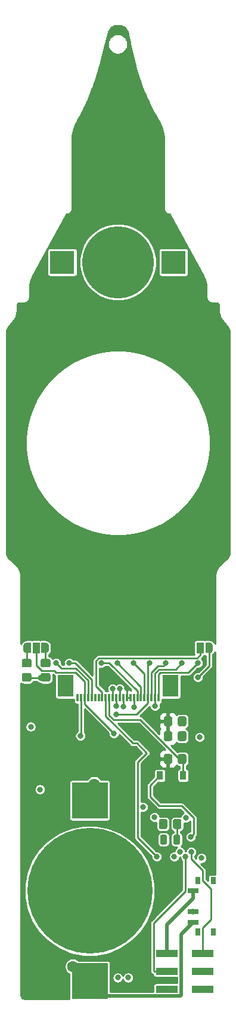
<source format=gbl>
G04 #@! TF.GenerationSoftware,KiCad,Pcbnew,(5.1.10)-1*
G04 #@! TF.CreationDate,2021-11-22T20:28:52+00:00*
G04 #@! TF.ProjectId,Big Ben Ornament,42696720-4265-46e2-904f-726e616d656e,rev?*
G04 #@! TF.SameCoordinates,Original*
G04 #@! TF.FileFunction,Copper,L4,Bot*
G04 #@! TF.FilePolarity,Positive*
%FSLAX46Y46*%
G04 Gerber Fmt 4.6, Leading zero omitted, Abs format (unit mm)*
G04 Created by KiCad (PCBNEW (5.1.10)-1) date 2021-11-22 20:28:52*
%MOMM*%
%LPD*%
G01*
G04 APERTURE LIST*
G04 #@! TA.AperFunction,SMDPad,CuDef*
%ADD10C,0.100000*%
G04 #@! TD*
G04 #@! TA.AperFunction,SMDPad,CuDef*
%ADD11R,1.000000X1.500000*%
G04 #@! TD*
G04 #@! TA.AperFunction,SMDPad,CuDef*
%ADD12R,0.800000X1.000000*%
G04 #@! TD*
G04 #@! TA.AperFunction,SMDPad,CuDef*
%ADD13R,1.500000X0.700000*%
G04 #@! TD*
G04 #@! TA.AperFunction,SMDPad,CuDef*
%ADD14R,0.300000X1.100000*%
G04 #@! TD*
G04 #@! TA.AperFunction,SMDPad,CuDef*
%ADD15R,2.300000X3.100000*%
G04 #@! TD*
G04 #@! TA.AperFunction,SMDPad,CuDef*
%ADD16R,3.150000X1.000000*%
G04 #@! TD*
G04 #@! TA.AperFunction,SMDPad,CuDef*
%ADD17R,0.900000X1.200000*%
G04 #@! TD*
G04 #@! TA.AperFunction,SMDPad,CuDef*
%ADD18C,10.200000*%
G04 #@! TD*
G04 #@! TA.AperFunction,SMDPad,CuDef*
%ADD19R,3.500000X3.300000*%
G04 #@! TD*
G04 #@! TA.AperFunction,SMDPad,CuDef*
%ADD20R,5.100000X5.100000*%
G04 #@! TD*
G04 #@! TA.AperFunction,SMDPad,CuDef*
%ADD21C,17.800000*%
G04 #@! TD*
G04 #@! TA.AperFunction,ViaPad*
%ADD22C,0.800000*%
G04 #@! TD*
G04 #@! TA.AperFunction,ViaPad*
%ADD23C,1.600000*%
G04 #@! TD*
G04 #@! TA.AperFunction,Conductor*
%ADD24C,0.250000*%
G04 #@! TD*
G04 #@! TA.AperFunction,Conductor*
%ADD25C,0.500000*%
G04 #@! TD*
G04 #@! TA.AperFunction,Conductor*
%ADD26C,0.254000*%
G04 #@! TD*
G04 #@! TA.AperFunction,Conductor*
%ADD27C,0.100000*%
G04 #@! TD*
G04 APERTURE END LIST*
G04 #@! TA.AperFunction,SMDPad,CuDef*
D10*
G36*
X91134500Y-122289000D02*
G01*
X90584500Y-122289000D01*
X90584500Y-122288398D01*
X90559966Y-122288398D01*
X90511135Y-122283588D01*
X90463010Y-122274016D01*
X90416055Y-122259772D01*
X90370722Y-122240995D01*
X90327449Y-122217864D01*
X90286650Y-122190604D01*
X90248721Y-122159476D01*
X90214024Y-122124779D01*
X90182896Y-122086850D01*
X90155636Y-122046051D01*
X90132505Y-122002778D01*
X90113728Y-121957445D01*
X90099484Y-121910490D01*
X90089912Y-121862365D01*
X90085102Y-121813534D01*
X90085102Y-121789000D01*
X90084500Y-121789000D01*
X90084500Y-121289000D01*
X90085102Y-121289000D01*
X90085102Y-121264466D01*
X90089912Y-121215635D01*
X90099484Y-121167510D01*
X90113728Y-121120555D01*
X90132505Y-121075222D01*
X90155636Y-121031949D01*
X90182896Y-120991150D01*
X90214024Y-120953221D01*
X90248721Y-120918524D01*
X90286650Y-120887396D01*
X90327449Y-120860136D01*
X90370722Y-120837005D01*
X90416055Y-120818228D01*
X90463010Y-120803984D01*
X90511135Y-120794412D01*
X90559966Y-120789602D01*
X90584500Y-120789602D01*
X90584500Y-120789000D01*
X91134500Y-120789000D01*
X91134500Y-122289000D01*
G37*
G04 #@! TD.AperFunction*
G04 #@! TA.AperFunction,SMDPad,CuDef*
G36*
X93184500Y-120789602D02*
G01*
X93209034Y-120789602D01*
X93257865Y-120794412D01*
X93305990Y-120803984D01*
X93352945Y-120818228D01*
X93398278Y-120837005D01*
X93441551Y-120860136D01*
X93482350Y-120887396D01*
X93520279Y-120918524D01*
X93554976Y-120953221D01*
X93586104Y-120991150D01*
X93613364Y-121031949D01*
X93636495Y-121075222D01*
X93655272Y-121120555D01*
X93669516Y-121167510D01*
X93679088Y-121215635D01*
X93683898Y-121264466D01*
X93683898Y-121289000D01*
X93684500Y-121289000D01*
X93684500Y-121789000D01*
X93683898Y-121789000D01*
X93683898Y-121813534D01*
X93679088Y-121862365D01*
X93669516Y-121910490D01*
X93655272Y-121957445D01*
X93636495Y-122002778D01*
X93613364Y-122046051D01*
X93586104Y-122086850D01*
X93554976Y-122124779D01*
X93520279Y-122159476D01*
X93482350Y-122190604D01*
X93441551Y-122217864D01*
X93398278Y-122240995D01*
X93352945Y-122259772D01*
X93305990Y-122274016D01*
X93257865Y-122283588D01*
X93209034Y-122288398D01*
X93184500Y-122288398D01*
X93184500Y-122289000D01*
X92634500Y-122289000D01*
X92634500Y-120789000D01*
X93184500Y-120789000D01*
X93184500Y-120789602D01*
G37*
G04 #@! TD.AperFunction*
D11*
X91884500Y-121539000D03*
X115189000Y-121539000D03*
G04 #@! TA.AperFunction,SMDPad,CuDef*
D10*
G36*
X116489000Y-120789602D02*
G01*
X116513534Y-120789602D01*
X116562365Y-120794412D01*
X116610490Y-120803984D01*
X116657445Y-120818228D01*
X116702778Y-120837005D01*
X116746051Y-120860136D01*
X116786850Y-120887396D01*
X116824779Y-120918524D01*
X116859476Y-120953221D01*
X116890604Y-120991150D01*
X116917864Y-121031949D01*
X116940995Y-121075222D01*
X116959772Y-121120555D01*
X116974016Y-121167510D01*
X116983588Y-121215635D01*
X116988398Y-121264466D01*
X116988398Y-121289000D01*
X116989000Y-121289000D01*
X116989000Y-121789000D01*
X116988398Y-121789000D01*
X116988398Y-121813534D01*
X116983588Y-121862365D01*
X116974016Y-121910490D01*
X116959772Y-121957445D01*
X116940995Y-122002778D01*
X116917864Y-122046051D01*
X116890604Y-122086850D01*
X116859476Y-122124779D01*
X116824779Y-122159476D01*
X116786850Y-122190604D01*
X116746051Y-122217864D01*
X116702778Y-122240995D01*
X116657445Y-122259772D01*
X116610490Y-122274016D01*
X116562365Y-122283588D01*
X116513534Y-122288398D01*
X116489000Y-122288398D01*
X116489000Y-122289000D01*
X115939000Y-122289000D01*
X115939000Y-120789000D01*
X116489000Y-120789000D01*
X116489000Y-120789602D01*
G37*
G04 #@! TD.AperFunction*
G04 #@! TA.AperFunction,SMDPad,CuDef*
G36*
X114439000Y-122289000D02*
G01*
X113889000Y-122289000D01*
X113889000Y-122288398D01*
X113864466Y-122288398D01*
X113815635Y-122283588D01*
X113767510Y-122274016D01*
X113720555Y-122259772D01*
X113675222Y-122240995D01*
X113631949Y-122217864D01*
X113591150Y-122190604D01*
X113553221Y-122159476D01*
X113518524Y-122124779D01*
X113487396Y-122086850D01*
X113460136Y-122046051D01*
X113437005Y-122002778D01*
X113418228Y-121957445D01*
X113403984Y-121910490D01*
X113394412Y-121862365D01*
X113389602Y-121813534D01*
X113389602Y-121789000D01*
X113389000Y-121789000D01*
X113389000Y-121289000D01*
X113389602Y-121289000D01*
X113389602Y-121264466D01*
X113394412Y-121215635D01*
X113403984Y-121167510D01*
X113418228Y-121120555D01*
X113437005Y-121075222D01*
X113460136Y-121031949D01*
X113487396Y-120991150D01*
X113518524Y-120953221D01*
X113553221Y-120918524D01*
X113591150Y-120887396D01*
X113631949Y-120860136D01*
X113675222Y-120837005D01*
X113720555Y-120818228D01*
X113767510Y-120803984D01*
X113815635Y-120794412D01*
X113864466Y-120789602D01*
X113889000Y-120789602D01*
X113889000Y-120789000D01*
X114439000Y-120789000D01*
X114439000Y-122289000D01*
G37*
G04 #@! TD.AperFunction*
D12*
X114853500Y-154528500D03*
X114853500Y-161828500D03*
X117063500Y-161828500D03*
X117063500Y-154528500D03*
D13*
X114203500Y-160428500D03*
X114203500Y-158928500D03*
X114203500Y-155928500D03*
G04 #@! TA.AperFunction,SMDPad,CuDef*
G36*
G01*
X93668001Y-126314000D02*
X92767999Y-126314000D01*
G75*
G02*
X92518000Y-126064001I0J249999D01*
G01*
X92518000Y-125363999D01*
G75*
G02*
X92767999Y-125114000I249999J0D01*
G01*
X93668001Y-125114000D01*
G75*
G02*
X93918000Y-125363999I0J-249999D01*
G01*
X93918000Y-126064001D01*
G75*
G02*
X93668001Y-126314000I-249999J0D01*
G01*
G37*
G04 #@! TD.AperFunction*
G04 #@! TA.AperFunction,SMDPad,CuDef*
G36*
G01*
X93668001Y-124314000D02*
X92767999Y-124314000D01*
G75*
G02*
X92518000Y-124064001I0J249999D01*
G01*
X92518000Y-123363999D01*
G75*
G02*
X92767999Y-123114000I249999J0D01*
G01*
X93668001Y-123114000D01*
G75*
G02*
X93918000Y-123363999I0J-249999D01*
G01*
X93918000Y-124064001D01*
G75*
G02*
X93668001Y-124314000I-249999J0D01*
G01*
G37*
G04 #@! TD.AperFunction*
G04 #@! TA.AperFunction,SMDPad,CuDef*
G36*
G01*
X110534500Y-146044499D02*
X110534500Y-146944501D01*
G75*
G02*
X110284501Y-147194500I-249999J0D01*
G01*
X109584499Y-147194500D01*
G75*
G02*
X109334500Y-146944501I0J249999D01*
G01*
X109334500Y-146044499D01*
G75*
G02*
X109584499Y-145794500I249999J0D01*
G01*
X110284501Y-145794500D01*
G75*
G02*
X110534500Y-146044499I0J-249999D01*
G01*
G37*
G04 #@! TD.AperFunction*
G04 #@! TA.AperFunction,SMDPad,CuDef*
G36*
G01*
X112534500Y-146044499D02*
X112534500Y-146944501D01*
G75*
G02*
X112284501Y-147194500I-249999J0D01*
G01*
X111584499Y-147194500D01*
G75*
G02*
X111334500Y-146944501I0J249999D01*
G01*
X111334500Y-146044499D01*
G75*
G02*
X111584499Y-145794500I249999J0D01*
G01*
X112284501Y-145794500D01*
G75*
G02*
X112534500Y-146044499I0J-249999D01*
G01*
G37*
G04 #@! TD.AperFunction*
G04 #@! TA.AperFunction,SMDPad,CuDef*
G36*
G01*
X110033000Y-134498501D02*
X110033000Y-133598499D01*
G75*
G02*
X110282999Y-133348500I249999J0D01*
G01*
X110983001Y-133348500D01*
G75*
G02*
X111233000Y-133598499I0J-249999D01*
G01*
X111233000Y-134498501D01*
G75*
G02*
X110983001Y-134748500I-249999J0D01*
G01*
X110282999Y-134748500D01*
G75*
G02*
X110033000Y-134498501I0J249999D01*
G01*
G37*
G04 #@! TD.AperFunction*
G04 #@! TA.AperFunction,SMDPad,CuDef*
G36*
G01*
X112033000Y-134498501D02*
X112033000Y-133598499D01*
G75*
G02*
X112282999Y-133348500I249999J0D01*
G01*
X112983001Y-133348500D01*
G75*
G02*
X113233000Y-133598499I0J-249999D01*
G01*
X113233000Y-134498501D01*
G75*
G02*
X112983001Y-134748500I-249999J0D01*
G01*
X112282999Y-134748500D01*
G75*
G02*
X112033000Y-134498501I0J249999D01*
G01*
G37*
G04 #@! TD.AperFunction*
G04 #@! TA.AperFunction,SMDPad,CuDef*
G36*
G01*
X110033000Y-132403001D02*
X110033000Y-131502999D01*
G75*
G02*
X110282999Y-131253000I249999J0D01*
G01*
X110983001Y-131253000D01*
G75*
G02*
X111233000Y-131502999I0J-249999D01*
G01*
X111233000Y-132403001D01*
G75*
G02*
X110983001Y-132653000I-249999J0D01*
G01*
X110282999Y-132653000D01*
G75*
G02*
X110033000Y-132403001I0J249999D01*
G01*
G37*
G04 #@! TD.AperFunction*
G04 #@! TA.AperFunction,SMDPad,CuDef*
G36*
G01*
X112033000Y-132403001D02*
X112033000Y-131502999D01*
G75*
G02*
X112282999Y-131253000I249999J0D01*
G01*
X112983001Y-131253000D01*
G75*
G02*
X113233000Y-131502999I0J-249999D01*
G01*
X113233000Y-132403001D01*
G75*
G02*
X112983001Y-132653000I-249999J0D01*
G01*
X112282999Y-132653000D01*
G75*
G02*
X112033000Y-132403001I0J249999D01*
G01*
G37*
G04 #@! TD.AperFunction*
G04 #@! TA.AperFunction,SMDPad,CuDef*
G36*
G01*
X112033000Y-137737001D02*
X112033000Y-136836999D01*
G75*
G02*
X112282999Y-136587000I249999J0D01*
G01*
X112983001Y-136587000D01*
G75*
G02*
X113233000Y-136836999I0J-249999D01*
G01*
X113233000Y-137737001D01*
G75*
G02*
X112983001Y-137987000I-249999J0D01*
G01*
X112282999Y-137987000D01*
G75*
G02*
X112033000Y-137737001I0J249999D01*
G01*
G37*
G04 #@! TD.AperFunction*
G04 #@! TA.AperFunction,SMDPad,CuDef*
G36*
G01*
X110033000Y-137737001D02*
X110033000Y-136836999D01*
G75*
G02*
X110282999Y-136587000I249999J0D01*
G01*
X110983001Y-136587000D01*
G75*
G02*
X111233000Y-136836999I0J-249999D01*
G01*
X111233000Y-137737001D01*
G75*
G02*
X110983001Y-137987000I-249999J0D01*
G01*
X110282999Y-137987000D01*
G75*
G02*
X110033000Y-137737001I0J249999D01*
G01*
G37*
G04 #@! TD.AperFunction*
G04 #@! TA.AperFunction,SMDPad,CuDef*
G36*
G01*
X90100999Y-123114000D02*
X91001001Y-123114000D01*
G75*
G02*
X91251000Y-123363999I0J-249999D01*
G01*
X91251000Y-124064001D01*
G75*
G02*
X91001001Y-124314000I-249999J0D01*
G01*
X90100999Y-124314000D01*
G75*
G02*
X89851000Y-124064001I0J249999D01*
G01*
X89851000Y-123363999D01*
G75*
G02*
X90100999Y-123114000I249999J0D01*
G01*
G37*
G04 #@! TD.AperFunction*
G04 #@! TA.AperFunction,SMDPad,CuDef*
G36*
G01*
X90100999Y-125114000D02*
X91001001Y-125114000D01*
G75*
G02*
X91251000Y-125363999I0J-249999D01*
G01*
X91251000Y-126064001D01*
G75*
G02*
X91001001Y-126314000I-249999J0D01*
G01*
X90100999Y-126314000D01*
G75*
G02*
X89851000Y-126064001I0J249999D01*
G01*
X89851000Y-125363999D01*
G75*
G02*
X90100999Y-125114000I249999J0D01*
G01*
G37*
G04 #@! TD.AperFunction*
D14*
X97780400Y-128604000D03*
X98280400Y-128604000D03*
X98780400Y-128604000D03*
X99280400Y-128604000D03*
X99780400Y-128604000D03*
X100280400Y-128604000D03*
X100780400Y-128604000D03*
X101280400Y-128604000D03*
X101780400Y-128604000D03*
X102280400Y-128604000D03*
X102780400Y-128604000D03*
X103280400Y-128604000D03*
X103780400Y-128604000D03*
X104280400Y-128604000D03*
X104780400Y-128604000D03*
X105280400Y-128604000D03*
X105780400Y-128604000D03*
X106280400Y-128604000D03*
X106780400Y-128604000D03*
X107280400Y-128604000D03*
X107780400Y-128604000D03*
X108280400Y-128604000D03*
X108780400Y-128604000D03*
X109280400Y-128604000D03*
D15*
X96110400Y-126904000D03*
X110950400Y-126904000D03*
D16*
X115529600Y-164820600D03*
X110479600Y-164820600D03*
X115529600Y-167360600D03*
X110479600Y-167360600D03*
X115529600Y-169900600D03*
X110479600Y-169900600D03*
G04 #@! TA.AperFunction,SMDPad,CuDef*
G36*
G01*
X111384500Y-149173250D02*
X111384500Y-148260750D01*
G75*
G02*
X111628250Y-148017000I243750J0D01*
G01*
X112115750Y-148017000D01*
G75*
G02*
X112359500Y-148260750I0J-243750D01*
G01*
X112359500Y-149173250D01*
G75*
G02*
X112115750Y-149417000I-243750J0D01*
G01*
X111628250Y-149417000D01*
G75*
G02*
X111384500Y-149173250I0J243750D01*
G01*
G37*
G04 #@! TD.AperFunction*
G04 #@! TA.AperFunction,SMDPad,CuDef*
G36*
G01*
X109509500Y-149173250D02*
X109509500Y-148260750D01*
G75*
G02*
X109753250Y-148017000I243750J0D01*
G01*
X110240750Y-148017000D01*
G75*
G02*
X110484500Y-148260750I0J-243750D01*
G01*
X110484500Y-149173250D01*
G75*
G02*
X110240750Y-149417000I-243750J0D01*
G01*
X109753250Y-149417000D01*
G75*
G02*
X109509500Y-149173250I0J243750D01*
G01*
G37*
G04 #@! TD.AperFunction*
D17*
X112775000Y-139636500D03*
X109475000Y-139636500D03*
D18*
X103505000Y-66929000D03*
D19*
X111405000Y-66929000D03*
X95605000Y-66929000D03*
D20*
X99504500Y-168756000D03*
X99504500Y-143156000D03*
D21*
X99504500Y-155956000D03*
D22*
X92519500Y-125793500D03*
X114871500Y-125730000D03*
X109918500Y-148717000D03*
X110426500Y-169926000D03*
D23*
X103695500Y-66929000D03*
D22*
X103568500Y-161480500D03*
X104330500Y-149606000D03*
X104140000Y-152336500D03*
X106426000Y-155829000D03*
X100584000Y-155829000D03*
X94551500Y-150177500D03*
X105791000Y-129921000D03*
D23*
X97091500Y-166687500D03*
X100139500Y-140843000D03*
D22*
X95620840Y-66266060D03*
X111495840Y-66266060D03*
X115125500Y-134175500D03*
X94742000Y-123698000D03*
X96583500Y-123698000D03*
X105854500Y-132842000D03*
X104521000Y-145669000D03*
X94551500Y-143891000D03*
X98869500Y-123698000D03*
X104775000Y-127254000D03*
X94635500Y-141602500D03*
X103489000Y-166259000D03*
X108870900Y-149510600D03*
X101155500Y-123698000D03*
X114173000Y-158877000D03*
X92435500Y-141602500D03*
X103441500Y-123698000D03*
X105727500Y-123698000D03*
X103251000Y-131000500D03*
X108013500Y-123698000D03*
X110299500Y-123698000D03*
X91122500Y-132715000D03*
X108775500Y-129794000D03*
X112585500Y-123698000D03*
X114871500Y-123698000D03*
X113855500Y-148336000D03*
X103759000Y-127317500D03*
X115375000Y-151325000D03*
X115529600Y-167360600D03*
X104267000Y-129857500D03*
X113125000Y-151098000D03*
X113919000Y-150431500D03*
X113157000Y-145605500D03*
X115529600Y-169900600D03*
X103251000Y-129766060D03*
X112325000Y-150438000D03*
X102743000Y-127317500D03*
X111525000Y-151111000D03*
X109029500Y-151130000D03*
X102933500Y-133667500D03*
X98163000Y-133993000D03*
X112649000Y-131953000D03*
X112649000Y-134112000D03*
X109918500Y-146494500D03*
X107061000Y-144081500D03*
X103489000Y-168259000D03*
X108712000Y-145542000D03*
X104965500Y-168259000D03*
D24*
X105791000Y-128614600D02*
X105780400Y-128604000D01*
X105791000Y-129921000D02*
X105791000Y-128614600D01*
X116489000Y-124112500D02*
X116489000Y-121539000D01*
X114871500Y-125730000D02*
X116489000Y-124112500D01*
X90630500Y-125793500D02*
X90551000Y-125714000D01*
X92519500Y-125793500D02*
X90630500Y-125793500D01*
D25*
X101599101Y-170850601D02*
X99504500Y-168756000D01*
X112414601Y-170850601D02*
X101599101Y-170850601D01*
X112504601Y-170760601D02*
X112414601Y-170850601D01*
X112504601Y-162127399D02*
X112504601Y-170760601D01*
X114203500Y-160428500D02*
X112504601Y-162127399D01*
D24*
X99280400Y-126152588D02*
X99280400Y-128604000D01*
X97550813Y-124423001D02*
X99280400Y-126152588D01*
X95467001Y-124423001D02*
X97550813Y-124423001D01*
X94742000Y-123698000D02*
X95467001Y-124423001D01*
X97149185Y-123698000D02*
X96583500Y-123698000D01*
X97462222Y-123698000D02*
X97149185Y-123698000D01*
X99780400Y-126016178D02*
X97462222Y-123698000D01*
X99780400Y-128604000D02*
X99780400Y-126016178D01*
X105280400Y-128604000D02*
X104780400Y-128604000D01*
X104780400Y-127259400D02*
X104775000Y-127254000D01*
X104780400Y-128604000D02*
X104780400Y-127259400D01*
X102159402Y-123698000D02*
X101155500Y-123698000D01*
X102292002Y-123698000D02*
X102159402Y-123698000D01*
X106280400Y-127686398D02*
X102292002Y-123698000D01*
X106280400Y-128604000D02*
X106280400Y-127686398D01*
X106780400Y-127036900D02*
X106780400Y-128604000D01*
X103441500Y-123698000D02*
X106780400Y-127036900D01*
X107280400Y-125250900D02*
X107280400Y-128604000D01*
X105727500Y-123698000D02*
X107280400Y-125250900D01*
X107780400Y-123931100D02*
X107780400Y-128604000D01*
X108013500Y-123698000D02*
X107780400Y-123931100D01*
X107780400Y-129389002D02*
X107780400Y-128604000D01*
X106168902Y-131000500D02*
X107780400Y-129389002D01*
X103251000Y-131000500D02*
X106168902Y-131000500D01*
X108280400Y-125016178D02*
X108280400Y-128604000D01*
X109167597Y-124128981D02*
X108280400Y-125016178D01*
X109995520Y-124128980D02*
X109167597Y-124128981D01*
X110299500Y-123825000D02*
X109995520Y-124128980D01*
X110299500Y-123698000D02*
X110299500Y-123825000D01*
X111704510Y-124578990D02*
X109353998Y-124578990D01*
X109353998Y-124578990D02*
X108805399Y-125127589D01*
X112585500Y-123698000D02*
X111704510Y-124578990D01*
X108780400Y-127118398D02*
X108780400Y-128604000D01*
X108805399Y-127093399D02*
X108780400Y-127118398D01*
X108805399Y-125127589D02*
X108805399Y-127093399D01*
X108780400Y-129789100D02*
X108775500Y-129794000D01*
X108780400Y-128604000D02*
X108780400Y-129789100D01*
X109280400Y-125288998D02*
X109280400Y-128604000D01*
X109540399Y-125028999D02*
X109280400Y-125288998D01*
X113540501Y-125028999D02*
X109540399Y-125028999D01*
X114871500Y-123698000D02*
X113540501Y-125028999D01*
X102280400Y-131102902D02*
X102280400Y-128604000D01*
X102902999Y-131725501D02*
X102280400Y-131102902D01*
X106684691Y-131725501D02*
X102902999Y-131725501D01*
X112246190Y-137287000D02*
X106684691Y-131725501D01*
X112633000Y-137287000D02*
X112246190Y-137287000D01*
X112775000Y-137429000D02*
X112633000Y-137287000D01*
X112775000Y-139636500D02*
X112775000Y-137429000D01*
X108056990Y-141053510D02*
X109474000Y-139636500D01*
X114255499Y-145630997D02*
X112579002Y-143954500D01*
X114255499Y-147936001D02*
X114255499Y-145630997D01*
X113855500Y-148336000D02*
X114255499Y-147936001D01*
X109370480Y-143954500D02*
X108056990Y-142641010D01*
X112579002Y-143954500D02*
X109370480Y-143954500D01*
X108056990Y-142641010D02*
X108056990Y-141053510D01*
X111872000Y-146557000D02*
X111934500Y-146494500D01*
X111872000Y-148717000D02*
X111872000Y-146557000D01*
X115529600Y-167360600D02*
X115529600Y-167360600D01*
X103759000Y-128582600D02*
X103780400Y-128604000D01*
X103759000Y-127317500D02*
X103759000Y-128582600D01*
X104267000Y-128617400D02*
X104280400Y-128604000D01*
X104267000Y-129857500D02*
X104267000Y-128617400D01*
X108579599Y-167285599D02*
X108579599Y-160533903D01*
X108654600Y-167360600D02*
X108579599Y-167285599D01*
X113125000Y-155988502D02*
X113125000Y-151098000D01*
X108579599Y-160533903D02*
X113125000Y-155988502D01*
X110479600Y-167360600D02*
X108654600Y-167360600D01*
X115578501Y-153107001D02*
X113919000Y-151447500D01*
X115578501Y-154528503D02*
X115578501Y-153107001D01*
X116738501Y-155688503D02*
X115578501Y-154528503D01*
X116738501Y-160050501D02*
X116738501Y-155688503D01*
X113919000Y-151447500D02*
X113919000Y-150431500D01*
X115578501Y-161210501D02*
X116738501Y-160050501D01*
X115578501Y-164771699D02*
X115578501Y-161210501D01*
X115529600Y-164820600D02*
X115578501Y-164771699D01*
X115529600Y-169900600D02*
X115529600Y-169900600D01*
D25*
X110479600Y-160742398D02*
X110479600Y-164820600D01*
X114203500Y-157018498D02*
X110479600Y-160742398D01*
X114203500Y-155928500D02*
X114203500Y-157018498D01*
D24*
X103280400Y-129828100D02*
X103280400Y-128604000D01*
X103251000Y-129857500D02*
X103280400Y-129828100D01*
X102780400Y-127354900D02*
X102780400Y-128604000D01*
X102743000Y-127317500D02*
X102780400Y-127354900D01*
X109029500Y-151130000D02*
X107606980Y-149707480D01*
X101780400Y-131239312D02*
X105605588Y-135064500D01*
X101780400Y-128604000D02*
X101780400Y-131239312D01*
X106235500Y-135064500D02*
X107606980Y-136435980D01*
X105605588Y-135064500D02*
X106235500Y-135064500D01*
X106335999Y-148436499D02*
X107606980Y-149707480D01*
X106335999Y-137706961D02*
X106335999Y-148436499D01*
X107606980Y-136435980D02*
X106335999Y-137706961D01*
X101280400Y-127818998D02*
X101280400Y-128604000D01*
X100430499Y-126969097D02*
X101280400Y-127818998D01*
X100807499Y-122972999D02*
X100430499Y-123349999D01*
X114755001Y-122972999D02*
X100807499Y-122972999D01*
X115189000Y-122539000D02*
X114755001Y-122972999D01*
X100430499Y-123349999D02*
X100430499Y-126969097D01*
X115189000Y-121539000D02*
X115189000Y-122539000D01*
X98780400Y-126288998D02*
X98780400Y-128604000D01*
X91884500Y-123993690D02*
X92679800Y-124788990D01*
X91884500Y-121539000D02*
X91884500Y-123993690D01*
X97520401Y-125028999D02*
X98780400Y-126288998D01*
X94739499Y-125028999D02*
X97520401Y-125028999D01*
X94499490Y-124788990D02*
X94739499Y-125028999D01*
X92679800Y-124788990D02*
X94499490Y-124788990D01*
X98870399Y-129604399D02*
X102933500Y-133667500D01*
X98780400Y-129514400D02*
X98870399Y-129604399D01*
X98780400Y-128604000D02*
X98780400Y-129514400D01*
X98280400Y-133875600D02*
X98163000Y-133993000D01*
X98280400Y-128604000D02*
X98280400Y-133875600D01*
X93218000Y-121572500D02*
X93184500Y-121539000D01*
X93218000Y-123714000D02*
X93218000Y-121572500D01*
X90584500Y-123680500D02*
X90551000Y-123714000D01*
X90584500Y-121539000D02*
X90584500Y-123680500D01*
D26*
X117297943Y-153645657D02*
X116663500Y-153645657D01*
X116588811Y-153653013D01*
X116516992Y-153674799D01*
X116450804Y-153710178D01*
X116392789Y-153757789D01*
X116345178Y-153815804D01*
X116309799Y-153881992D01*
X116288013Y-153953811D01*
X116280657Y-154028500D01*
X116280657Y-154515068D01*
X116084501Y-154318912D01*
X116084501Y-153131855D01*
X116086949Y-153107001D01*
X116077179Y-153007808D01*
X116048246Y-152912426D01*
X116001260Y-152824522D01*
X115938028Y-152747474D01*
X115918721Y-152731629D01*
X115291853Y-152104762D01*
X115298078Y-152106000D01*
X115451922Y-152106000D01*
X115602809Y-152075987D01*
X115744942Y-152017113D01*
X115872859Y-151931642D01*
X115981642Y-151822859D01*
X116067113Y-151694942D01*
X116125987Y-151552809D01*
X116156000Y-151401922D01*
X116156000Y-151248078D01*
X116125987Y-151097191D01*
X116067113Y-150955058D01*
X115981642Y-150827141D01*
X115872859Y-150718358D01*
X115744942Y-150632887D01*
X115602809Y-150574013D01*
X115451922Y-150544000D01*
X115298078Y-150544000D01*
X115147191Y-150574013D01*
X115005058Y-150632887D01*
X114877141Y-150718358D01*
X114768358Y-150827141D01*
X114682887Y-150955058D01*
X114624013Y-151097191D01*
X114594000Y-151248078D01*
X114594000Y-151401922D01*
X114595238Y-151408147D01*
X114425000Y-151237909D01*
X114425000Y-151030001D01*
X114525642Y-150929359D01*
X114611113Y-150801442D01*
X114669987Y-150659309D01*
X114700000Y-150508422D01*
X114700000Y-150354578D01*
X114669987Y-150203691D01*
X114611113Y-150061558D01*
X114525642Y-149933641D01*
X114416859Y-149824858D01*
X114288942Y-149739387D01*
X114146809Y-149680513D01*
X113995922Y-149650500D01*
X113842078Y-149650500D01*
X113691191Y-149680513D01*
X113549058Y-149739387D01*
X113421141Y-149824858D01*
X113312358Y-149933641D01*
X113226887Y-150061558D01*
X113168013Y-150203691D01*
X113145475Y-150317000D01*
X113097232Y-150317000D01*
X113075987Y-150210191D01*
X113017113Y-150068058D01*
X112931642Y-149940141D01*
X112822859Y-149831358D01*
X112694942Y-149745887D01*
X112552809Y-149687013D01*
X112488309Y-149674183D01*
X112558818Y-149616318D01*
X112636743Y-149521366D01*
X112694646Y-149413037D01*
X112730303Y-149295492D01*
X112742343Y-149173250D01*
X112742343Y-148260750D01*
X112730303Y-148138508D01*
X112694646Y-148020963D01*
X112636743Y-147912634D01*
X112558818Y-147817682D01*
X112463866Y-147739757D01*
X112378000Y-147693861D01*
X112378000Y-147568134D01*
X112407962Y-147565183D01*
X112526679Y-147529171D01*
X112636089Y-147470690D01*
X112731988Y-147391988D01*
X112810690Y-147296089D01*
X112869171Y-147186679D01*
X112905183Y-147067962D01*
X112917343Y-146944501D01*
X112917343Y-146351579D01*
X112929191Y-146356487D01*
X113080078Y-146386500D01*
X113233922Y-146386500D01*
X113384809Y-146356487D01*
X113526942Y-146297613D01*
X113654859Y-146212142D01*
X113749500Y-146117501D01*
X113749499Y-147560784D01*
X113627691Y-147585013D01*
X113485558Y-147643887D01*
X113357641Y-147729358D01*
X113248858Y-147838141D01*
X113163387Y-147966058D01*
X113104513Y-148108191D01*
X113074500Y-148259078D01*
X113074500Y-148412922D01*
X113104513Y-148563809D01*
X113163387Y-148705942D01*
X113248858Y-148833859D01*
X113357641Y-148942642D01*
X113485558Y-149028113D01*
X113627691Y-149086987D01*
X113778578Y-149117000D01*
X113932422Y-149117000D01*
X114083309Y-149086987D01*
X114225442Y-149028113D01*
X114353359Y-148942642D01*
X114462142Y-148833859D01*
X114547613Y-148705942D01*
X114606487Y-148563809D01*
X114636500Y-148412922D01*
X114636500Y-148269362D01*
X114678258Y-148218480D01*
X114725244Y-148130576D01*
X114754177Y-148035194D01*
X114761499Y-147960855D01*
X114761499Y-147960848D01*
X114763946Y-147936002D01*
X114761499Y-147911156D01*
X114761499Y-145655851D01*
X114763947Y-145630997D01*
X114754177Y-145531804D01*
X114725244Y-145436422D01*
X114718506Y-145423817D01*
X114678258Y-145348518D01*
X114615026Y-145271470D01*
X114595719Y-145255625D01*
X112954378Y-143614285D01*
X112938529Y-143594973D01*
X112861481Y-143531741D01*
X112773577Y-143484755D01*
X112678195Y-143455822D01*
X112603856Y-143448500D01*
X112603848Y-143448500D01*
X112579002Y-143446053D01*
X112554156Y-143448500D01*
X109580072Y-143448500D01*
X108562990Y-142431419D01*
X108562990Y-141263101D01*
X109206749Y-140619343D01*
X109925000Y-140619343D01*
X109999689Y-140611987D01*
X110071508Y-140590201D01*
X110137696Y-140554822D01*
X110195711Y-140507211D01*
X110243322Y-140449196D01*
X110278701Y-140383008D01*
X110300487Y-140311189D01*
X110307843Y-140236500D01*
X110307843Y-139036500D01*
X110300487Y-138961811D01*
X110278701Y-138889992D01*
X110243322Y-138823804D01*
X110195711Y-138765789D01*
X110137696Y-138718178D01*
X110071508Y-138682799D01*
X109999689Y-138661013D01*
X109925000Y-138653657D01*
X109025000Y-138653657D01*
X108950311Y-138661013D01*
X108878492Y-138682799D01*
X108812304Y-138718178D01*
X108754289Y-138765789D01*
X108706678Y-138823804D01*
X108671299Y-138889992D01*
X108649513Y-138961811D01*
X108642157Y-139036500D01*
X108642157Y-139752751D01*
X107716770Y-140678138D01*
X107697464Y-140693983D01*
X107634232Y-140771031D01*
X107609117Y-140818018D01*
X107587245Y-140858936D01*
X107558312Y-140954318D01*
X107548543Y-141053510D01*
X107550991Y-141078366D01*
X107550990Y-142616163D01*
X107548543Y-142641010D01*
X107550990Y-142665856D01*
X107550990Y-142665863D01*
X107558312Y-142740202D01*
X107587245Y-142835584D01*
X107634231Y-142923489D01*
X107697463Y-143000537D01*
X107716775Y-143016386D01*
X108995108Y-144294720D01*
X109010953Y-144314027D01*
X109088001Y-144377259D01*
X109175905Y-144424245D01*
X109249087Y-144446444D01*
X109271286Y-144453178D01*
X109281174Y-144454152D01*
X109345626Y-144460500D01*
X109345633Y-144460500D01*
X109370479Y-144462947D01*
X109395325Y-144460500D01*
X112369411Y-144460500D01*
X112811976Y-144903065D01*
X112787058Y-144913387D01*
X112659141Y-144998858D01*
X112550358Y-145107641D01*
X112464887Y-145235558D01*
X112406013Y-145377691D01*
X112397052Y-145422742D01*
X112284501Y-145411657D01*
X111584499Y-145411657D01*
X111461038Y-145423817D01*
X111342321Y-145459829D01*
X111232911Y-145518310D01*
X111137012Y-145597012D01*
X111058310Y-145692911D01*
X110999829Y-145802321D01*
X110963817Y-145921038D01*
X110951657Y-146044499D01*
X110951657Y-146944501D01*
X110963817Y-147067962D01*
X110999829Y-147186679D01*
X111058310Y-147296089D01*
X111137012Y-147391988D01*
X111232911Y-147470690D01*
X111342321Y-147529171D01*
X111366001Y-147536354D01*
X111366000Y-147693860D01*
X111280134Y-147739757D01*
X111185182Y-147817682D01*
X111107257Y-147912634D01*
X111049354Y-148020963D01*
X111013697Y-148138508D01*
X111001657Y-148260750D01*
X111001657Y-149173250D01*
X111013697Y-149295492D01*
X111049354Y-149413037D01*
X111107257Y-149521366D01*
X111185182Y-149616318D01*
X111280134Y-149694243D01*
X111388463Y-149752146D01*
X111506008Y-149787803D01*
X111628250Y-149799843D01*
X111874307Y-149799843D01*
X111827141Y-149831358D01*
X111718358Y-149940141D01*
X111632887Y-150068058D01*
X111574013Y-150210191D01*
X111550182Y-150330000D01*
X111448078Y-150330000D01*
X111297191Y-150360013D01*
X111155058Y-150418887D01*
X111027141Y-150504358D01*
X110918358Y-150613141D01*
X110832887Y-150741058D01*
X110774013Y-150883191D01*
X110744000Y-151034078D01*
X110744000Y-151187922D01*
X110774013Y-151338809D01*
X110832887Y-151480942D01*
X110918358Y-151608859D01*
X111027141Y-151717642D01*
X111155058Y-151803113D01*
X111297191Y-151861987D01*
X111448078Y-151892000D01*
X111601922Y-151892000D01*
X111752809Y-151861987D01*
X111894942Y-151803113D01*
X112022859Y-151717642D01*
X112131642Y-151608859D01*
X112217113Y-151480942D01*
X112275987Y-151338809D01*
X112299818Y-151219000D01*
X112352768Y-151219000D01*
X112374013Y-151325809D01*
X112432887Y-151467942D01*
X112518358Y-151595859D01*
X112619001Y-151696502D01*
X112619000Y-155778910D01*
X108239380Y-160158531D01*
X108220073Y-160174376D01*
X108156841Y-160251424D01*
X108134054Y-160294055D01*
X108109854Y-160339329D01*
X108080921Y-160434711D01*
X108071152Y-160533903D01*
X108073600Y-160558759D01*
X108073599Y-167260753D01*
X108071152Y-167285599D01*
X108073599Y-167310445D01*
X108073599Y-167310452D01*
X108080921Y-167384791D01*
X108109854Y-167480173D01*
X108156840Y-167568078D01*
X108220072Y-167645126D01*
X108239384Y-167660975D01*
X108279224Y-167700815D01*
X108295073Y-167720127D01*
X108372121Y-167783359D01*
X108460025Y-167830345D01*
X108521757Y-167849071D01*
X108521757Y-167860600D01*
X108529113Y-167935289D01*
X108550899Y-168007108D01*
X108586278Y-168073296D01*
X108633889Y-168131311D01*
X108691904Y-168178922D01*
X108758092Y-168214301D01*
X108829911Y-168236087D01*
X108904600Y-168243443D01*
X111873602Y-168243443D01*
X111873602Y-169017757D01*
X108904600Y-169017757D01*
X108829911Y-169025113D01*
X108758092Y-169046899D01*
X108691904Y-169082278D01*
X108633889Y-169129889D01*
X108586278Y-169187904D01*
X108550899Y-169254092D01*
X108529113Y-169325911D01*
X108521757Y-169400600D01*
X108521757Y-170219601D01*
X102437343Y-170219601D01*
X102437343Y-168182078D01*
X102708000Y-168182078D01*
X102708000Y-168335922D01*
X102738013Y-168486809D01*
X102796887Y-168628942D01*
X102882358Y-168756859D01*
X102991141Y-168865642D01*
X103119058Y-168951113D01*
X103261191Y-169009987D01*
X103412078Y-169040000D01*
X103565922Y-169040000D01*
X103716809Y-169009987D01*
X103858942Y-168951113D01*
X103986859Y-168865642D01*
X104095642Y-168756859D01*
X104181113Y-168628942D01*
X104227250Y-168517559D01*
X104273387Y-168628942D01*
X104358858Y-168756859D01*
X104467641Y-168865642D01*
X104595558Y-168951113D01*
X104737691Y-169009987D01*
X104888578Y-169040000D01*
X105042422Y-169040000D01*
X105193309Y-169009987D01*
X105335442Y-168951113D01*
X105463359Y-168865642D01*
X105572142Y-168756859D01*
X105657613Y-168628942D01*
X105716487Y-168486809D01*
X105746500Y-168335922D01*
X105746500Y-168182078D01*
X105716487Y-168031191D01*
X105657613Y-167889058D01*
X105572142Y-167761141D01*
X105463359Y-167652358D01*
X105335442Y-167566887D01*
X105193309Y-167508013D01*
X105042422Y-167478000D01*
X104888578Y-167478000D01*
X104737691Y-167508013D01*
X104595558Y-167566887D01*
X104467641Y-167652358D01*
X104358858Y-167761141D01*
X104273387Y-167889058D01*
X104227250Y-168000441D01*
X104181113Y-167889058D01*
X104095642Y-167761141D01*
X103986859Y-167652358D01*
X103858942Y-167566887D01*
X103716809Y-167508013D01*
X103565922Y-167478000D01*
X103412078Y-167478000D01*
X103261191Y-167508013D01*
X103119058Y-167566887D01*
X102991141Y-167652358D01*
X102882358Y-167761141D01*
X102796887Y-167889058D01*
X102738013Y-168031191D01*
X102708000Y-168182078D01*
X102437343Y-168182078D01*
X102437343Y-166206000D01*
X102429987Y-166131311D01*
X102408201Y-166059492D01*
X102372822Y-165993304D01*
X102325211Y-165935289D01*
X102267196Y-165887678D01*
X102201008Y-165852299D01*
X102129189Y-165830513D01*
X102054500Y-165823157D01*
X97897342Y-165823157D01*
X97844343Y-165770158D01*
X97650913Y-165640912D01*
X97435985Y-165551886D01*
X97207818Y-165506500D01*
X96975182Y-165506500D01*
X96747015Y-165551886D01*
X96532087Y-165640912D01*
X96338657Y-165770158D01*
X96174158Y-165934657D01*
X96044912Y-166128087D01*
X95955886Y-166343015D01*
X95910500Y-166571182D01*
X95910500Y-166803818D01*
X95955886Y-167031985D01*
X96044912Y-167246913D01*
X96174158Y-167440343D01*
X96338657Y-167604842D01*
X96532087Y-167734088D01*
X96571657Y-167750478D01*
X96571657Y-171245780D01*
X90270443Y-171245780D01*
X90207152Y-171242584D01*
X90156256Y-171234816D01*
X90107368Y-171222246D01*
X90060514Y-171205097D01*
X90015814Y-171183564D01*
X89973546Y-171157886D01*
X89933940Y-171128269D01*
X89897358Y-171095022D01*
X89864108Y-171058437D01*
X89834499Y-171018841D01*
X89808815Y-170976564D01*
X89787283Y-170931867D01*
X89770135Y-170885017D01*
X89757564Y-170836126D01*
X89749797Y-170785237D01*
X89746601Y-170721925D01*
X89746601Y-155041901D01*
X90223500Y-155041901D01*
X90223500Y-156870099D01*
X90580163Y-158663168D01*
X91279784Y-160352202D01*
X92295476Y-161872293D01*
X93588207Y-163165024D01*
X95108298Y-164180716D01*
X96797332Y-164880337D01*
X98590401Y-165237000D01*
X100418599Y-165237000D01*
X102211668Y-164880337D01*
X103900702Y-164180716D01*
X105420793Y-163165024D01*
X106713524Y-161872293D01*
X107729216Y-160352202D01*
X108428837Y-158663168D01*
X108785500Y-156870099D01*
X108785500Y-155041901D01*
X108428837Y-153248832D01*
X107729216Y-151559798D01*
X106713524Y-150039707D01*
X105420793Y-148746976D01*
X103900702Y-147731284D01*
X102211668Y-147031663D01*
X100418599Y-146675000D01*
X98590401Y-146675000D01*
X96797332Y-147031663D01*
X95108298Y-147731284D01*
X93588207Y-148746976D01*
X92295476Y-150039707D01*
X91279784Y-151559798D01*
X90580163Y-153248832D01*
X90223500Y-155041901D01*
X89746601Y-155041901D01*
X89746601Y-141525578D01*
X91654500Y-141525578D01*
X91654500Y-141679422D01*
X91684513Y-141830309D01*
X91743387Y-141972442D01*
X91828858Y-142100359D01*
X91937641Y-142209142D01*
X92065558Y-142294613D01*
X92207691Y-142353487D01*
X92358578Y-142383500D01*
X92512422Y-142383500D01*
X92663309Y-142353487D01*
X92805442Y-142294613D01*
X92933359Y-142209142D01*
X93042142Y-142100359D01*
X93127613Y-141972442D01*
X93186487Y-141830309D01*
X93216500Y-141679422D01*
X93216500Y-141525578D01*
X93186487Y-141374691D01*
X93127613Y-141232558D01*
X93042142Y-141104641D01*
X92933359Y-140995858D01*
X92805442Y-140910387D01*
X92663309Y-140851513D01*
X92512422Y-140821500D01*
X92358578Y-140821500D01*
X92207691Y-140851513D01*
X92065558Y-140910387D01*
X91937641Y-140995858D01*
X91828858Y-141104641D01*
X91743387Y-141232558D01*
X91684513Y-141374691D01*
X91654500Y-141525578D01*
X89746601Y-141525578D01*
X89746601Y-140606000D01*
X96571657Y-140606000D01*
X96571657Y-145706000D01*
X96579013Y-145780689D01*
X96600799Y-145852508D01*
X96636178Y-145918696D01*
X96683789Y-145976711D01*
X96741804Y-146024322D01*
X96807992Y-146059701D01*
X96879811Y-146081487D01*
X96954500Y-146088843D01*
X102054500Y-146088843D01*
X102129189Y-146081487D01*
X102201008Y-146059701D01*
X102267196Y-146024322D01*
X102325211Y-145976711D01*
X102372822Y-145918696D01*
X102408201Y-145852508D01*
X102429987Y-145780689D01*
X102437343Y-145706000D01*
X102437343Y-140606000D01*
X102429987Y-140531311D01*
X102408201Y-140459492D01*
X102372822Y-140393304D01*
X102325211Y-140335289D01*
X102267196Y-140287678D01*
X102201008Y-140252299D01*
X102129189Y-140230513D01*
X102054500Y-140223157D01*
X101145710Y-140223157D01*
X101056842Y-140090157D01*
X100892343Y-139925658D01*
X100698913Y-139796412D01*
X100483985Y-139707386D01*
X100255818Y-139662000D01*
X100023182Y-139662000D01*
X99795015Y-139707386D01*
X99580087Y-139796412D01*
X99386657Y-139925658D01*
X99222158Y-140090157D01*
X99133290Y-140223157D01*
X96954500Y-140223157D01*
X96879811Y-140230513D01*
X96807992Y-140252299D01*
X96741804Y-140287678D01*
X96683789Y-140335289D01*
X96636178Y-140393304D01*
X96600799Y-140459492D01*
X96579013Y-140531311D01*
X96571657Y-140606000D01*
X89746601Y-140606000D01*
X89746601Y-132638078D01*
X90341500Y-132638078D01*
X90341500Y-132791922D01*
X90371513Y-132942809D01*
X90430387Y-133084942D01*
X90515858Y-133212859D01*
X90624641Y-133321642D01*
X90752558Y-133407113D01*
X90894691Y-133465987D01*
X91045578Y-133496000D01*
X91199422Y-133496000D01*
X91350309Y-133465987D01*
X91492442Y-133407113D01*
X91620359Y-133321642D01*
X91729142Y-133212859D01*
X91814613Y-133084942D01*
X91873487Y-132942809D01*
X91903500Y-132791922D01*
X91903500Y-132638078D01*
X91873487Y-132487191D01*
X91814613Y-132345058D01*
X91729142Y-132217141D01*
X91620359Y-132108358D01*
X91492442Y-132022887D01*
X91350309Y-131964013D01*
X91199422Y-131934000D01*
X91045578Y-131934000D01*
X90894691Y-131964013D01*
X90752558Y-132022887D01*
X90624641Y-132108358D01*
X90515858Y-132217141D01*
X90430387Y-132345058D01*
X90371513Y-132487191D01*
X90341500Y-132638078D01*
X89746601Y-132638078D01*
X89746601Y-126587884D01*
X89749411Y-126590190D01*
X89858821Y-126648671D01*
X89977538Y-126684683D01*
X90100999Y-126696843D01*
X91001001Y-126696843D01*
X91124462Y-126684683D01*
X91243179Y-126648671D01*
X91352589Y-126590190D01*
X91448488Y-126511488D01*
X91527190Y-126415589D01*
X91585671Y-126306179D01*
X91587697Y-126299500D01*
X91920999Y-126299500D01*
X92021641Y-126400142D01*
X92149558Y-126485613D01*
X92291691Y-126544487D01*
X92382805Y-126562611D01*
X92416411Y-126590190D01*
X92525821Y-126648671D01*
X92644538Y-126684683D01*
X92767999Y-126696843D01*
X93668001Y-126696843D01*
X93791462Y-126684683D01*
X93910179Y-126648671D01*
X94019589Y-126590190D01*
X94115488Y-126511488D01*
X94194190Y-126415589D01*
X94252671Y-126306179D01*
X94288683Y-126187462D01*
X94300843Y-126064001D01*
X94300843Y-125363999D01*
X94294499Y-125299590D01*
X94364123Y-125369214D01*
X94379972Y-125388526D01*
X94457020Y-125451758D01*
X94544924Y-125498744D01*
X94577557Y-125508643D01*
X94577557Y-128454000D01*
X94584913Y-128528689D01*
X94606699Y-128600508D01*
X94642078Y-128666696D01*
X94689689Y-128724711D01*
X94747704Y-128772322D01*
X94813892Y-128807701D01*
X94885711Y-128829487D01*
X94960400Y-128836843D01*
X97247557Y-128836843D01*
X97247557Y-129154000D01*
X97254913Y-129228689D01*
X97276699Y-129300508D01*
X97312078Y-129366696D01*
X97359689Y-129424711D01*
X97417704Y-129472322D01*
X97483892Y-129507701D01*
X97555711Y-129529487D01*
X97630400Y-129536843D01*
X97774400Y-129536843D01*
X97774401Y-133313353D01*
X97665141Y-133386358D01*
X97556358Y-133495141D01*
X97470887Y-133623058D01*
X97412013Y-133765191D01*
X97382000Y-133916078D01*
X97382000Y-134069922D01*
X97412013Y-134220809D01*
X97470887Y-134362942D01*
X97556358Y-134490859D01*
X97665141Y-134599642D01*
X97793058Y-134685113D01*
X97935191Y-134743987D01*
X98086078Y-134774000D01*
X98239922Y-134774000D01*
X98390809Y-134743987D01*
X98532942Y-134685113D01*
X98660859Y-134599642D01*
X98769642Y-134490859D01*
X98855113Y-134362942D01*
X98913987Y-134220809D01*
X98944000Y-134069922D01*
X98944000Y-133916078D01*
X98913987Y-133765191D01*
X98855113Y-133623058D01*
X98786400Y-133520221D01*
X98786400Y-130235991D01*
X102152500Y-133602092D01*
X102152500Y-133744422D01*
X102182513Y-133895309D01*
X102241387Y-134037442D01*
X102326858Y-134165359D01*
X102435641Y-134274142D01*
X102563558Y-134359613D01*
X102705691Y-134418487D01*
X102856578Y-134448500D01*
X103010422Y-134448500D01*
X103161309Y-134418487D01*
X103303442Y-134359613D01*
X103431359Y-134274142D01*
X103540142Y-134165359D01*
X103625613Y-134037442D01*
X103684487Y-133895309D01*
X103690513Y-133865016D01*
X105230216Y-135404720D01*
X105246061Y-135424027D01*
X105323109Y-135487259D01*
X105411013Y-135534245D01*
X105506395Y-135563178D01*
X105605588Y-135572948D01*
X105630442Y-135570500D01*
X106025909Y-135570500D01*
X106891388Y-136435980D01*
X105995784Y-137331585D01*
X105976472Y-137347434D01*
X105913240Y-137424482D01*
X105866254Y-137512387D01*
X105837321Y-137607769D01*
X105829999Y-137682108D01*
X105829999Y-137682115D01*
X105827552Y-137706961D01*
X105829999Y-137731807D01*
X105830000Y-148411643D01*
X105827552Y-148436499D01*
X105837321Y-148535691D01*
X105866254Y-148631073D01*
X105888126Y-148671991D01*
X105913241Y-148718978D01*
X105976473Y-148796026D01*
X105995779Y-148811870D01*
X107266758Y-150082850D01*
X107266763Y-150082854D01*
X108248500Y-151064592D01*
X108248500Y-151206922D01*
X108278513Y-151357809D01*
X108337387Y-151499942D01*
X108422858Y-151627859D01*
X108531641Y-151736642D01*
X108659558Y-151822113D01*
X108801691Y-151880987D01*
X108952578Y-151911000D01*
X109106422Y-151911000D01*
X109257309Y-151880987D01*
X109399442Y-151822113D01*
X109527359Y-151736642D01*
X109636142Y-151627859D01*
X109721613Y-151499942D01*
X109780487Y-151357809D01*
X109810500Y-151206922D01*
X109810500Y-151053078D01*
X109780487Y-150902191D01*
X109721613Y-150760058D01*
X109636142Y-150632141D01*
X109527359Y-150523358D01*
X109399442Y-150437887D01*
X109257309Y-150379013D01*
X109106422Y-150349000D01*
X108964092Y-150349000D01*
X107982354Y-149367263D01*
X107982350Y-149367258D01*
X106875842Y-148260750D01*
X109126657Y-148260750D01*
X109126657Y-149173250D01*
X109138697Y-149295492D01*
X109174354Y-149413037D01*
X109232257Y-149521366D01*
X109310182Y-149616318D01*
X109405134Y-149694243D01*
X109513463Y-149752146D01*
X109631008Y-149787803D01*
X109753250Y-149799843D01*
X110240750Y-149799843D01*
X110362992Y-149787803D01*
X110480537Y-149752146D01*
X110588866Y-149694243D01*
X110683818Y-149616318D01*
X110761743Y-149521366D01*
X110819646Y-149413037D01*
X110855303Y-149295492D01*
X110867343Y-149173250D01*
X110867343Y-148260750D01*
X110855303Y-148138508D01*
X110819646Y-148020963D01*
X110761743Y-147912634D01*
X110683818Y-147817682D01*
X110588866Y-147739757D01*
X110480537Y-147681854D01*
X110362992Y-147646197D01*
X110240750Y-147634157D01*
X109753250Y-147634157D01*
X109631008Y-147646197D01*
X109513463Y-147681854D01*
X109405134Y-147739757D01*
X109310182Y-147817682D01*
X109232257Y-147912634D01*
X109174354Y-148020963D01*
X109138697Y-148138508D01*
X109126657Y-148260750D01*
X106875842Y-148260750D01*
X106841999Y-148226908D01*
X106841999Y-145465078D01*
X107931000Y-145465078D01*
X107931000Y-145618922D01*
X107961013Y-145769809D01*
X108019887Y-145911942D01*
X108105358Y-146039859D01*
X108214141Y-146148642D01*
X108342058Y-146234113D01*
X108484191Y-146292987D01*
X108635078Y-146323000D01*
X108788922Y-146323000D01*
X108939809Y-146292987D01*
X108951657Y-146288079D01*
X108951657Y-146944501D01*
X108963817Y-147067962D01*
X108999829Y-147186679D01*
X109058310Y-147296089D01*
X109137012Y-147391988D01*
X109232911Y-147470690D01*
X109342321Y-147529171D01*
X109461038Y-147565183D01*
X109584499Y-147577343D01*
X110284501Y-147577343D01*
X110407962Y-147565183D01*
X110526679Y-147529171D01*
X110636089Y-147470690D01*
X110731988Y-147391988D01*
X110810690Y-147296089D01*
X110869171Y-147186679D01*
X110905183Y-147067962D01*
X110917343Y-146944501D01*
X110917343Y-146044499D01*
X110905183Y-145921038D01*
X110869171Y-145802321D01*
X110810690Y-145692911D01*
X110731988Y-145597012D01*
X110636089Y-145518310D01*
X110526679Y-145459829D01*
X110407962Y-145423817D01*
X110284501Y-145411657D01*
X109584499Y-145411657D01*
X109484336Y-145421522D01*
X109462987Y-145314191D01*
X109404113Y-145172058D01*
X109318642Y-145044141D01*
X109209859Y-144935358D01*
X109081942Y-144849887D01*
X108939809Y-144791013D01*
X108788922Y-144761000D01*
X108635078Y-144761000D01*
X108484191Y-144791013D01*
X108342058Y-144849887D01*
X108214141Y-144935358D01*
X108105358Y-145044141D01*
X108019887Y-145172058D01*
X107961013Y-145314191D01*
X107931000Y-145465078D01*
X106841999Y-145465078D01*
X106841999Y-144834239D01*
X106984078Y-144862500D01*
X107137922Y-144862500D01*
X107288809Y-144832487D01*
X107430942Y-144773613D01*
X107558859Y-144688142D01*
X107667642Y-144579359D01*
X107753113Y-144451442D01*
X107811987Y-144309309D01*
X107842000Y-144158422D01*
X107842000Y-144004578D01*
X107811987Y-143853691D01*
X107753113Y-143711558D01*
X107667642Y-143583641D01*
X107558859Y-143474858D01*
X107430942Y-143389387D01*
X107288809Y-143330513D01*
X107137922Y-143300500D01*
X106984078Y-143300500D01*
X106841999Y-143328761D01*
X106841999Y-137987000D01*
X109394928Y-137987000D01*
X109407188Y-138111482D01*
X109443498Y-138231180D01*
X109502463Y-138341494D01*
X109581815Y-138438185D01*
X109678506Y-138517537D01*
X109788820Y-138576502D01*
X109908518Y-138612812D01*
X110033000Y-138625072D01*
X110347250Y-138622000D01*
X110506000Y-138463250D01*
X110506000Y-137414000D01*
X109556750Y-137414000D01*
X109398000Y-137572750D01*
X109394928Y-137987000D01*
X106841999Y-137987000D01*
X106841999Y-137916552D01*
X107947203Y-136811349D01*
X107966507Y-136795507D01*
X107982350Y-136776202D01*
X108029738Y-136718459D01*
X108076725Y-136630555D01*
X108105658Y-136535173D01*
X108115428Y-136435980D01*
X108105658Y-136336787D01*
X108097778Y-136310810D01*
X108076725Y-136241405D01*
X108029738Y-136153501D01*
X107982350Y-136095758D01*
X107982349Y-136095757D01*
X107966507Y-136076453D01*
X107947202Y-136060610D01*
X106610876Y-134724285D01*
X106595027Y-134704973D01*
X106517979Y-134641741D01*
X106430075Y-134594755D01*
X106334693Y-134565822D01*
X106260354Y-134558500D01*
X106260346Y-134558500D01*
X106235500Y-134556053D01*
X106210654Y-134558500D01*
X105815180Y-134558500D01*
X103488180Y-132231501D01*
X106475100Y-132231501D01*
X110194101Y-135950503D01*
X110033000Y-135948928D01*
X109908518Y-135961188D01*
X109788820Y-135997498D01*
X109678506Y-136056463D01*
X109581815Y-136135815D01*
X109502463Y-136232506D01*
X109443498Y-136342820D01*
X109407188Y-136462518D01*
X109394928Y-136587000D01*
X109398000Y-137001250D01*
X109556750Y-137160000D01*
X110506000Y-137160000D01*
X110506000Y-137140000D01*
X110760000Y-137140000D01*
X110760000Y-137160000D01*
X110780000Y-137160000D01*
X110780000Y-137414000D01*
X110760000Y-137414000D01*
X110760000Y-138463250D01*
X110918750Y-138622000D01*
X111233000Y-138625072D01*
X111357482Y-138612812D01*
X111477180Y-138576502D01*
X111587494Y-138517537D01*
X111684185Y-138438185D01*
X111763537Y-138341494D01*
X111822502Y-138231180D01*
X111836436Y-138185246D01*
X111931411Y-138263190D01*
X112040821Y-138321671D01*
X112159538Y-138357683D01*
X112269001Y-138368464D01*
X112269000Y-138659172D01*
X112250311Y-138661013D01*
X112178492Y-138682799D01*
X112112304Y-138718178D01*
X112054289Y-138765789D01*
X112006678Y-138823804D01*
X111971299Y-138889992D01*
X111949513Y-138961811D01*
X111942157Y-139036500D01*
X111942157Y-140236500D01*
X111949513Y-140311189D01*
X111971299Y-140383008D01*
X112006678Y-140449196D01*
X112054289Y-140507211D01*
X112112304Y-140554822D01*
X112178492Y-140590201D01*
X112250311Y-140611987D01*
X112325000Y-140619343D01*
X113225000Y-140619343D01*
X113299689Y-140611987D01*
X113371508Y-140590201D01*
X113437696Y-140554822D01*
X113495711Y-140507211D01*
X113543322Y-140449196D01*
X113578701Y-140383008D01*
X113600487Y-140311189D01*
X113607843Y-140236500D01*
X113607843Y-139036500D01*
X113600487Y-138961811D01*
X113578701Y-138889992D01*
X113543322Y-138823804D01*
X113495711Y-138765789D01*
X113437696Y-138718178D01*
X113371508Y-138682799D01*
X113299689Y-138661013D01*
X113281000Y-138659172D01*
X113281000Y-138291834D01*
X113334589Y-138263190D01*
X113430488Y-138184488D01*
X113509190Y-138088589D01*
X113567671Y-137979179D01*
X113603683Y-137860462D01*
X113615843Y-137737001D01*
X113615843Y-136836999D01*
X113603683Y-136713538D01*
X113567671Y-136594821D01*
X113509190Y-136485411D01*
X113430488Y-136389512D01*
X113334589Y-136310810D01*
X113225179Y-136252329D01*
X113106462Y-136216317D01*
X112983001Y-136204157D01*
X112282999Y-136204157D01*
X112159538Y-136216317D01*
X112040821Y-136252329D01*
X111966719Y-136291937D01*
X111059659Y-135384877D01*
X111233000Y-135386572D01*
X111357482Y-135374312D01*
X111477180Y-135338002D01*
X111587494Y-135279037D01*
X111684185Y-135199685D01*
X111763537Y-135102994D01*
X111822502Y-134992680D01*
X111836436Y-134946746D01*
X111931411Y-135024690D01*
X112040821Y-135083171D01*
X112159538Y-135119183D01*
X112282999Y-135131343D01*
X112983001Y-135131343D01*
X113106462Y-135119183D01*
X113225179Y-135083171D01*
X113334589Y-135024690D01*
X113430488Y-134945988D01*
X113509190Y-134850089D01*
X113567671Y-134740679D01*
X113603683Y-134621962D01*
X113615843Y-134498501D01*
X113615843Y-134098578D01*
X114344500Y-134098578D01*
X114344500Y-134252422D01*
X114374513Y-134403309D01*
X114433387Y-134545442D01*
X114518858Y-134673359D01*
X114627641Y-134782142D01*
X114755558Y-134867613D01*
X114897691Y-134926487D01*
X115048578Y-134956500D01*
X115202422Y-134956500D01*
X115353309Y-134926487D01*
X115495442Y-134867613D01*
X115623359Y-134782142D01*
X115732142Y-134673359D01*
X115817613Y-134545442D01*
X115876487Y-134403309D01*
X115906500Y-134252422D01*
X115906500Y-134098578D01*
X115876487Y-133947691D01*
X115817613Y-133805558D01*
X115732142Y-133677641D01*
X115623359Y-133568858D01*
X115495442Y-133483387D01*
X115353309Y-133424513D01*
X115202422Y-133394500D01*
X115048578Y-133394500D01*
X114897691Y-133424513D01*
X114755558Y-133483387D01*
X114627641Y-133568858D01*
X114518858Y-133677641D01*
X114433387Y-133805558D01*
X114374513Y-133947691D01*
X114344500Y-134098578D01*
X113615843Y-134098578D01*
X113615843Y-133598499D01*
X113603683Y-133475038D01*
X113567671Y-133356321D01*
X113509190Y-133246911D01*
X113430488Y-133151012D01*
X113334589Y-133072310D01*
X113225179Y-133013829D01*
X113182063Y-133000750D01*
X113225179Y-132987671D01*
X113334589Y-132929190D01*
X113430488Y-132850488D01*
X113509190Y-132754589D01*
X113567671Y-132645179D01*
X113603683Y-132526462D01*
X113615843Y-132403001D01*
X113615843Y-131502999D01*
X113603683Y-131379538D01*
X113567671Y-131260821D01*
X113509190Y-131151411D01*
X113430488Y-131055512D01*
X113334589Y-130976810D01*
X113225179Y-130918329D01*
X113106462Y-130882317D01*
X112983001Y-130870157D01*
X112282999Y-130870157D01*
X112159538Y-130882317D01*
X112040821Y-130918329D01*
X111931411Y-130976810D01*
X111836436Y-131054754D01*
X111822502Y-131008820D01*
X111763537Y-130898506D01*
X111684185Y-130801815D01*
X111587494Y-130722463D01*
X111477180Y-130663498D01*
X111357482Y-130627188D01*
X111233000Y-130614928D01*
X110918750Y-130618000D01*
X110760000Y-130776750D01*
X110760000Y-131826000D01*
X110780000Y-131826000D01*
X110780000Y-132080000D01*
X110760000Y-132080000D01*
X110760000Y-133921500D01*
X110780000Y-133921500D01*
X110780000Y-134175500D01*
X110760000Y-134175500D01*
X110760000Y-134195500D01*
X110506000Y-134195500D01*
X110506000Y-134175500D01*
X110486000Y-134175500D01*
X110486000Y-133921500D01*
X110506000Y-133921500D01*
X110506000Y-132080000D01*
X109556750Y-132080000D01*
X109398000Y-132238750D01*
X109394928Y-132653000D01*
X109407188Y-132777482D01*
X109443498Y-132897180D01*
X109498858Y-133000750D01*
X109443498Y-133104320D01*
X109407188Y-133224018D01*
X109394928Y-133348500D01*
X109397705Y-133722923D01*
X107060067Y-131385286D01*
X107044218Y-131365974D01*
X106967170Y-131302742D01*
X106879266Y-131255756D01*
X106870181Y-131253000D01*
X109394928Y-131253000D01*
X109398000Y-131667250D01*
X109556750Y-131826000D01*
X110506000Y-131826000D01*
X110506000Y-130776750D01*
X110347250Y-130618000D01*
X110033000Y-130614928D01*
X109908518Y-130627188D01*
X109788820Y-130663498D01*
X109678506Y-130722463D01*
X109581815Y-130801815D01*
X109502463Y-130898506D01*
X109443498Y-131008820D01*
X109407188Y-131128518D01*
X109394928Y-131253000D01*
X106870181Y-131253000D01*
X106783884Y-131226823D01*
X106709545Y-131219501D01*
X106709537Y-131219501D01*
X106684691Y-131217054D01*
X106666109Y-131218884D01*
X107997747Y-129887247D01*
X108024513Y-130021809D01*
X108083387Y-130163942D01*
X108168858Y-130291859D01*
X108277641Y-130400642D01*
X108405558Y-130486113D01*
X108547691Y-130544987D01*
X108698578Y-130575000D01*
X108852422Y-130575000D01*
X109003309Y-130544987D01*
X109145442Y-130486113D01*
X109273359Y-130400642D01*
X109382142Y-130291859D01*
X109467613Y-130163942D01*
X109526487Y-130021809D01*
X109556500Y-129870922D01*
X109556500Y-129717078D01*
X109526487Y-129566191D01*
X109510592Y-129527818D01*
X109576908Y-129507701D01*
X109643096Y-129472322D01*
X109701111Y-129424711D01*
X109748722Y-129366696D01*
X109784101Y-129300508D01*
X109805887Y-129228689D01*
X109813243Y-129154000D01*
X109813243Y-128836843D01*
X112100400Y-128836843D01*
X112175089Y-128829487D01*
X112246908Y-128807701D01*
X112313096Y-128772322D01*
X112371111Y-128724711D01*
X112418722Y-128666696D01*
X112454101Y-128600508D01*
X112475887Y-128528689D01*
X112483243Y-128454000D01*
X112483243Y-125534999D01*
X113515655Y-125534999D01*
X113540501Y-125537446D01*
X113565347Y-125534999D01*
X113565355Y-125534999D01*
X113639694Y-125527677D01*
X113735076Y-125498744D01*
X113822980Y-125451758D01*
X113900028Y-125388526D01*
X113915877Y-125369214D01*
X114806092Y-124479000D01*
X114948422Y-124479000D01*
X115099309Y-124448987D01*
X115241442Y-124390113D01*
X115369359Y-124304642D01*
X115478142Y-124195859D01*
X115563613Y-124067942D01*
X115622487Y-123925809D01*
X115652500Y-123774922D01*
X115652500Y-123621078D01*
X115622487Y-123470191D01*
X115563613Y-123328058D01*
X115478142Y-123200141D01*
X115369359Y-123091358D01*
X115359093Y-123084499D01*
X115529220Y-122914372D01*
X115548527Y-122898527D01*
X115611759Y-122821479D01*
X115658745Y-122733575D01*
X115677471Y-122671843D01*
X115689000Y-122671843D01*
X115763689Y-122664487D01*
X115814000Y-122649225D01*
X115864311Y-122664487D01*
X115939000Y-122671843D01*
X115983001Y-122671843D01*
X115983000Y-123902908D01*
X114936909Y-124949000D01*
X114794578Y-124949000D01*
X114643691Y-124979013D01*
X114501558Y-125037887D01*
X114373641Y-125123358D01*
X114264858Y-125232141D01*
X114179387Y-125360058D01*
X114120513Y-125502191D01*
X114090500Y-125653078D01*
X114090500Y-125806922D01*
X114120513Y-125957809D01*
X114179387Y-126099942D01*
X114264858Y-126227859D01*
X114373641Y-126336642D01*
X114501558Y-126422113D01*
X114643691Y-126480987D01*
X114794578Y-126511000D01*
X114948422Y-126511000D01*
X115099309Y-126480987D01*
X115241442Y-126422113D01*
X115369359Y-126336642D01*
X115478142Y-126227859D01*
X115563613Y-126099942D01*
X115622487Y-125957809D01*
X115652500Y-125806922D01*
X115652500Y-125664591D01*
X116829220Y-124487872D01*
X116848527Y-124472027D01*
X116911759Y-124394979D01*
X116958745Y-124307075D01*
X116987106Y-124213578D01*
X116987678Y-124211694D01*
X116989918Y-124188948D01*
X116995000Y-124137354D01*
X116995000Y-124137347D01*
X116997447Y-124112501D01*
X116995000Y-124087655D01*
X116995000Y-122509792D01*
X117018893Y-122493827D01*
X117076908Y-122446216D01*
X117146216Y-122376908D01*
X117193827Y-122318893D01*
X117248283Y-122237394D01*
X117283663Y-122171204D01*
X117297943Y-122136729D01*
X117297943Y-153645657D01*
G04 #@! TA.AperFunction,Conductor*
D27*
G36*
X117297943Y-153645657D02*
G01*
X116663500Y-153645657D01*
X116588811Y-153653013D01*
X116516992Y-153674799D01*
X116450804Y-153710178D01*
X116392789Y-153757789D01*
X116345178Y-153815804D01*
X116309799Y-153881992D01*
X116288013Y-153953811D01*
X116280657Y-154028500D01*
X116280657Y-154515068D01*
X116084501Y-154318912D01*
X116084501Y-153131855D01*
X116086949Y-153107001D01*
X116077179Y-153007808D01*
X116048246Y-152912426D01*
X116001260Y-152824522D01*
X115938028Y-152747474D01*
X115918721Y-152731629D01*
X115291853Y-152104762D01*
X115298078Y-152106000D01*
X115451922Y-152106000D01*
X115602809Y-152075987D01*
X115744942Y-152017113D01*
X115872859Y-151931642D01*
X115981642Y-151822859D01*
X116067113Y-151694942D01*
X116125987Y-151552809D01*
X116156000Y-151401922D01*
X116156000Y-151248078D01*
X116125987Y-151097191D01*
X116067113Y-150955058D01*
X115981642Y-150827141D01*
X115872859Y-150718358D01*
X115744942Y-150632887D01*
X115602809Y-150574013D01*
X115451922Y-150544000D01*
X115298078Y-150544000D01*
X115147191Y-150574013D01*
X115005058Y-150632887D01*
X114877141Y-150718358D01*
X114768358Y-150827141D01*
X114682887Y-150955058D01*
X114624013Y-151097191D01*
X114594000Y-151248078D01*
X114594000Y-151401922D01*
X114595238Y-151408147D01*
X114425000Y-151237909D01*
X114425000Y-151030001D01*
X114525642Y-150929359D01*
X114611113Y-150801442D01*
X114669987Y-150659309D01*
X114700000Y-150508422D01*
X114700000Y-150354578D01*
X114669987Y-150203691D01*
X114611113Y-150061558D01*
X114525642Y-149933641D01*
X114416859Y-149824858D01*
X114288942Y-149739387D01*
X114146809Y-149680513D01*
X113995922Y-149650500D01*
X113842078Y-149650500D01*
X113691191Y-149680513D01*
X113549058Y-149739387D01*
X113421141Y-149824858D01*
X113312358Y-149933641D01*
X113226887Y-150061558D01*
X113168013Y-150203691D01*
X113145475Y-150317000D01*
X113097232Y-150317000D01*
X113075987Y-150210191D01*
X113017113Y-150068058D01*
X112931642Y-149940141D01*
X112822859Y-149831358D01*
X112694942Y-149745887D01*
X112552809Y-149687013D01*
X112488309Y-149674183D01*
X112558818Y-149616318D01*
X112636743Y-149521366D01*
X112694646Y-149413037D01*
X112730303Y-149295492D01*
X112742343Y-149173250D01*
X112742343Y-148260750D01*
X112730303Y-148138508D01*
X112694646Y-148020963D01*
X112636743Y-147912634D01*
X112558818Y-147817682D01*
X112463866Y-147739757D01*
X112378000Y-147693861D01*
X112378000Y-147568134D01*
X112407962Y-147565183D01*
X112526679Y-147529171D01*
X112636089Y-147470690D01*
X112731988Y-147391988D01*
X112810690Y-147296089D01*
X112869171Y-147186679D01*
X112905183Y-147067962D01*
X112917343Y-146944501D01*
X112917343Y-146351579D01*
X112929191Y-146356487D01*
X113080078Y-146386500D01*
X113233922Y-146386500D01*
X113384809Y-146356487D01*
X113526942Y-146297613D01*
X113654859Y-146212142D01*
X113749500Y-146117501D01*
X113749499Y-147560784D01*
X113627691Y-147585013D01*
X113485558Y-147643887D01*
X113357641Y-147729358D01*
X113248858Y-147838141D01*
X113163387Y-147966058D01*
X113104513Y-148108191D01*
X113074500Y-148259078D01*
X113074500Y-148412922D01*
X113104513Y-148563809D01*
X113163387Y-148705942D01*
X113248858Y-148833859D01*
X113357641Y-148942642D01*
X113485558Y-149028113D01*
X113627691Y-149086987D01*
X113778578Y-149117000D01*
X113932422Y-149117000D01*
X114083309Y-149086987D01*
X114225442Y-149028113D01*
X114353359Y-148942642D01*
X114462142Y-148833859D01*
X114547613Y-148705942D01*
X114606487Y-148563809D01*
X114636500Y-148412922D01*
X114636500Y-148269362D01*
X114678258Y-148218480D01*
X114725244Y-148130576D01*
X114754177Y-148035194D01*
X114761499Y-147960855D01*
X114761499Y-147960848D01*
X114763946Y-147936002D01*
X114761499Y-147911156D01*
X114761499Y-145655851D01*
X114763947Y-145630997D01*
X114754177Y-145531804D01*
X114725244Y-145436422D01*
X114718506Y-145423817D01*
X114678258Y-145348518D01*
X114615026Y-145271470D01*
X114595719Y-145255625D01*
X112954378Y-143614285D01*
X112938529Y-143594973D01*
X112861481Y-143531741D01*
X112773577Y-143484755D01*
X112678195Y-143455822D01*
X112603856Y-143448500D01*
X112603848Y-143448500D01*
X112579002Y-143446053D01*
X112554156Y-143448500D01*
X109580072Y-143448500D01*
X108562990Y-142431419D01*
X108562990Y-141263101D01*
X109206749Y-140619343D01*
X109925000Y-140619343D01*
X109999689Y-140611987D01*
X110071508Y-140590201D01*
X110137696Y-140554822D01*
X110195711Y-140507211D01*
X110243322Y-140449196D01*
X110278701Y-140383008D01*
X110300487Y-140311189D01*
X110307843Y-140236500D01*
X110307843Y-139036500D01*
X110300487Y-138961811D01*
X110278701Y-138889992D01*
X110243322Y-138823804D01*
X110195711Y-138765789D01*
X110137696Y-138718178D01*
X110071508Y-138682799D01*
X109999689Y-138661013D01*
X109925000Y-138653657D01*
X109025000Y-138653657D01*
X108950311Y-138661013D01*
X108878492Y-138682799D01*
X108812304Y-138718178D01*
X108754289Y-138765789D01*
X108706678Y-138823804D01*
X108671299Y-138889992D01*
X108649513Y-138961811D01*
X108642157Y-139036500D01*
X108642157Y-139752751D01*
X107716770Y-140678138D01*
X107697464Y-140693983D01*
X107634232Y-140771031D01*
X107609117Y-140818018D01*
X107587245Y-140858936D01*
X107558312Y-140954318D01*
X107548543Y-141053510D01*
X107550991Y-141078366D01*
X107550990Y-142616163D01*
X107548543Y-142641010D01*
X107550990Y-142665856D01*
X107550990Y-142665863D01*
X107558312Y-142740202D01*
X107587245Y-142835584D01*
X107634231Y-142923489D01*
X107697463Y-143000537D01*
X107716775Y-143016386D01*
X108995108Y-144294720D01*
X109010953Y-144314027D01*
X109088001Y-144377259D01*
X109175905Y-144424245D01*
X109249087Y-144446444D01*
X109271286Y-144453178D01*
X109281174Y-144454152D01*
X109345626Y-144460500D01*
X109345633Y-144460500D01*
X109370479Y-144462947D01*
X109395325Y-144460500D01*
X112369411Y-144460500D01*
X112811976Y-144903065D01*
X112787058Y-144913387D01*
X112659141Y-144998858D01*
X112550358Y-145107641D01*
X112464887Y-145235558D01*
X112406013Y-145377691D01*
X112397052Y-145422742D01*
X112284501Y-145411657D01*
X111584499Y-145411657D01*
X111461038Y-145423817D01*
X111342321Y-145459829D01*
X111232911Y-145518310D01*
X111137012Y-145597012D01*
X111058310Y-145692911D01*
X110999829Y-145802321D01*
X110963817Y-145921038D01*
X110951657Y-146044499D01*
X110951657Y-146944501D01*
X110963817Y-147067962D01*
X110999829Y-147186679D01*
X111058310Y-147296089D01*
X111137012Y-147391988D01*
X111232911Y-147470690D01*
X111342321Y-147529171D01*
X111366001Y-147536354D01*
X111366000Y-147693860D01*
X111280134Y-147739757D01*
X111185182Y-147817682D01*
X111107257Y-147912634D01*
X111049354Y-148020963D01*
X111013697Y-148138508D01*
X111001657Y-148260750D01*
X111001657Y-149173250D01*
X111013697Y-149295492D01*
X111049354Y-149413037D01*
X111107257Y-149521366D01*
X111185182Y-149616318D01*
X111280134Y-149694243D01*
X111388463Y-149752146D01*
X111506008Y-149787803D01*
X111628250Y-149799843D01*
X111874307Y-149799843D01*
X111827141Y-149831358D01*
X111718358Y-149940141D01*
X111632887Y-150068058D01*
X111574013Y-150210191D01*
X111550182Y-150330000D01*
X111448078Y-150330000D01*
X111297191Y-150360013D01*
X111155058Y-150418887D01*
X111027141Y-150504358D01*
X110918358Y-150613141D01*
X110832887Y-150741058D01*
X110774013Y-150883191D01*
X110744000Y-151034078D01*
X110744000Y-151187922D01*
X110774013Y-151338809D01*
X110832887Y-151480942D01*
X110918358Y-151608859D01*
X111027141Y-151717642D01*
X111155058Y-151803113D01*
X111297191Y-151861987D01*
X111448078Y-151892000D01*
X111601922Y-151892000D01*
X111752809Y-151861987D01*
X111894942Y-151803113D01*
X112022859Y-151717642D01*
X112131642Y-151608859D01*
X112217113Y-151480942D01*
X112275987Y-151338809D01*
X112299818Y-151219000D01*
X112352768Y-151219000D01*
X112374013Y-151325809D01*
X112432887Y-151467942D01*
X112518358Y-151595859D01*
X112619001Y-151696502D01*
X112619000Y-155778910D01*
X108239380Y-160158531D01*
X108220073Y-160174376D01*
X108156841Y-160251424D01*
X108134054Y-160294055D01*
X108109854Y-160339329D01*
X108080921Y-160434711D01*
X108071152Y-160533903D01*
X108073600Y-160558759D01*
X108073599Y-167260753D01*
X108071152Y-167285599D01*
X108073599Y-167310445D01*
X108073599Y-167310452D01*
X108080921Y-167384791D01*
X108109854Y-167480173D01*
X108156840Y-167568078D01*
X108220072Y-167645126D01*
X108239384Y-167660975D01*
X108279224Y-167700815D01*
X108295073Y-167720127D01*
X108372121Y-167783359D01*
X108460025Y-167830345D01*
X108521757Y-167849071D01*
X108521757Y-167860600D01*
X108529113Y-167935289D01*
X108550899Y-168007108D01*
X108586278Y-168073296D01*
X108633889Y-168131311D01*
X108691904Y-168178922D01*
X108758092Y-168214301D01*
X108829911Y-168236087D01*
X108904600Y-168243443D01*
X111873602Y-168243443D01*
X111873602Y-169017757D01*
X108904600Y-169017757D01*
X108829911Y-169025113D01*
X108758092Y-169046899D01*
X108691904Y-169082278D01*
X108633889Y-169129889D01*
X108586278Y-169187904D01*
X108550899Y-169254092D01*
X108529113Y-169325911D01*
X108521757Y-169400600D01*
X108521757Y-170219601D01*
X102437343Y-170219601D01*
X102437343Y-168182078D01*
X102708000Y-168182078D01*
X102708000Y-168335922D01*
X102738013Y-168486809D01*
X102796887Y-168628942D01*
X102882358Y-168756859D01*
X102991141Y-168865642D01*
X103119058Y-168951113D01*
X103261191Y-169009987D01*
X103412078Y-169040000D01*
X103565922Y-169040000D01*
X103716809Y-169009987D01*
X103858942Y-168951113D01*
X103986859Y-168865642D01*
X104095642Y-168756859D01*
X104181113Y-168628942D01*
X104227250Y-168517559D01*
X104273387Y-168628942D01*
X104358858Y-168756859D01*
X104467641Y-168865642D01*
X104595558Y-168951113D01*
X104737691Y-169009987D01*
X104888578Y-169040000D01*
X105042422Y-169040000D01*
X105193309Y-169009987D01*
X105335442Y-168951113D01*
X105463359Y-168865642D01*
X105572142Y-168756859D01*
X105657613Y-168628942D01*
X105716487Y-168486809D01*
X105746500Y-168335922D01*
X105746500Y-168182078D01*
X105716487Y-168031191D01*
X105657613Y-167889058D01*
X105572142Y-167761141D01*
X105463359Y-167652358D01*
X105335442Y-167566887D01*
X105193309Y-167508013D01*
X105042422Y-167478000D01*
X104888578Y-167478000D01*
X104737691Y-167508013D01*
X104595558Y-167566887D01*
X104467641Y-167652358D01*
X104358858Y-167761141D01*
X104273387Y-167889058D01*
X104227250Y-168000441D01*
X104181113Y-167889058D01*
X104095642Y-167761141D01*
X103986859Y-167652358D01*
X103858942Y-167566887D01*
X103716809Y-167508013D01*
X103565922Y-167478000D01*
X103412078Y-167478000D01*
X103261191Y-167508013D01*
X103119058Y-167566887D01*
X102991141Y-167652358D01*
X102882358Y-167761141D01*
X102796887Y-167889058D01*
X102738013Y-168031191D01*
X102708000Y-168182078D01*
X102437343Y-168182078D01*
X102437343Y-166206000D01*
X102429987Y-166131311D01*
X102408201Y-166059492D01*
X102372822Y-165993304D01*
X102325211Y-165935289D01*
X102267196Y-165887678D01*
X102201008Y-165852299D01*
X102129189Y-165830513D01*
X102054500Y-165823157D01*
X97897342Y-165823157D01*
X97844343Y-165770158D01*
X97650913Y-165640912D01*
X97435985Y-165551886D01*
X97207818Y-165506500D01*
X96975182Y-165506500D01*
X96747015Y-165551886D01*
X96532087Y-165640912D01*
X96338657Y-165770158D01*
X96174158Y-165934657D01*
X96044912Y-166128087D01*
X95955886Y-166343015D01*
X95910500Y-166571182D01*
X95910500Y-166803818D01*
X95955886Y-167031985D01*
X96044912Y-167246913D01*
X96174158Y-167440343D01*
X96338657Y-167604842D01*
X96532087Y-167734088D01*
X96571657Y-167750478D01*
X96571657Y-171245780D01*
X90270443Y-171245780D01*
X90207152Y-171242584D01*
X90156256Y-171234816D01*
X90107368Y-171222246D01*
X90060514Y-171205097D01*
X90015814Y-171183564D01*
X89973546Y-171157886D01*
X89933940Y-171128269D01*
X89897358Y-171095022D01*
X89864108Y-171058437D01*
X89834499Y-171018841D01*
X89808815Y-170976564D01*
X89787283Y-170931867D01*
X89770135Y-170885017D01*
X89757564Y-170836126D01*
X89749797Y-170785237D01*
X89746601Y-170721925D01*
X89746601Y-155041901D01*
X90223500Y-155041901D01*
X90223500Y-156870099D01*
X90580163Y-158663168D01*
X91279784Y-160352202D01*
X92295476Y-161872293D01*
X93588207Y-163165024D01*
X95108298Y-164180716D01*
X96797332Y-164880337D01*
X98590401Y-165237000D01*
X100418599Y-165237000D01*
X102211668Y-164880337D01*
X103900702Y-164180716D01*
X105420793Y-163165024D01*
X106713524Y-161872293D01*
X107729216Y-160352202D01*
X108428837Y-158663168D01*
X108785500Y-156870099D01*
X108785500Y-155041901D01*
X108428837Y-153248832D01*
X107729216Y-151559798D01*
X106713524Y-150039707D01*
X105420793Y-148746976D01*
X103900702Y-147731284D01*
X102211668Y-147031663D01*
X100418599Y-146675000D01*
X98590401Y-146675000D01*
X96797332Y-147031663D01*
X95108298Y-147731284D01*
X93588207Y-148746976D01*
X92295476Y-150039707D01*
X91279784Y-151559798D01*
X90580163Y-153248832D01*
X90223500Y-155041901D01*
X89746601Y-155041901D01*
X89746601Y-141525578D01*
X91654500Y-141525578D01*
X91654500Y-141679422D01*
X91684513Y-141830309D01*
X91743387Y-141972442D01*
X91828858Y-142100359D01*
X91937641Y-142209142D01*
X92065558Y-142294613D01*
X92207691Y-142353487D01*
X92358578Y-142383500D01*
X92512422Y-142383500D01*
X92663309Y-142353487D01*
X92805442Y-142294613D01*
X92933359Y-142209142D01*
X93042142Y-142100359D01*
X93127613Y-141972442D01*
X93186487Y-141830309D01*
X93216500Y-141679422D01*
X93216500Y-141525578D01*
X93186487Y-141374691D01*
X93127613Y-141232558D01*
X93042142Y-141104641D01*
X92933359Y-140995858D01*
X92805442Y-140910387D01*
X92663309Y-140851513D01*
X92512422Y-140821500D01*
X92358578Y-140821500D01*
X92207691Y-140851513D01*
X92065558Y-140910387D01*
X91937641Y-140995858D01*
X91828858Y-141104641D01*
X91743387Y-141232558D01*
X91684513Y-141374691D01*
X91654500Y-141525578D01*
X89746601Y-141525578D01*
X89746601Y-140606000D01*
X96571657Y-140606000D01*
X96571657Y-145706000D01*
X96579013Y-145780689D01*
X96600799Y-145852508D01*
X96636178Y-145918696D01*
X96683789Y-145976711D01*
X96741804Y-146024322D01*
X96807992Y-146059701D01*
X96879811Y-146081487D01*
X96954500Y-146088843D01*
X102054500Y-146088843D01*
X102129189Y-146081487D01*
X102201008Y-146059701D01*
X102267196Y-146024322D01*
X102325211Y-145976711D01*
X102372822Y-145918696D01*
X102408201Y-145852508D01*
X102429987Y-145780689D01*
X102437343Y-145706000D01*
X102437343Y-140606000D01*
X102429987Y-140531311D01*
X102408201Y-140459492D01*
X102372822Y-140393304D01*
X102325211Y-140335289D01*
X102267196Y-140287678D01*
X102201008Y-140252299D01*
X102129189Y-140230513D01*
X102054500Y-140223157D01*
X101145710Y-140223157D01*
X101056842Y-140090157D01*
X100892343Y-139925658D01*
X100698913Y-139796412D01*
X100483985Y-139707386D01*
X100255818Y-139662000D01*
X100023182Y-139662000D01*
X99795015Y-139707386D01*
X99580087Y-139796412D01*
X99386657Y-139925658D01*
X99222158Y-140090157D01*
X99133290Y-140223157D01*
X96954500Y-140223157D01*
X96879811Y-140230513D01*
X96807992Y-140252299D01*
X96741804Y-140287678D01*
X96683789Y-140335289D01*
X96636178Y-140393304D01*
X96600799Y-140459492D01*
X96579013Y-140531311D01*
X96571657Y-140606000D01*
X89746601Y-140606000D01*
X89746601Y-132638078D01*
X90341500Y-132638078D01*
X90341500Y-132791922D01*
X90371513Y-132942809D01*
X90430387Y-133084942D01*
X90515858Y-133212859D01*
X90624641Y-133321642D01*
X90752558Y-133407113D01*
X90894691Y-133465987D01*
X91045578Y-133496000D01*
X91199422Y-133496000D01*
X91350309Y-133465987D01*
X91492442Y-133407113D01*
X91620359Y-133321642D01*
X91729142Y-133212859D01*
X91814613Y-133084942D01*
X91873487Y-132942809D01*
X91903500Y-132791922D01*
X91903500Y-132638078D01*
X91873487Y-132487191D01*
X91814613Y-132345058D01*
X91729142Y-132217141D01*
X91620359Y-132108358D01*
X91492442Y-132022887D01*
X91350309Y-131964013D01*
X91199422Y-131934000D01*
X91045578Y-131934000D01*
X90894691Y-131964013D01*
X90752558Y-132022887D01*
X90624641Y-132108358D01*
X90515858Y-132217141D01*
X90430387Y-132345058D01*
X90371513Y-132487191D01*
X90341500Y-132638078D01*
X89746601Y-132638078D01*
X89746601Y-126587884D01*
X89749411Y-126590190D01*
X89858821Y-126648671D01*
X89977538Y-126684683D01*
X90100999Y-126696843D01*
X91001001Y-126696843D01*
X91124462Y-126684683D01*
X91243179Y-126648671D01*
X91352589Y-126590190D01*
X91448488Y-126511488D01*
X91527190Y-126415589D01*
X91585671Y-126306179D01*
X91587697Y-126299500D01*
X91920999Y-126299500D01*
X92021641Y-126400142D01*
X92149558Y-126485613D01*
X92291691Y-126544487D01*
X92382805Y-126562611D01*
X92416411Y-126590190D01*
X92525821Y-126648671D01*
X92644538Y-126684683D01*
X92767999Y-126696843D01*
X93668001Y-126696843D01*
X93791462Y-126684683D01*
X93910179Y-126648671D01*
X94019589Y-126590190D01*
X94115488Y-126511488D01*
X94194190Y-126415589D01*
X94252671Y-126306179D01*
X94288683Y-126187462D01*
X94300843Y-126064001D01*
X94300843Y-125363999D01*
X94294499Y-125299590D01*
X94364123Y-125369214D01*
X94379972Y-125388526D01*
X94457020Y-125451758D01*
X94544924Y-125498744D01*
X94577557Y-125508643D01*
X94577557Y-128454000D01*
X94584913Y-128528689D01*
X94606699Y-128600508D01*
X94642078Y-128666696D01*
X94689689Y-128724711D01*
X94747704Y-128772322D01*
X94813892Y-128807701D01*
X94885711Y-128829487D01*
X94960400Y-128836843D01*
X97247557Y-128836843D01*
X97247557Y-129154000D01*
X97254913Y-129228689D01*
X97276699Y-129300508D01*
X97312078Y-129366696D01*
X97359689Y-129424711D01*
X97417704Y-129472322D01*
X97483892Y-129507701D01*
X97555711Y-129529487D01*
X97630400Y-129536843D01*
X97774400Y-129536843D01*
X97774401Y-133313353D01*
X97665141Y-133386358D01*
X97556358Y-133495141D01*
X97470887Y-133623058D01*
X97412013Y-133765191D01*
X97382000Y-133916078D01*
X97382000Y-134069922D01*
X97412013Y-134220809D01*
X97470887Y-134362942D01*
X97556358Y-134490859D01*
X97665141Y-134599642D01*
X97793058Y-134685113D01*
X97935191Y-134743987D01*
X98086078Y-134774000D01*
X98239922Y-134774000D01*
X98390809Y-134743987D01*
X98532942Y-134685113D01*
X98660859Y-134599642D01*
X98769642Y-134490859D01*
X98855113Y-134362942D01*
X98913987Y-134220809D01*
X98944000Y-134069922D01*
X98944000Y-133916078D01*
X98913987Y-133765191D01*
X98855113Y-133623058D01*
X98786400Y-133520221D01*
X98786400Y-130235991D01*
X102152500Y-133602092D01*
X102152500Y-133744422D01*
X102182513Y-133895309D01*
X102241387Y-134037442D01*
X102326858Y-134165359D01*
X102435641Y-134274142D01*
X102563558Y-134359613D01*
X102705691Y-134418487D01*
X102856578Y-134448500D01*
X103010422Y-134448500D01*
X103161309Y-134418487D01*
X103303442Y-134359613D01*
X103431359Y-134274142D01*
X103540142Y-134165359D01*
X103625613Y-134037442D01*
X103684487Y-133895309D01*
X103690513Y-133865016D01*
X105230216Y-135404720D01*
X105246061Y-135424027D01*
X105323109Y-135487259D01*
X105411013Y-135534245D01*
X105506395Y-135563178D01*
X105605588Y-135572948D01*
X105630442Y-135570500D01*
X106025909Y-135570500D01*
X106891388Y-136435980D01*
X105995784Y-137331585D01*
X105976472Y-137347434D01*
X105913240Y-137424482D01*
X105866254Y-137512387D01*
X105837321Y-137607769D01*
X105829999Y-137682108D01*
X105829999Y-137682115D01*
X105827552Y-137706961D01*
X105829999Y-137731807D01*
X105830000Y-148411643D01*
X105827552Y-148436499D01*
X105837321Y-148535691D01*
X105866254Y-148631073D01*
X105888126Y-148671991D01*
X105913241Y-148718978D01*
X105976473Y-148796026D01*
X105995779Y-148811870D01*
X107266758Y-150082850D01*
X107266763Y-150082854D01*
X108248500Y-151064592D01*
X108248500Y-151206922D01*
X108278513Y-151357809D01*
X108337387Y-151499942D01*
X108422858Y-151627859D01*
X108531641Y-151736642D01*
X108659558Y-151822113D01*
X108801691Y-151880987D01*
X108952578Y-151911000D01*
X109106422Y-151911000D01*
X109257309Y-151880987D01*
X109399442Y-151822113D01*
X109527359Y-151736642D01*
X109636142Y-151627859D01*
X109721613Y-151499942D01*
X109780487Y-151357809D01*
X109810500Y-151206922D01*
X109810500Y-151053078D01*
X109780487Y-150902191D01*
X109721613Y-150760058D01*
X109636142Y-150632141D01*
X109527359Y-150523358D01*
X109399442Y-150437887D01*
X109257309Y-150379013D01*
X109106422Y-150349000D01*
X108964092Y-150349000D01*
X107982354Y-149367263D01*
X107982350Y-149367258D01*
X106875842Y-148260750D01*
X109126657Y-148260750D01*
X109126657Y-149173250D01*
X109138697Y-149295492D01*
X109174354Y-149413037D01*
X109232257Y-149521366D01*
X109310182Y-149616318D01*
X109405134Y-149694243D01*
X109513463Y-149752146D01*
X109631008Y-149787803D01*
X109753250Y-149799843D01*
X110240750Y-149799843D01*
X110362992Y-149787803D01*
X110480537Y-149752146D01*
X110588866Y-149694243D01*
X110683818Y-149616318D01*
X110761743Y-149521366D01*
X110819646Y-149413037D01*
X110855303Y-149295492D01*
X110867343Y-149173250D01*
X110867343Y-148260750D01*
X110855303Y-148138508D01*
X110819646Y-148020963D01*
X110761743Y-147912634D01*
X110683818Y-147817682D01*
X110588866Y-147739757D01*
X110480537Y-147681854D01*
X110362992Y-147646197D01*
X110240750Y-147634157D01*
X109753250Y-147634157D01*
X109631008Y-147646197D01*
X109513463Y-147681854D01*
X109405134Y-147739757D01*
X109310182Y-147817682D01*
X109232257Y-147912634D01*
X109174354Y-148020963D01*
X109138697Y-148138508D01*
X109126657Y-148260750D01*
X106875842Y-148260750D01*
X106841999Y-148226908D01*
X106841999Y-145465078D01*
X107931000Y-145465078D01*
X107931000Y-145618922D01*
X107961013Y-145769809D01*
X108019887Y-145911942D01*
X108105358Y-146039859D01*
X108214141Y-146148642D01*
X108342058Y-146234113D01*
X108484191Y-146292987D01*
X108635078Y-146323000D01*
X108788922Y-146323000D01*
X108939809Y-146292987D01*
X108951657Y-146288079D01*
X108951657Y-146944501D01*
X108963817Y-147067962D01*
X108999829Y-147186679D01*
X109058310Y-147296089D01*
X109137012Y-147391988D01*
X109232911Y-147470690D01*
X109342321Y-147529171D01*
X109461038Y-147565183D01*
X109584499Y-147577343D01*
X110284501Y-147577343D01*
X110407962Y-147565183D01*
X110526679Y-147529171D01*
X110636089Y-147470690D01*
X110731988Y-147391988D01*
X110810690Y-147296089D01*
X110869171Y-147186679D01*
X110905183Y-147067962D01*
X110917343Y-146944501D01*
X110917343Y-146044499D01*
X110905183Y-145921038D01*
X110869171Y-145802321D01*
X110810690Y-145692911D01*
X110731988Y-145597012D01*
X110636089Y-145518310D01*
X110526679Y-145459829D01*
X110407962Y-145423817D01*
X110284501Y-145411657D01*
X109584499Y-145411657D01*
X109484336Y-145421522D01*
X109462987Y-145314191D01*
X109404113Y-145172058D01*
X109318642Y-145044141D01*
X109209859Y-144935358D01*
X109081942Y-144849887D01*
X108939809Y-144791013D01*
X108788922Y-144761000D01*
X108635078Y-144761000D01*
X108484191Y-144791013D01*
X108342058Y-144849887D01*
X108214141Y-144935358D01*
X108105358Y-145044141D01*
X108019887Y-145172058D01*
X107961013Y-145314191D01*
X107931000Y-145465078D01*
X106841999Y-145465078D01*
X106841999Y-144834239D01*
X106984078Y-144862500D01*
X107137922Y-144862500D01*
X107288809Y-144832487D01*
X107430942Y-144773613D01*
X107558859Y-144688142D01*
X107667642Y-144579359D01*
X107753113Y-144451442D01*
X107811987Y-144309309D01*
X107842000Y-144158422D01*
X107842000Y-144004578D01*
X107811987Y-143853691D01*
X107753113Y-143711558D01*
X107667642Y-143583641D01*
X107558859Y-143474858D01*
X107430942Y-143389387D01*
X107288809Y-143330513D01*
X107137922Y-143300500D01*
X106984078Y-143300500D01*
X106841999Y-143328761D01*
X106841999Y-137987000D01*
X109394928Y-137987000D01*
X109407188Y-138111482D01*
X109443498Y-138231180D01*
X109502463Y-138341494D01*
X109581815Y-138438185D01*
X109678506Y-138517537D01*
X109788820Y-138576502D01*
X109908518Y-138612812D01*
X110033000Y-138625072D01*
X110347250Y-138622000D01*
X110506000Y-138463250D01*
X110506000Y-137414000D01*
X109556750Y-137414000D01*
X109398000Y-137572750D01*
X109394928Y-137987000D01*
X106841999Y-137987000D01*
X106841999Y-137916552D01*
X107947203Y-136811349D01*
X107966507Y-136795507D01*
X107982350Y-136776202D01*
X108029738Y-136718459D01*
X108076725Y-136630555D01*
X108105658Y-136535173D01*
X108115428Y-136435980D01*
X108105658Y-136336787D01*
X108097778Y-136310810D01*
X108076725Y-136241405D01*
X108029738Y-136153501D01*
X107982350Y-136095758D01*
X107982349Y-136095757D01*
X107966507Y-136076453D01*
X107947202Y-136060610D01*
X106610876Y-134724285D01*
X106595027Y-134704973D01*
X106517979Y-134641741D01*
X106430075Y-134594755D01*
X106334693Y-134565822D01*
X106260354Y-134558500D01*
X106260346Y-134558500D01*
X106235500Y-134556053D01*
X106210654Y-134558500D01*
X105815180Y-134558500D01*
X103488180Y-132231501D01*
X106475100Y-132231501D01*
X110194101Y-135950503D01*
X110033000Y-135948928D01*
X109908518Y-135961188D01*
X109788820Y-135997498D01*
X109678506Y-136056463D01*
X109581815Y-136135815D01*
X109502463Y-136232506D01*
X109443498Y-136342820D01*
X109407188Y-136462518D01*
X109394928Y-136587000D01*
X109398000Y-137001250D01*
X109556750Y-137160000D01*
X110506000Y-137160000D01*
X110506000Y-137140000D01*
X110760000Y-137140000D01*
X110760000Y-137160000D01*
X110780000Y-137160000D01*
X110780000Y-137414000D01*
X110760000Y-137414000D01*
X110760000Y-138463250D01*
X110918750Y-138622000D01*
X111233000Y-138625072D01*
X111357482Y-138612812D01*
X111477180Y-138576502D01*
X111587494Y-138517537D01*
X111684185Y-138438185D01*
X111763537Y-138341494D01*
X111822502Y-138231180D01*
X111836436Y-138185246D01*
X111931411Y-138263190D01*
X112040821Y-138321671D01*
X112159538Y-138357683D01*
X112269001Y-138368464D01*
X112269000Y-138659172D01*
X112250311Y-138661013D01*
X112178492Y-138682799D01*
X112112304Y-138718178D01*
X112054289Y-138765789D01*
X112006678Y-138823804D01*
X111971299Y-138889992D01*
X111949513Y-138961811D01*
X111942157Y-139036500D01*
X111942157Y-140236500D01*
X111949513Y-140311189D01*
X111971299Y-140383008D01*
X112006678Y-140449196D01*
X112054289Y-140507211D01*
X112112304Y-140554822D01*
X112178492Y-140590201D01*
X112250311Y-140611987D01*
X112325000Y-140619343D01*
X113225000Y-140619343D01*
X113299689Y-140611987D01*
X113371508Y-140590201D01*
X113437696Y-140554822D01*
X113495711Y-140507211D01*
X113543322Y-140449196D01*
X113578701Y-140383008D01*
X113600487Y-140311189D01*
X113607843Y-140236500D01*
X113607843Y-139036500D01*
X113600487Y-138961811D01*
X113578701Y-138889992D01*
X113543322Y-138823804D01*
X113495711Y-138765789D01*
X113437696Y-138718178D01*
X113371508Y-138682799D01*
X113299689Y-138661013D01*
X113281000Y-138659172D01*
X113281000Y-138291834D01*
X113334589Y-138263190D01*
X113430488Y-138184488D01*
X113509190Y-138088589D01*
X113567671Y-137979179D01*
X113603683Y-137860462D01*
X113615843Y-137737001D01*
X113615843Y-136836999D01*
X113603683Y-136713538D01*
X113567671Y-136594821D01*
X113509190Y-136485411D01*
X113430488Y-136389512D01*
X113334589Y-136310810D01*
X113225179Y-136252329D01*
X113106462Y-136216317D01*
X112983001Y-136204157D01*
X112282999Y-136204157D01*
X112159538Y-136216317D01*
X112040821Y-136252329D01*
X111966719Y-136291937D01*
X111059659Y-135384877D01*
X111233000Y-135386572D01*
X111357482Y-135374312D01*
X111477180Y-135338002D01*
X111587494Y-135279037D01*
X111684185Y-135199685D01*
X111763537Y-135102994D01*
X111822502Y-134992680D01*
X111836436Y-134946746D01*
X111931411Y-135024690D01*
X112040821Y-135083171D01*
X112159538Y-135119183D01*
X112282999Y-135131343D01*
X112983001Y-135131343D01*
X113106462Y-135119183D01*
X113225179Y-135083171D01*
X113334589Y-135024690D01*
X113430488Y-134945988D01*
X113509190Y-134850089D01*
X113567671Y-134740679D01*
X113603683Y-134621962D01*
X113615843Y-134498501D01*
X113615843Y-134098578D01*
X114344500Y-134098578D01*
X114344500Y-134252422D01*
X114374513Y-134403309D01*
X114433387Y-134545442D01*
X114518858Y-134673359D01*
X114627641Y-134782142D01*
X114755558Y-134867613D01*
X114897691Y-134926487D01*
X115048578Y-134956500D01*
X115202422Y-134956500D01*
X115353309Y-134926487D01*
X115495442Y-134867613D01*
X115623359Y-134782142D01*
X115732142Y-134673359D01*
X115817613Y-134545442D01*
X115876487Y-134403309D01*
X115906500Y-134252422D01*
X115906500Y-134098578D01*
X115876487Y-133947691D01*
X115817613Y-133805558D01*
X115732142Y-133677641D01*
X115623359Y-133568858D01*
X115495442Y-133483387D01*
X115353309Y-133424513D01*
X115202422Y-133394500D01*
X115048578Y-133394500D01*
X114897691Y-133424513D01*
X114755558Y-133483387D01*
X114627641Y-133568858D01*
X114518858Y-133677641D01*
X114433387Y-133805558D01*
X114374513Y-133947691D01*
X114344500Y-134098578D01*
X113615843Y-134098578D01*
X113615843Y-133598499D01*
X113603683Y-133475038D01*
X113567671Y-133356321D01*
X113509190Y-133246911D01*
X113430488Y-133151012D01*
X113334589Y-133072310D01*
X113225179Y-133013829D01*
X113182063Y-133000750D01*
X113225179Y-132987671D01*
X113334589Y-132929190D01*
X113430488Y-132850488D01*
X113509190Y-132754589D01*
X113567671Y-132645179D01*
X113603683Y-132526462D01*
X113615843Y-132403001D01*
X113615843Y-131502999D01*
X113603683Y-131379538D01*
X113567671Y-131260821D01*
X113509190Y-131151411D01*
X113430488Y-131055512D01*
X113334589Y-130976810D01*
X113225179Y-130918329D01*
X113106462Y-130882317D01*
X112983001Y-130870157D01*
X112282999Y-130870157D01*
X112159538Y-130882317D01*
X112040821Y-130918329D01*
X111931411Y-130976810D01*
X111836436Y-131054754D01*
X111822502Y-131008820D01*
X111763537Y-130898506D01*
X111684185Y-130801815D01*
X111587494Y-130722463D01*
X111477180Y-130663498D01*
X111357482Y-130627188D01*
X111233000Y-130614928D01*
X110918750Y-130618000D01*
X110760000Y-130776750D01*
X110760000Y-131826000D01*
X110780000Y-131826000D01*
X110780000Y-132080000D01*
X110760000Y-132080000D01*
X110760000Y-133921500D01*
X110780000Y-133921500D01*
X110780000Y-134175500D01*
X110760000Y-134175500D01*
X110760000Y-134195500D01*
X110506000Y-134195500D01*
X110506000Y-134175500D01*
X110486000Y-134175500D01*
X110486000Y-133921500D01*
X110506000Y-133921500D01*
X110506000Y-132080000D01*
X109556750Y-132080000D01*
X109398000Y-132238750D01*
X109394928Y-132653000D01*
X109407188Y-132777482D01*
X109443498Y-132897180D01*
X109498858Y-133000750D01*
X109443498Y-133104320D01*
X109407188Y-133224018D01*
X109394928Y-133348500D01*
X109397705Y-133722923D01*
X107060067Y-131385286D01*
X107044218Y-131365974D01*
X106967170Y-131302742D01*
X106879266Y-131255756D01*
X106870181Y-131253000D01*
X109394928Y-131253000D01*
X109398000Y-131667250D01*
X109556750Y-131826000D01*
X110506000Y-131826000D01*
X110506000Y-130776750D01*
X110347250Y-130618000D01*
X110033000Y-130614928D01*
X109908518Y-130627188D01*
X109788820Y-130663498D01*
X109678506Y-130722463D01*
X109581815Y-130801815D01*
X109502463Y-130898506D01*
X109443498Y-131008820D01*
X109407188Y-131128518D01*
X109394928Y-131253000D01*
X106870181Y-131253000D01*
X106783884Y-131226823D01*
X106709545Y-131219501D01*
X106709537Y-131219501D01*
X106684691Y-131217054D01*
X106666109Y-131218884D01*
X107997747Y-129887247D01*
X108024513Y-130021809D01*
X108083387Y-130163942D01*
X108168858Y-130291859D01*
X108277641Y-130400642D01*
X108405558Y-130486113D01*
X108547691Y-130544987D01*
X108698578Y-130575000D01*
X108852422Y-130575000D01*
X109003309Y-130544987D01*
X109145442Y-130486113D01*
X109273359Y-130400642D01*
X109382142Y-130291859D01*
X109467613Y-130163942D01*
X109526487Y-130021809D01*
X109556500Y-129870922D01*
X109556500Y-129717078D01*
X109526487Y-129566191D01*
X109510592Y-129527818D01*
X109576908Y-129507701D01*
X109643096Y-129472322D01*
X109701111Y-129424711D01*
X109748722Y-129366696D01*
X109784101Y-129300508D01*
X109805887Y-129228689D01*
X109813243Y-129154000D01*
X109813243Y-128836843D01*
X112100400Y-128836843D01*
X112175089Y-128829487D01*
X112246908Y-128807701D01*
X112313096Y-128772322D01*
X112371111Y-128724711D01*
X112418722Y-128666696D01*
X112454101Y-128600508D01*
X112475887Y-128528689D01*
X112483243Y-128454000D01*
X112483243Y-125534999D01*
X113515655Y-125534999D01*
X113540501Y-125537446D01*
X113565347Y-125534999D01*
X113565355Y-125534999D01*
X113639694Y-125527677D01*
X113735076Y-125498744D01*
X113822980Y-125451758D01*
X113900028Y-125388526D01*
X113915877Y-125369214D01*
X114806092Y-124479000D01*
X114948422Y-124479000D01*
X115099309Y-124448987D01*
X115241442Y-124390113D01*
X115369359Y-124304642D01*
X115478142Y-124195859D01*
X115563613Y-124067942D01*
X115622487Y-123925809D01*
X115652500Y-123774922D01*
X115652500Y-123621078D01*
X115622487Y-123470191D01*
X115563613Y-123328058D01*
X115478142Y-123200141D01*
X115369359Y-123091358D01*
X115359093Y-123084499D01*
X115529220Y-122914372D01*
X115548527Y-122898527D01*
X115611759Y-122821479D01*
X115658745Y-122733575D01*
X115677471Y-122671843D01*
X115689000Y-122671843D01*
X115763689Y-122664487D01*
X115814000Y-122649225D01*
X115864311Y-122664487D01*
X115939000Y-122671843D01*
X115983001Y-122671843D01*
X115983000Y-123902908D01*
X114936909Y-124949000D01*
X114794578Y-124949000D01*
X114643691Y-124979013D01*
X114501558Y-125037887D01*
X114373641Y-125123358D01*
X114264858Y-125232141D01*
X114179387Y-125360058D01*
X114120513Y-125502191D01*
X114090500Y-125653078D01*
X114090500Y-125806922D01*
X114120513Y-125957809D01*
X114179387Y-126099942D01*
X114264858Y-126227859D01*
X114373641Y-126336642D01*
X114501558Y-126422113D01*
X114643691Y-126480987D01*
X114794578Y-126511000D01*
X114948422Y-126511000D01*
X115099309Y-126480987D01*
X115241442Y-126422113D01*
X115369359Y-126336642D01*
X115478142Y-126227859D01*
X115563613Y-126099942D01*
X115622487Y-125957809D01*
X115652500Y-125806922D01*
X115652500Y-125664591D01*
X116829220Y-124487872D01*
X116848527Y-124472027D01*
X116911759Y-124394979D01*
X116958745Y-124307075D01*
X116987106Y-124213578D01*
X116987678Y-124211694D01*
X116989918Y-124188948D01*
X116995000Y-124137354D01*
X116995000Y-124137347D01*
X116997447Y-124112501D01*
X116995000Y-124087655D01*
X116995000Y-122509792D01*
X117018893Y-122493827D01*
X117076908Y-122446216D01*
X117146216Y-122376908D01*
X117193827Y-122318893D01*
X117248283Y-122237394D01*
X117283663Y-122171204D01*
X117297943Y-122136729D01*
X117297943Y-153645657D01*
G37*
G04 #@! TD.AperFunction*
D26*
X105379780Y-127501370D02*
X105325092Y-127556058D01*
X105294542Y-127530037D01*
X105185325Y-127469065D01*
X105131213Y-127451563D01*
X105098650Y-127419000D01*
X105030400Y-127426582D01*
X104962150Y-127419000D01*
X104929587Y-127451563D01*
X104875475Y-127469065D01*
X104766258Y-127530037D01*
X104735708Y-127556058D01*
X104598650Y-127419000D01*
X104533675Y-127426218D01*
X104540000Y-127394422D01*
X104540000Y-127240578D01*
X104509987Y-127089691D01*
X104451113Y-126947558D01*
X104365642Y-126819641D01*
X104256859Y-126710858D01*
X104128942Y-126625387D01*
X103986809Y-126566513D01*
X103835922Y-126536500D01*
X103682078Y-126536500D01*
X103531191Y-126566513D01*
X103389058Y-126625387D01*
X103261141Y-126710858D01*
X103251000Y-126720999D01*
X103240859Y-126710858D01*
X103112942Y-126625387D01*
X102970809Y-126566513D01*
X102819922Y-126536500D01*
X102666078Y-126536500D01*
X102515191Y-126566513D01*
X102373058Y-126625387D01*
X102245141Y-126710858D01*
X102136358Y-126819641D01*
X102050887Y-126947558D01*
X101992013Y-127089691D01*
X101962000Y-127240578D01*
X101962000Y-127394422D01*
X101992013Y-127545309D01*
X102048140Y-127680810D01*
X102030400Y-127686191D01*
X102005089Y-127678513D01*
X101930400Y-127671157D01*
X101764321Y-127671157D01*
X101750145Y-127624423D01*
X101737079Y-127599978D01*
X101703159Y-127536519D01*
X101639927Y-127459471D01*
X101620620Y-127443626D01*
X100936499Y-126759506D01*
X100936499Y-124450739D01*
X101078578Y-124479000D01*
X101232422Y-124479000D01*
X101383309Y-124448987D01*
X101525442Y-124390113D01*
X101653359Y-124304642D01*
X101754001Y-124204000D01*
X102082411Y-124204000D01*
X105379780Y-127501370D01*
G04 #@! TA.AperFunction,Conductor*
D27*
G36*
X105379780Y-127501370D02*
G01*
X105325092Y-127556058D01*
X105294542Y-127530037D01*
X105185325Y-127469065D01*
X105131213Y-127451563D01*
X105098650Y-127419000D01*
X105030400Y-127426582D01*
X104962150Y-127419000D01*
X104929587Y-127451563D01*
X104875475Y-127469065D01*
X104766258Y-127530037D01*
X104735708Y-127556058D01*
X104598650Y-127419000D01*
X104533675Y-127426218D01*
X104540000Y-127394422D01*
X104540000Y-127240578D01*
X104509987Y-127089691D01*
X104451113Y-126947558D01*
X104365642Y-126819641D01*
X104256859Y-126710858D01*
X104128942Y-126625387D01*
X103986809Y-126566513D01*
X103835922Y-126536500D01*
X103682078Y-126536500D01*
X103531191Y-126566513D01*
X103389058Y-126625387D01*
X103261141Y-126710858D01*
X103251000Y-126720999D01*
X103240859Y-126710858D01*
X103112942Y-126625387D01*
X102970809Y-126566513D01*
X102819922Y-126536500D01*
X102666078Y-126536500D01*
X102515191Y-126566513D01*
X102373058Y-126625387D01*
X102245141Y-126710858D01*
X102136358Y-126819641D01*
X102050887Y-126947558D01*
X101992013Y-127089691D01*
X101962000Y-127240578D01*
X101962000Y-127394422D01*
X101992013Y-127545309D01*
X102048140Y-127680810D01*
X102030400Y-127686191D01*
X102005089Y-127678513D01*
X101930400Y-127671157D01*
X101764321Y-127671157D01*
X101750145Y-127624423D01*
X101737079Y-127599978D01*
X101703159Y-127536519D01*
X101639927Y-127459471D01*
X101620620Y-127443626D01*
X100936499Y-126759506D01*
X100936499Y-124450739D01*
X101078578Y-124479000D01*
X101232422Y-124479000D01*
X101383309Y-124448987D01*
X101525442Y-124390113D01*
X101653359Y-124304642D01*
X101754001Y-124204000D01*
X102082411Y-124204000D01*
X105379780Y-127501370D01*
G37*
G04 #@! TD.AperFunction*
D26*
X103580754Y-33394772D02*
X103694580Y-33404325D01*
X103807296Y-33422187D01*
X103918164Y-33448280D01*
X104026463Y-33482491D01*
X104131509Y-33524698D01*
X104232641Y-33574756D01*
X104329313Y-33632558D01*
X104420959Y-33697985D01*
X104507126Y-33770996D01*
X104587424Y-33851650D01*
X104661423Y-33940041D01*
X104728745Y-34036414D01*
X104788953Y-34141108D01*
X104841539Y-34254546D01*
X104885897Y-34377225D01*
X104923337Y-34517264D01*
X104989580Y-34818802D01*
X105056035Y-35129510D01*
X105121667Y-35442350D01*
X105187071Y-35757661D01*
X105252783Y-36075493D01*
X105252788Y-36075510D01*
X105252860Y-36075868D01*
X105319494Y-36396636D01*
X105319513Y-36396698D01*
X105319702Y-36397627D01*
X105387823Y-36721494D01*
X105387845Y-36721565D01*
X105388158Y-36723074D01*
X105458380Y-37050458D01*
X105458410Y-37050552D01*
X105458846Y-37052601D01*
X105531787Y-37383922D01*
X105531818Y-37384018D01*
X105532384Y-37386592D01*
X105608659Y-37722271D01*
X105608692Y-37722369D01*
X105609390Y-37725430D01*
X105689616Y-38065888D01*
X105689649Y-38065985D01*
X105690484Y-38069495D01*
X105775276Y-38415148D01*
X105775302Y-38415221D01*
X105776282Y-38419163D01*
X105866258Y-38770434D01*
X105866284Y-38770506D01*
X105867405Y-38774809D01*
X105963181Y-39132117D01*
X105963200Y-39132168D01*
X105964468Y-39136805D01*
X106066659Y-39500570D01*
X106066670Y-39500599D01*
X106068086Y-39505528D01*
X106177309Y-39876170D01*
X106177317Y-39876191D01*
X106178873Y-39881352D01*
X106295744Y-40259290D01*
X106295748Y-40259299D01*
X106297442Y-40264650D01*
X106422578Y-40650306D01*
X106422602Y-40650362D01*
X106422616Y-40650424D01*
X106424405Y-40655803D01*
X106558421Y-41049596D01*
X106558475Y-41049716D01*
X106558504Y-41049838D01*
X106560371Y-41055191D01*
X106703884Y-41457538D01*
X106703960Y-41457699D01*
X106704002Y-41457867D01*
X106705948Y-41463192D01*
X106859574Y-41874516D01*
X106859665Y-41874703D01*
X106859718Y-41874900D01*
X106861744Y-41880195D01*
X107026099Y-42300915D01*
X107026198Y-42301110D01*
X107026259Y-42301325D01*
X107028364Y-42306589D01*
X107204066Y-42737124D01*
X107204169Y-42737319D01*
X107204232Y-42737530D01*
X107206416Y-42742761D01*
X107394079Y-43183534D01*
X107394179Y-43183717D01*
X107394241Y-43183913D01*
X107396503Y-43189112D01*
X107596744Y-43640539D01*
X107596834Y-43640699D01*
X107596892Y-43640872D01*
X107599231Y-43646037D01*
X107812666Y-44108539D01*
X107812744Y-44108672D01*
X107812791Y-44108807D01*
X107815205Y-44113936D01*
X108042452Y-44587935D01*
X108042506Y-44588024D01*
X108042542Y-44588123D01*
X108045031Y-44593217D01*
X108286703Y-45079130D01*
X108286734Y-45079179D01*
X108286752Y-45079227D01*
X108289313Y-45084284D01*
X108546028Y-45582532D01*
X108546031Y-45582537D01*
X108548657Y-45587549D01*
X108821031Y-46098552D01*
X108821040Y-46098566D01*
X108823670Y-46103423D01*
X109112320Y-46627601D01*
X109112333Y-46627620D01*
X109114961Y-46632321D01*
X109420065Y-47169324D01*
X109453071Y-47227980D01*
X109483975Y-47286151D01*
X109514839Y-47347504D01*
X109545563Y-47411856D01*
X109575977Y-47478845D01*
X109606080Y-47548457D01*
X109635722Y-47620334D01*
X109664815Y-47694242D01*
X109693342Y-47770111D01*
X109721203Y-47847662D01*
X109748303Y-47926599D01*
X109774637Y-48006882D01*
X109800104Y-48088190D01*
X109824678Y-48170414D01*
X109848287Y-48253298D01*
X109870877Y-48336638D01*
X109892419Y-48420315D01*
X109912840Y-48504044D01*
X109932131Y-48587784D01*
X109950185Y-48671075D01*
X109967030Y-48754051D01*
X109982557Y-48836194D01*
X109996761Y-48917495D01*
X110009590Y-48997689D01*
X110021010Y-49076576D01*
X110030983Y-49153945D01*
X110039477Y-49229577D01*
X110046458Y-49303195D01*
X110051902Y-49374569D01*
X110055800Y-49443556D01*
X110058130Y-49509697D01*
X110058936Y-49575543D01*
X110058422Y-59403040D01*
X110059129Y-59410255D01*
X110058679Y-59417483D01*
X110058919Y-59423147D01*
X110060429Y-59453631D01*
X110064047Y-59478028D01*
X110065851Y-59502618D01*
X110066854Y-59508198D01*
X110076581Y-59560197D01*
X110085480Y-59590836D01*
X110093193Y-59621764D01*
X110095132Y-59627092D01*
X110113486Y-59676433D01*
X110127440Y-59705038D01*
X110140277Y-59734153D01*
X110143094Y-59739073D01*
X110169621Y-59784663D01*
X110188379Y-59810678D01*
X110206130Y-59837346D01*
X110209747Y-59841712D01*
X110243993Y-59882455D01*
X110261699Y-59899765D01*
X110278084Y-59918326D01*
X110282260Y-59922161D01*
X110304884Y-59942649D01*
X110324692Y-59957340D01*
X110343352Y-59973450D01*
X110348007Y-59976686D01*
X110391654Y-60006577D01*
X110419597Y-60021942D01*
X110446940Y-60038368D01*
X110452078Y-60040764D01*
X110499945Y-60062674D01*
X110530041Y-60073035D01*
X110559696Y-60084541D01*
X110565166Y-60086028D01*
X110616160Y-60099508D01*
X110647801Y-60104637D01*
X110679225Y-60110946D01*
X110684870Y-60111475D01*
X110737897Y-60116070D01*
X110752076Y-60115910D01*
X110766163Y-60117529D01*
X110771832Y-60117584D01*
X110860155Y-60117827D01*
X110881780Y-60119261D01*
X110888292Y-60120574D01*
X110893934Y-60122515D01*
X110898710Y-60124906D01*
X110902625Y-60127573D01*
X110905763Y-60130399D01*
X110908328Y-60133438D01*
X110918701Y-60149905D01*
X115614099Y-68808052D01*
X115643711Y-68863775D01*
X115671783Y-68918643D01*
X115698979Y-68973909D01*
X115725262Y-69029483D01*
X115750686Y-69085483D01*
X115775159Y-69141693D01*
X115798793Y-69198367D01*
X115821518Y-69255339D01*
X115843320Y-69312565D01*
X115864243Y-69370156D01*
X115884245Y-69427994D01*
X115903340Y-69486111D01*
X115921542Y-69544557D01*
X115938826Y-69603241D01*
X115955199Y-69662197D01*
X115970634Y-69721307D01*
X115985193Y-69780824D01*
X115998794Y-69840405D01*
X116011492Y-69900293D01*
X116023260Y-69960373D01*
X116034096Y-70020614D01*
X116044010Y-70081094D01*
X116052980Y-70141673D01*
X116061030Y-70202523D01*
X116068135Y-70263470D01*
X116074300Y-70324552D01*
X116079526Y-70385811D01*
X116083807Y-70447216D01*
X116087143Y-70508738D01*
X116089525Y-70570292D01*
X116090958Y-70632040D01*
X116091449Y-70695430D01*
X116091449Y-71936684D01*
X116092174Y-71944075D01*
X116091719Y-71951486D01*
X116091965Y-71957149D01*
X116093780Y-71993111D01*
X116097139Y-72015614D01*
X116098608Y-72038296D01*
X116099563Y-72043884D01*
X116108820Y-72095822D01*
X116116274Y-72122331D01*
X116122128Y-72149226D01*
X116123905Y-72154609D01*
X116140472Y-72203614D01*
X116151589Y-72228261D01*
X116161147Y-72253540D01*
X116163695Y-72258604D01*
X116186975Y-72304077D01*
X116201334Y-72326434D01*
X116214216Y-72349665D01*
X116217469Y-72354309D01*
X116246863Y-72395656D01*
X116264127Y-72415509D01*
X116280032Y-72436437D01*
X116283915Y-72440567D01*
X116318831Y-72477189D01*
X116338705Y-72494324D01*
X116357407Y-72512739D01*
X116361840Y-72516272D01*
X116401678Y-72547574D01*
X116423976Y-72561811D01*
X116445298Y-72577468D01*
X116450193Y-72580328D01*
X116494358Y-72605713D01*
X116518857Y-72616770D01*
X116542594Y-72629340D01*
X116547854Y-72631456D01*
X116595748Y-72650326D01*
X116622072Y-72657826D01*
X116647881Y-72666904D01*
X116653396Y-72668216D01*
X116704423Y-72679976D01*
X116732005Y-72683548D01*
X116759319Y-72688722D01*
X116764968Y-72689190D01*
X116818531Y-72693243D01*
X116831056Y-72692965D01*
X116843496Y-72694360D01*
X116849165Y-72694400D01*
X117485455Y-72694400D01*
X117532151Y-72696778D01*
X117566966Y-72702130D01*
X117600526Y-72710813D01*
X117632831Y-72722696D01*
X117663798Y-72737671D01*
X117693253Y-72755614D01*
X117720925Y-72776341D01*
X117746556Y-72799650D01*
X117769868Y-72825285D01*
X117790594Y-72852957D01*
X117808531Y-72882401D01*
X117823511Y-72913378D01*
X117835394Y-72945682D01*
X117844075Y-72979238D01*
X117849430Y-73014071D01*
X117851807Y-73060740D01*
X117851807Y-73713615D01*
X117851956Y-73715134D01*
X117851819Y-73716647D01*
X117851900Y-73722315D01*
X117853795Y-73810727D01*
X117854496Y-73816581D01*
X117854217Y-73822466D01*
X117854542Y-73828126D01*
X117860204Y-73916022D01*
X117861155Y-73921841D01*
X117861129Y-73927731D01*
X117861696Y-73933372D01*
X117871090Y-74020648D01*
X117872288Y-74026412D01*
X117872514Y-74032291D01*
X117873322Y-74037902D01*
X117886410Y-74124454D01*
X117887853Y-74130157D01*
X117888330Y-74136019D01*
X117889378Y-74141591D01*
X117906124Y-74227315D01*
X117907811Y-74232953D01*
X117908538Y-74238787D01*
X117909823Y-74244309D01*
X117930193Y-74329104D01*
X117932117Y-74334658D01*
X117933092Y-74340446D01*
X117934612Y-74345907D01*
X117958567Y-74429668D01*
X117960728Y-74435136D01*
X117961950Y-74440880D01*
X117963702Y-74446271D01*
X117991208Y-74528895D01*
X117993599Y-74534262D01*
X117995065Y-74539945D01*
X117997047Y-74545257D01*
X118028067Y-74626640D01*
X118030684Y-74631897D01*
X118032393Y-74637516D01*
X118034600Y-74642738D01*
X118069098Y-74722778D01*
X118071937Y-74727918D01*
X118073883Y-74733453D01*
X118076312Y-74738576D01*
X118114251Y-74817170D01*
X118117311Y-74822189D01*
X118119494Y-74827642D01*
X118122139Y-74832656D01*
X118163485Y-74909700D01*
X118166755Y-74914581D01*
X118169170Y-74919936D01*
X118172028Y-74924832D01*
X118216743Y-75000222D01*
X118220223Y-75004964D01*
X118222865Y-75010211D01*
X118225929Y-75014981D01*
X118273978Y-75088613D01*
X118277656Y-75093200D01*
X118280522Y-75098332D01*
X118283788Y-75102966D01*
X118335135Y-75174740D01*
X118339008Y-75179167D01*
X118342089Y-75184169D01*
X118345551Y-75188659D01*
X118400159Y-75258470D01*
X118401578Y-75259958D01*
X118402699Y-75261684D01*
X118406268Y-75266089D01*
X119069194Y-76072815D01*
X119106027Y-76119672D01*
X119138122Y-76164349D01*
X119168191Y-76210265D01*
X119196174Y-76257293D01*
X119222088Y-76305432D01*
X119245870Y-76354551D01*
X119267507Y-76404591D01*
X119286983Y-76455510D01*
X119304257Y-76507197D01*
X119319316Y-76559615D01*
X119332127Y-76612672D01*
X119342666Y-76666297D01*
X119350903Y-76720395D01*
X119356822Y-76774956D01*
X119360392Y-76829868D01*
X119361684Y-76889493D01*
X119361684Y-108012337D01*
X119359730Y-108085786D01*
X119354343Y-108153216D01*
X119345436Y-108219974D01*
X119333073Y-108285895D01*
X119317302Y-108350920D01*
X119298183Y-108414920D01*
X119275774Y-108477758D01*
X119250116Y-108539357D01*
X119221283Y-108599551D01*
X119189326Y-108658231D01*
X119154300Y-108715276D01*
X119116244Y-108770591D01*
X119075243Y-108824006D01*
X119031316Y-108875447D01*
X118984532Y-108924772D01*
X118931734Y-108974905D01*
X118114424Y-109704520D01*
X118114388Y-109704559D01*
X118114351Y-109704586D01*
X118110149Y-109708392D01*
X118070019Y-109745254D01*
X118068297Y-109747178D01*
X118066256Y-109748755D01*
X118062157Y-109752671D01*
X118023134Y-109790480D01*
X118021474Y-109792437D01*
X118019490Y-109794056D01*
X118015496Y-109798079D01*
X117977591Y-109836807D01*
X117975992Y-109838797D01*
X117974063Y-109840458D01*
X117970177Y-109844586D01*
X117933400Y-109884207D01*
X117931860Y-109886231D01*
X117929977Y-109887941D01*
X117926202Y-109892170D01*
X117890564Y-109932660D01*
X117889082Y-109934719D01*
X117887255Y-109936468D01*
X117883592Y-109940795D01*
X117849105Y-109982127D01*
X117847685Y-109984214D01*
X117845911Y-109986004D01*
X117842364Y-109990426D01*
X117809038Y-110032575D01*
X117807681Y-110034687D01*
X117805963Y-110036514D01*
X117802533Y-110041028D01*
X117770379Y-110083967D01*
X117769080Y-110086110D01*
X117767415Y-110087977D01*
X117764104Y-110092580D01*
X117733134Y-110136283D01*
X117731895Y-110138453D01*
X117730284Y-110140358D01*
X117727096Y-110145045D01*
X117697320Y-110189488D01*
X117696145Y-110191678D01*
X117694590Y-110193617D01*
X117691525Y-110198386D01*
X117662954Y-110243541D01*
X117661835Y-110245764D01*
X117660333Y-110247741D01*
X117657394Y-110252589D01*
X117630040Y-110298432D01*
X117628984Y-110300673D01*
X117627540Y-110302681D01*
X117624728Y-110307604D01*
X117598601Y-110354108D01*
X117597605Y-110356375D01*
X117596215Y-110358417D01*
X117593533Y-110363411D01*
X117568644Y-110410551D01*
X117567707Y-110412843D01*
X117566371Y-110414921D01*
X117563820Y-110419983D01*
X117540181Y-110467733D01*
X117539307Y-110470042D01*
X117538029Y-110472148D01*
X117535611Y-110477275D01*
X117513232Y-110525608D01*
X117512418Y-110527939D01*
X117511195Y-110530079D01*
X117508912Y-110535268D01*
X117487804Y-110584159D01*
X117487051Y-110586511D01*
X117485883Y-110588684D01*
X117483735Y-110593931D01*
X117463909Y-110643355D01*
X117463218Y-110645726D01*
X117462107Y-110647928D01*
X117460097Y-110653229D01*
X117441563Y-110703160D01*
X117440931Y-110705557D01*
X117439876Y-110707793D01*
X117438005Y-110713144D01*
X117420777Y-110763556D01*
X117420209Y-110765965D01*
X117419213Y-110768226D01*
X117417482Y-110773624D01*
X117401568Y-110824490D01*
X117401061Y-110826923D01*
X117400120Y-110829220D01*
X117398531Y-110834662D01*
X117383944Y-110885956D01*
X117383500Y-110888407D01*
X117382618Y-110890731D01*
X117381172Y-110896213D01*
X117367922Y-110947911D01*
X117367541Y-110950376D01*
X117366718Y-110952731D01*
X117365416Y-110958248D01*
X117353514Y-111010323D01*
X117353197Y-111012810D01*
X117352434Y-111015189D01*
X117351277Y-111020739D01*
X117340734Y-111073165D01*
X117340481Y-111075665D01*
X117339778Y-111078076D01*
X117338767Y-111083654D01*
X117329594Y-111136407D01*
X117329406Y-111138931D01*
X117328764Y-111141368D01*
X117327900Y-111146971D01*
X117320109Y-111200023D01*
X117319987Y-111202552D01*
X117319409Y-111205009D01*
X117318694Y-111210633D01*
X117312294Y-111263959D01*
X117312239Y-111266504D01*
X117311722Y-111268993D01*
X117311156Y-111274633D01*
X117306159Y-111328208D01*
X117306171Y-111330770D01*
X117305718Y-111333286D01*
X117305301Y-111338939D01*
X117301719Y-111392735D01*
X117301799Y-111395299D01*
X117301412Y-111397832D01*
X117301146Y-111403495D01*
X117298988Y-111457488D01*
X117299137Y-111460066D01*
X117298815Y-111462630D01*
X117298700Y-111468298D01*
X117297979Y-111522462D01*
X117297981Y-111522485D01*
X117297943Y-111527866D01*
X117297943Y-120941271D01*
X117283663Y-120906796D01*
X117248283Y-120840606D01*
X117193827Y-120759107D01*
X117146216Y-120701092D01*
X117076908Y-120631784D01*
X117018893Y-120584173D01*
X116937394Y-120529717D01*
X116871204Y-120494337D01*
X116780648Y-120456828D01*
X116708831Y-120435043D01*
X116612698Y-120415921D01*
X116538009Y-120408565D01*
X116513450Y-120408565D01*
X116489000Y-120406157D01*
X115939000Y-120406157D01*
X115864311Y-120413513D01*
X115814000Y-120428775D01*
X115763689Y-120413513D01*
X115689000Y-120406157D01*
X114689000Y-120406157D01*
X114614311Y-120413513D01*
X114542492Y-120435299D01*
X114476304Y-120470678D01*
X114418289Y-120518289D01*
X114370678Y-120576304D01*
X114335299Y-120642492D01*
X114313513Y-120714311D01*
X114306157Y-120789000D01*
X114306157Y-122289000D01*
X114313513Y-122363689D01*
X114335299Y-122435508D01*
X114352132Y-122466999D01*
X100832353Y-122466999D01*
X100807499Y-122464551D01*
X100782645Y-122466999D01*
X100708306Y-122474321D01*
X100612924Y-122503254D01*
X100525020Y-122550240D01*
X100447972Y-122613472D01*
X100432128Y-122632778D01*
X100090284Y-122974623D01*
X100070972Y-122990472D01*
X100007740Y-123067520D01*
X99960754Y-123155425D01*
X99931821Y-123250807D01*
X99924499Y-123325146D01*
X99924499Y-123325153D01*
X99922052Y-123349999D01*
X99924499Y-123374845D01*
X99924500Y-125444686D01*
X97837598Y-123357785D01*
X97821749Y-123338473D01*
X97744701Y-123275241D01*
X97656797Y-123228255D01*
X97561415Y-123199322D01*
X97487076Y-123192000D01*
X97487068Y-123192000D01*
X97462222Y-123189553D01*
X97437376Y-123192000D01*
X97182001Y-123192000D01*
X97081359Y-123091358D01*
X96953442Y-123005887D01*
X96811309Y-122947013D01*
X96660422Y-122917000D01*
X96506578Y-122917000D01*
X96355691Y-122947013D01*
X96213558Y-123005887D01*
X96085641Y-123091358D01*
X95976858Y-123200141D01*
X95891387Y-123328058D01*
X95832513Y-123470191D01*
X95802500Y-123621078D01*
X95802500Y-123774922D01*
X95830761Y-123917001D01*
X95676593Y-123917001D01*
X95523000Y-123763408D01*
X95523000Y-123621078D01*
X95492987Y-123470191D01*
X95434113Y-123328058D01*
X95348642Y-123200141D01*
X95239859Y-123091358D01*
X95111942Y-123005887D01*
X94969809Y-122947013D01*
X94818922Y-122917000D01*
X94665078Y-122917000D01*
X94514191Y-122947013D01*
X94372058Y-123005887D01*
X94244141Y-123091358D01*
X94239089Y-123096410D01*
X94194190Y-123012411D01*
X94115488Y-122916512D01*
X94019589Y-122837810D01*
X93910179Y-122779329D01*
X93791462Y-122743317D01*
X93724000Y-122736672D01*
X93724000Y-122485943D01*
X93772408Y-122446216D01*
X93841716Y-122376908D01*
X93889327Y-122318893D01*
X93943783Y-122237394D01*
X93979163Y-122171204D01*
X94016672Y-122080648D01*
X94038457Y-122008831D01*
X94057579Y-121912698D01*
X94064935Y-121838009D01*
X94064935Y-121813450D01*
X94067343Y-121789000D01*
X94067343Y-121289000D01*
X94064935Y-121264550D01*
X94064935Y-121239991D01*
X94057579Y-121165302D01*
X94038457Y-121069169D01*
X94016672Y-120997352D01*
X93979163Y-120906796D01*
X93943783Y-120840606D01*
X93889327Y-120759107D01*
X93841716Y-120701092D01*
X93772408Y-120631784D01*
X93714393Y-120584173D01*
X93632894Y-120529717D01*
X93566704Y-120494337D01*
X93476148Y-120456828D01*
X93404331Y-120435043D01*
X93308198Y-120415921D01*
X93233509Y-120408565D01*
X93208950Y-120408565D01*
X93184500Y-120406157D01*
X92634500Y-120406157D01*
X92559811Y-120413513D01*
X92509500Y-120428775D01*
X92459189Y-120413513D01*
X92384500Y-120406157D01*
X91384500Y-120406157D01*
X91309811Y-120413513D01*
X91259500Y-120428775D01*
X91209189Y-120413513D01*
X91134500Y-120406157D01*
X90584500Y-120406157D01*
X90560050Y-120408565D01*
X90535491Y-120408565D01*
X90460802Y-120415921D01*
X90364669Y-120435043D01*
X90292852Y-120456828D01*
X90202296Y-120494337D01*
X90136106Y-120529717D01*
X90054607Y-120584173D01*
X89996592Y-120631784D01*
X89927284Y-120701092D01*
X89879673Y-120759107D01*
X89825217Y-120840606D01*
X89789837Y-120906796D01*
X89752328Y-120997352D01*
X89746601Y-121016232D01*
X89746601Y-111527866D01*
X89746599Y-111527848D01*
X89746565Y-111522455D01*
X89745843Y-111468291D01*
X89745557Y-111465727D01*
X89745742Y-111463154D01*
X89745555Y-111457488D01*
X89743397Y-111403495D01*
X89743045Y-111400955D01*
X89743161Y-111398394D01*
X89742824Y-111392735D01*
X89739242Y-111338939D01*
X89738824Y-111336418D01*
X89738872Y-111333863D01*
X89738385Y-111328215D01*
X89733389Y-111274641D01*
X89732907Y-111272143D01*
X89732887Y-111269600D01*
X89732251Y-111263966D01*
X89725852Y-111210641D01*
X89725306Y-111208164D01*
X89725219Y-111205630D01*
X89724434Y-111200016D01*
X89716642Y-111146964D01*
X89716034Y-111144517D01*
X89715882Y-111142006D01*
X89714951Y-111136414D01*
X89705779Y-111083662D01*
X89705108Y-111081238D01*
X89704891Y-111078737D01*
X89703813Y-111073172D01*
X89693271Y-111020746D01*
X89692540Y-111018350D01*
X89692258Y-111015866D01*
X89691034Y-111010331D01*
X89679133Y-110958256D01*
X89678340Y-110955883D01*
X89677994Y-110953412D01*
X89676625Y-110947911D01*
X89663375Y-110896213D01*
X89662526Y-110893877D01*
X89662117Y-110891427D01*
X89660605Y-110885963D01*
X89646019Y-110834669D01*
X89645110Y-110832358D01*
X89644637Y-110829919D01*
X89642982Y-110824497D01*
X89627069Y-110773631D01*
X89626103Y-110771352D01*
X89625568Y-110768933D01*
X89623772Y-110763556D01*
X89606544Y-110713145D01*
X89605519Y-110710893D01*
X89604923Y-110708495D01*
X89602988Y-110703166D01*
X89584456Y-110653236D01*
X89583374Y-110651014D01*
X89582717Y-110648638D01*
X89580644Y-110643361D01*
X89560819Y-110593937D01*
X89559680Y-110591745D01*
X89558961Y-110589386D01*
X89556750Y-110584166D01*
X89535643Y-110535274D01*
X89534447Y-110533112D01*
X89533666Y-110530770D01*
X89531320Y-110525609D01*
X89508941Y-110477275D01*
X89507689Y-110475145D01*
X89506850Y-110472832D01*
X89504371Y-110467733D01*
X89480732Y-110419983D01*
X89479423Y-110417883D01*
X89478520Y-110415583D01*
X89475908Y-110410551D01*
X89451019Y-110363411D01*
X89449656Y-110361346D01*
X89448693Y-110359070D01*
X89445951Y-110354108D01*
X89419824Y-110307604D01*
X89418406Y-110305573D01*
X89417383Y-110303321D01*
X89414513Y-110298432D01*
X89387158Y-110252589D01*
X89385681Y-110250588D01*
X89384595Y-110248353D01*
X89381598Y-110243541D01*
X89353027Y-110198386D01*
X89351499Y-110196424D01*
X89350355Y-110194220D01*
X89347233Y-110189488D01*
X89317456Y-110145045D01*
X89315870Y-110143116D01*
X89314663Y-110140931D01*
X89311418Y-110136283D01*
X89280448Y-110092580D01*
X89278807Y-110090687D01*
X89277540Y-110088530D01*
X89274174Y-110083968D01*
X89242019Y-110041028D01*
X89240322Y-110039172D01*
X89238995Y-110037042D01*
X89235510Y-110032570D01*
X89202183Y-109990421D01*
X89200431Y-109988602D01*
X89199043Y-109986501D01*
X89195442Y-109982123D01*
X89160954Y-109940790D01*
X89159147Y-109939010D01*
X89157698Y-109936938D01*
X89153983Y-109932656D01*
X89118344Y-109892166D01*
X89116483Y-109890427D01*
X89114973Y-109888385D01*
X89111146Y-109884203D01*
X89074368Y-109844582D01*
X89072454Y-109842886D01*
X89070886Y-109840879D01*
X89066949Y-109836799D01*
X89029042Y-109798072D01*
X89027079Y-109796424D01*
X89025448Y-109794446D01*
X89021405Y-109790473D01*
X88982379Y-109752664D01*
X88980361Y-109751059D01*
X88978669Y-109749115D01*
X88974521Y-109745251D01*
X88934391Y-109708389D01*
X88934349Y-109708358D01*
X88930766Y-109705099D01*
X88116647Y-108975197D01*
X88063535Y-108924766D01*
X88016738Y-108875432D01*
X87972794Y-108823984D01*
X87931752Y-108770540D01*
X87893696Y-108715267D01*
X87858643Y-108658236D01*
X87826658Y-108599588D01*
X87797833Y-108539521D01*
X87772176Y-108478066D01*
X87749772Y-108415421D01*
X87730677Y-108351718D01*
X87714929Y-108287045D01*
X87702588Y-108221548D01*
X87693709Y-108155358D01*
X87688338Y-108088544D01*
X87686391Y-108015835D01*
X87686391Y-91793634D01*
X90419561Y-91793634D01*
X90419561Y-93265596D01*
X90584368Y-94728302D01*
X90911910Y-96163358D01*
X91398068Y-97552718D01*
X92036728Y-98878909D01*
X92819859Y-100125254D01*
X93737612Y-101276080D01*
X94778446Y-102316914D01*
X95929272Y-103234667D01*
X97175617Y-104017798D01*
X98501808Y-104656458D01*
X99891168Y-105142616D01*
X101326224Y-105470158D01*
X102788930Y-105634965D01*
X104260892Y-105634965D01*
X105723598Y-105470158D01*
X107158654Y-105142616D01*
X108548014Y-104656458D01*
X109874205Y-104017798D01*
X111120550Y-103234667D01*
X112271376Y-102316914D01*
X113312210Y-101276080D01*
X114229963Y-100125254D01*
X115013094Y-98878909D01*
X115651754Y-97552718D01*
X116137912Y-96163358D01*
X116465454Y-94728302D01*
X116630261Y-93265596D01*
X116630261Y-91793634D01*
X116465454Y-90330928D01*
X116137912Y-88895872D01*
X115651754Y-87506512D01*
X115013094Y-86180321D01*
X114229963Y-84933976D01*
X113312210Y-83783150D01*
X112271376Y-82742316D01*
X111120550Y-81824563D01*
X109874205Y-81041432D01*
X108548014Y-80402772D01*
X107158654Y-79916614D01*
X105723598Y-79589072D01*
X104260892Y-79424265D01*
X102788930Y-79424265D01*
X101326224Y-79589072D01*
X99891168Y-79916614D01*
X98501808Y-80402772D01*
X97175617Y-81041432D01*
X95929272Y-81824563D01*
X94778446Y-82742316D01*
X93737612Y-83783150D01*
X92819859Y-84933976D01*
X92036728Y-86180321D01*
X91398068Y-87506512D01*
X90911910Y-88895872D01*
X90584368Y-90330928D01*
X90419561Y-91793634D01*
X87686391Y-91793634D01*
X87686391Y-76889470D01*
X87687673Y-76829962D01*
X87691224Y-76775103D01*
X87697109Y-76720605D01*
X87705308Y-76666509D01*
X87715794Y-76612920D01*
X87728546Y-76559892D01*
X87743540Y-76507498D01*
X87760745Y-76455837D01*
X87780124Y-76405010D01*
X87801683Y-76355014D01*
X87825352Y-76306024D01*
X87851149Y-76258023D01*
X87879008Y-76211163D01*
X87908934Y-76165458D01*
X87940875Y-76121023D01*
X87978345Y-76073435D01*
X88639492Y-75261071D01*
X88639609Y-75260895D01*
X88639753Y-75260749D01*
X88643297Y-75256323D01*
X88697904Y-75187135D01*
X88701161Y-75182059D01*
X88705207Y-75177594D01*
X88708554Y-75173019D01*
X88759901Y-75101789D01*
X88762927Y-75096586D01*
X88766765Y-75091963D01*
X88769911Y-75087247D01*
X88817960Y-75014085D01*
X88820749Y-75008771D01*
X88824371Y-75004001D01*
X88827309Y-74999153D01*
X88872024Y-74924168D01*
X88874571Y-74918758D01*
X88877976Y-74913845D01*
X88880701Y-74908874D01*
X88922047Y-74832172D01*
X88924352Y-74826670D01*
X88927532Y-74821629D01*
X88930040Y-74816544D01*
X88967979Y-74738237D01*
X88970039Y-74732653D01*
X88972988Y-74727499D01*
X88975274Y-74722311D01*
X89009772Y-74642504D01*
X89011584Y-74636854D01*
X89014304Y-74631585D01*
X89016365Y-74626304D01*
X89047385Y-74545107D01*
X89048949Y-74539394D01*
X89051436Y-74534022D01*
X89053267Y-74528657D01*
X89080773Y-74446178D01*
X89082087Y-74440413D01*
X89084338Y-74434947D01*
X89085937Y-74429508D01*
X89109892Y-74345857D01*
X89110955Y-74340052D01*
X89112966Y-74334504D01*
X89114330Y-74329002D01*
X89134700Y-74244285D01*
X89135513Y-74238439D01*
X89137284Y-74232809D01*
X89138411Y-74227253D01*
X89155156Y-74141580D01*
X89155717Y-74135710D01*
X89157242Y-74130020D01*
X89158130Y-74124421D01*
X89171218Y-74037902D01*
X89171527Y-74032014D01*
X89172806Y-74026265D01*
X89173453Y-74020633D01*
X89182847Y-73933373D01*
X89182903Y-73927474D01*
X89183935Y-73921672D01*
X89184339Y-73916017D01*
X89190001Y-73828128D01*
X89189804Y-73822237D01*
X89190586Y-73816399D01*
X89190748Y-73810732D01*
X89192644Y-73722320D01*
X89192527Y-73720796D01*
X89192697Y-73719284D01*
X89192737Y-73713615D01*
X89192737Y-73057060D01*
X89195104Y-73009986D01*
X89200437Y-72974926D01*
X89209036Y-72941406D01*
X89220733Y-72909406D01*
X89235414Y-72878919D01*
X89252942Y-72850086D01*
X89273178Y-72823070D01*
X89295946Y-72798087D01*
X89321043Y-72775362D01*
X89348259Y-72755109D01*
X89377404Y-72737510D01*
X89408310Y-72722728D01*
X89440867Y-72710912D01*
X89475056Y-72702206D01*
X89510941Y-72696789D01*
X89558857Y-72694400D01*
X90195400Y-72694400D01*
X90202800Y-72693674D01*
X90210213Y-72694129D01*
X90215877Y-72693883D01*
X90251838Y-72692067D01*
X90274331Y-72688709D01*
X90297012Y-72687240D01*
X90302600Y-72686285D01*
X90354538Y-72677028D01*
X90381047Y-72669574D01*
X90407942Y-72663720D01*
X90413325Y-72661943D01*
X90462330Y-72645376D01*
X90486976Y-72634259D01*
X90512249Y-72624704D01*
X90517314Y-72622156D01*
X90562786Y-72598878D01*
X90585151Y-72584515D01*
X90608387Y-72571629D01*
X90613030Y-72568377D01*
X90654377Y-72538981D01*
X90674219Y-72521725D01*
X90695149Y-72505820D01*
X90699279Y-72501937D01*
X90735901Y-72467022D01*
X90753038Y-72447145D01*
X90771455Y-72428442D01*
X90774988Y-72424009D01*
X90806290Y-72384171D01*
X90820532Y-72361866D01*
X90836186Y-72340547D01*
X90839046Y-72335652D01*
X90864431Y-72291487D01*
X90875487Y-72266989D01*
X90888056Y-72243254D01*
X90890172Y-72237994D01*
X90909042Y-72190100D01*
X90916541Y-72163782D01*
X90925620Y-72137969D01*
X90926932Y-72132454D01*
X90938692Y-72081427D01*
X90942264Y-72053842D01*
X90947438Y-72026530D01*
X90947906Y-72020881D01*
X90951959Y-71967318D01*
X90951681Y-71954793D01*
X90953076Y-71942353D01*
X90953116Y-71936684D01*
X90953116Y-70695421D01*
X90953606Y-70632042D01*
X90955039Y-70570276D01*
X90957420Y-70508754D01*
X90960758Y-70447175D01*
X90965035Y-70385843D01*
X90970259Y-70324624D01*
X90976429Y-70263486D01*
X90983531Y-70202573D01*
X90991573Y-70141803D01*
X91000549Y-70081202D01*
X91010461Y-70020766D01*
X91021286Y-69960617D01*
X91033059Y-69900562D01*
X91045745Y-69840775D01*
X91059346Y-69781253D01*
X91073884Y-69721888D01*
X91089331Y-69662807D01*
X91105689Y-69604000D01*
X91122948Y-69545496D01*
X91141127Y-69487233D01*
X91160220Y-69429241D01*
X91180203Y-69371592D01*
X91201105Y-69314203D01*
X91222879Y-69257211D01*
X91245570Y-69200498D01*
X91269150Y-69144140D01*
X91293634Y-69088107D01*
X91319023Y-69032408D01*
X91345249Y-68977188D01*
X91372412Y-68922248D01*
X91400433Y-68867748D01*
X91430311Y-68811829D01*
X93345419Y-65279000D01*
X93472157Y-65279000D01*
X93472157Y-68579000D01*
X93479513Y-68653689D01*
X93501299Y-68725508D01*
X93536678Y-68791696D01*
X93584289Y-68849711D01*
X93642304Y-68897322D01*
X93708492Y-68932701D01*
X93780311Y-68954487D01*
X93855000Y-68961843D01*
X97355000Y-68961843D01*
X97429689Y-68954487D01*
X97501508Y-68932701D01*
X97567696Y-68897322D01*
X97625711Y-68849711D01*
X97673322Y-68791696D01*
X97708701Y-68725508D01*
X97730487Y-68653689D01*
X97737843Y-68579000D01*
X97737843Y-66389169D01*
X98024000Y-66389169D01*
X98024000Y-67468831D01*
X98234632Y-68527749D01*
X98647801Y-69525227D01*
X99247629Y-70422934D01*
X100011066Y-71186371D01*
X100908773Y-71786199D01*
X101906251Y-72199368D01*
X102965169Y-72410000D01*
X104044831Y-72410000D01*
X105103749Y-72199368D01*
X106101227Y-71786199D01*
X106998934Y-71186371D01*
X107762371Y-70422934D01*
X108362199Y-69525227D01*
X108775368Y-68527749D01*
X108986000Y-67468831D01*
X108986000Y-66389169D01*
X108775368Y-65330251D01*
X108754140Y-65279000D01*
X109272157Y-65279000D01*
X109272157Y-68579000D01*
X109279513Y-68653689D01*
X109301299Y-68725508D01*
X109336678Y-68791696D01*
X109384289Y-68849711D01*
X109442304Y-68897322D01*
X109508492Y-68932701D01*
X109580311Y-68954487D01*
X109655000Y-68961843D01*
X113155000Y-68961843D01*
X113229689Y-68954487D01*
X113301508Y-68932701D01*
X113367696Y-68897322D01*
X113425711Y-68849711D01*
X113473322Y-68791696D01*
X113508701Y-68725508D01*
X113530487Y-68653689D01*
X113537843Y-68579000D01*
X113537843Y-65279000D01*
X113530487Y-65204311D01*
X113508701Y-65132492D01*
X113473322Y-65066304D01*
X113425711Y-65008289D01*
X113367696Y-64960678D01*
X113301508Y-64925299D01*
X113229689Y-64903513D01*
X113155000Y-64896157D01*
X109655000Y-64896157D01*
X109580311Y-64903513D01*
X109508492Y-64925299D01*
X109442304Y-64960678D01*
X109384289Y-65008289D01*
X109336678Y-65066304D01*
X109301299Y-65132492D01*
X109279513Y-65204311D01*
X109272157Y-65279000D01*
X108754140Y-65279000D01*
X108362199Y-64332773D01*
X107762371Y-63435066D01*
X106998934Y-62671629D01*
X106101227Y-62071801D01*
X105103749Y-61658632D01*
X104044831Y-61448000D01*
X102965169Y-61448000D01*
X101906251Y-61658632D01*
X100908773Y-62071801D01*
X100011066Y-62671629D01*
X99247629Y-63435066D01*
X98647801Y-64332773D01*
X98234632Y-65330251D01*
X98024000Y-66389169D01*
X97737843Y-66389169D01*
X97737843Y-65279000D01*
X97730487Y-65204311D01*
X97708701Y-65132492D01*
X97673322Y-65066304D01*
X97625711Y-65008289D01*
X97567696Y-64960678D01*
X97501508Y-64925299D01*
X97429689Y-64903513D01*
X97355000Y-64896157D01*
X93855000Y-64896157D01*
X93780311Y-64903513D01*
X93708492Y-64925299D01*
X93642304Y-64960678D01*
X93584289Y-65008289D01*
X93536678Y-65066304D01*
X93501299Y-65132492D01*
X93479513Y-65204311D01*
X93472157Y-65279000D01*
X93345419Y-65279000D01*
X96125867Y-60149866D01*
X96136219Y-60133432D01*
X96138776Y-60130402D01*
X96141915Y-60127576D01*
X96145830Y-60124909D01*
X96150606Y-60122518D01*
X96156253Y-60120575D01*
X96162770Y-60119261D01*
X96182103Y-60117979D01*
X96269370Y-60118727D01*
X96278319Y-60117927D01*
X96287284Y-60118485D01*
X96292948Y-60118244D01*
X96323432Y-60116733D01*
X96347821Y-60113115D01*
X96372405Y-60111312D01*
X96377985Y-60110309D01*
X96429985Y-60100582D01*
X96460620Y-60091684D01*
X96491549Y-60083971D01*
X96496876Y-60082032D01*
X96546217Y-60063679D01*
X96574814Y-60049729D01*
X96603941Y-60036887D01*
X96608861Y-60034070D01*
X96654451Y-60007543D01*
X96680466Y-59988785D01*
X96707134Y-59971034D01*
X96711500Y-59967417D01*
X96752243Y-59933171D01*
X96769559Y-59915459D01*
X96788120Y-59899073D01*
X96791955Y-59894898D01*
X96812443Y-59872273D01*
X96827132Y-59852467D01*
X96843238Y-59833811D01*
X96846474Y-59829156D01*
X96876365Y-59785509D01*
X96891734Y-59757558D01*
X96908153Y-59730229D01*
X96910549Y-59725092D01*
X96932461Y-59677223D01*
X96942824Y-59647122D01*
X96954330Y-59617467D01*
X96955817Y-59611997D01*
X96969297Y-59561003D01*
X96974426Y-59529362D01*
X96980736Y-59497931D01*
X96981265Y-59492286D01*
X96985859Y-59439260D01*
X96985692Y-59424488D01*
X96987335Y-59409814D01*
X96987374Y-59404145D01*
X96985608Y-49469710D01*
X96986376Y-49408536D01*
X96988598Y-49347083D01*
X96992309Y-49283007D01*
X96997503Y-49216512D01*
X97004156Y-49147951D01*
X97012250Y-49077448D01*
X97021747Y-49005299D01*
X97032631Y-48931574D01*
X97044843Y-48856644D01*
X97058349Y-48780659D01*
X97073116Y-48703758D01*
X97089088Y-48626209D01*
X97106249Y-48548056D01*
X97124502Y-48469719D01*
X97143844Y-48391188D01*
X97164231Y-48312631D01*
X97185580Y-48234362D01*
X97207852Y-48156515D01*
X97230983Y-48079310D01*
X97254962Y-48002783D01*
X97279694Y-47927250D01*
X97305118Y-47852897D01*
X97331235Y-47779737D01*
X97357908Y-47708168D01*
X97385074Y-47638360D01*
X97412727Y-47570342D01*
X97440729Y-47504465D01*
X97469034Y-47440844D01*
X97497520Y-47379756D01*
X97526129Y-47321320D01*
X97554709Y-47265837D01*
X97584911Y-47210256D01*
X97887139Y-46661300D01*
X97887195Y-46661169D01*
X97887274Y-46661054D01*
X97889970Y-46656067D01*
X98174958Y-46119978D01*
X98175031Y-46119801D01*
X98175131Y-46119650D01*
X98177753Y-46114624D01*
X98445716Y-45591942D01*
X98445799Y-45591733D01*
X98445919Y-45591545D01*
X98448465Y-45586480D01*
X98700141Y-45076802D01*
X98700231Y-45076564D01*
X98700363Y-45076351D01*
X98702831Y-45071247D01*
X98938957Y-44574166D01*
X98939049Y-44573910D01*
X98939187Y-44573680D01*
X98941577Y-44568539D01*
X99162892Y-44083647D01*
X99162982Y-44083384D01*
X99163120Y-44083146D01*
X99165431Y-44077970D01*
X99372671Y-43604861D01*
X99372754Y-43604605D01*
X99372884Y-43604373D01*
X99375116Y-43599161D01*
X99569021Y-43137430D01*
X99569094Y-43137195D01*
X99569210Y-43136979D01*
X99571363Y-43131734D01*
X99752668Y-42680973D01*
X99752727Y-42680773D01*
X99752820Y-42680593D01*
X99754894Y-42675317D01*
X99924338Y-42235121D01*
X99924378Y-42234975D01*
X99924443Y-42234846D01*
X99926439Y-42229539D01*
X100084760Y-41799501D01*
X100084778Y-41799430D01*
X100084808Y-41799369D01*
X100086728Y-41794035D01*
X100234664Y-41373748D01*
X100234664Y-41373747D01*
X100236493Y-41368437D01*
X100374780Y-40957496D01*
X100374787Y-40957466D01*
X100376461Y-40952388D01*
X100505838Y-40550387D01*
X100505847Y-40550344D01*
X100507368Y-40545528D01*
X100628572Y-40152060D01*
X100628583Y-40152005D01*
X100629947Y-40147501D01*
X100743717Y-39762161D01*
X100743731Y-39762088D01*
X100744936Y-39757950D01*
X100852008Y-39380329D01*
X100852024Y-39380238D01*
X100853068Y-39376520D01*
X100954181Y-39006213D01*
X100954199Y-39006109D01*
X100955082Y-39002855D01*
X101050972Y-38639456D01*
X101050989Y-38639353D01*
X101051714Y-38636601D01*
X101143121Y-38279704D01*
X101143135Y-38279610D01*
X101143705Y-38277399D01*
X101231365Y-37926596D01*
X101231378Y-37926506D01*
X101231787Y-37924889D01*
X101316438Y-37579776D01*
X101316446Y-37579719D01*
X101316699Y-37578707D01*
X101399079Y-37238876D01*
X101399083Y-37238848D01*
X101399173Y-37238486D01*
X101479943Y-36903851D01*
X101559800Y-36574166D01*
X101639522Y-36248851D01*
X101719617Y-35928395D01*
X101730401Y-35886419D01*
X102051140Y-35886419D01*
X102051140Y-36168301D01*
X102106133Y-36444767D01*
X102214004Y-36705193D01*
X102370610Y-36939569D01*
X102569931Y-37138890D01*
X102804307Y-37295496D01*
X103064733Y-37403367D01*
X103341199Y-37458360D01*
X103623081Y-37458360D01*
X103899547Y-37403367D01*
X104159973Y-37295496D01*
X104394349Y-37138890D01*
X104593670Y-36939569D01*
X104750276Y-36705193D01*
X104858147Y-36444767D01*
X104913140Y-36168301D01*
X104913140Y-35886419D01*
X104858147Y-35609953D01*
X104750276Y-35349527D01*
X104593670Y-35115151D01*
X104394349Y-34915830D01*
X104159973Y-34759224D01*
X103899547Y-34651353D01*
X103623081Y-34596360D01*
X103341199Y-34596360D01*
X103064733Y-34651353D01*
X102804307Y-34759224D01*
X102569931Y-34915830D01*
X102370610Y-35115151D01*
X102214004Y-35349527D01*
X102106133Y-35609953D01*
X102051140Y-35886419D01*
X101730401Y-35886419D01*
X101800960Y-35611790D01*
X101884201Y-35298893D01*
X101970105Y-34989110D01*
X102059352Y-34682145D01*
X102150639Y-34384139D01*
X102199585Y-34249070D01*
X102254241Y-34131064D01*
X102316244Y-34023112D01*
X102385021Y-33924658D01*
X102460123Y-33835184D01*
X102541138Y-33754309D01*
X102627727Y-33681730D01*
X102719508Y-33617281D01*
X102816086Y-33560882D01*
X102917015Y-33512525D01*
X103021769Y-33472262D01*
X103129767Y-33440165D01*
X103240368Y-33416310D01*
X103352902Y-33400765D01*
X103466612Y-33393580D01*
X103580754Y-33394772D01*
G04 #@! TA.AperFunction,Conductor*
D27*
G36*
X103580754Y-33394772D02*
G01*
X103694580Y-33404325D01*
X103807296Y-33422187D01*
X103918164Y-33448280D01*
X104026463Y-33482491D01*
X104131509Y-33524698D01*
X104232641Y-33574756D01*
X104329313Y-33632558D01*
X104420959Y-33697985D01*
X104507126Y-33770996D01*
X104587424Y-33851650D01*
X104661423Y-33940041D01*
X104728745Y-34036414D01*
X104788953Y-34141108D01*
X104841539Y-34254546D01*
X104885897Y-34377225D01*
X104923337Y-34517264D01*
X104989580Y-34818802D01*
X105056035Y-35129510D01*
X105121667Y-35442350D01*
X105187071Y-35757661D01*
X105252783Y-36075493D01*
X105252788Y-36075510D01*
X105252860Y-36075868D01*
X105319494Y-36396636D01*
X105319513Y-36396698D01*
X105319702Y-36397627D01*
X105387823Y-36721494D01*
X105387845Y-36721565D01*
X105388158Y-36723074D01*
X105458380Y-37050458D01*
X105458410Y-37050552D01*
X105458846Y-37052601D01*
X105531787Y-37383922D01*
X105531818Y-37384018D01*
X105532384Y-37386592D01*
X105608659Y-37722271D01*
X105608692Y-37722369D01*
X105609390Y-37725430D01*
X105689616Y-38065888D01*
X105689649Y-38065985D01*
X105690484Y-38069495D01*
X105775276Y-38415148D01*
X105775302Y-38415221D01*
X105776282Y-38419163D01*
X105866258Y-38770434D01*
X105866284Y-38770506D01*
X105867405Y-38774809D01*
X105963181Y-39132117D01*
X105963200Y-39132168D01*
X105964468Y-39136805D01*
X106066659Y-39500570D01*
X106066670Y-39500599D01*
X106068086Y-39505528D01*
X106177309Y-39876170D01*
X106177317Y-39876191D01*
X106178873Y-39881352D01*
X106295744Y-40259290D01*
X106295748Y-40259299D01*
X106297442Y-40264650D01*
X106422578Y-40650306D01*
X106422602Y-40650362D01*
X106422616Y-40650424D01*
X106424405Y-40655803D01*
X106558421Y-41049596D01*
X106558475Y-41049716D01*
X106558504Y-41049838D01*
X106560371Y-41055191D01*
X106703884Y-41457538D01*
X106703960Y-41457699D01*
X106704002Y-41457867D01*
X106705948Y-41463192D01*
X106859574Y-41874516D01*
X106859665Y-41874703D01*
X106859718Y-41874900D01*
X106861744Y-41880195D01*
X107026099Y-42300915D01*
X107026198Y-42301110D01*
X107026259Y-42301325D01*
X107028364Y-42306589D01*
X107204066Y-42737124D01*
X107204169Y-42737319D01*
X107204232Y-42737530D01*
X107206416Y-42742761D01*
X107394079Y-43183534D01*
X107394179Y-43183717D01*
X107394241Y-43183913D01*
X107396503Y-43189112D01*
X107596744Y-43640539D01*
X107596834Y-43640699D01*
X107596892Y-43640872D01*
X107599231Y-43646037D01*
X107812666Y-44108539D01*
X107812744Y-44108672D01*
X107812791Y-44108807D01*
X107815205Y-44113936D01*
X108042452Y-44587935D01*
X108042506Y-44588024D01*
X108042542Y-44588123D01*
X108045031Y-44593217D01*
X108286703Y-45079130D01*
X108286734Y-45079179D01*
X108286752Y-45079227D01*
X108289313Y-45084284D01*
X108546028Y-45582532D01*
X108546031Y-45582537D01*
X108548657Y-45587549D01*
X108821031Y-46098552D01*
X108821040Y-46098566D01*
X108823670Y-46103423D01*
X109112320Y-46627601D01*
X109112333Y-46627620D01*
X109114961Y-46632321D01*
X109420065Y-47169324D01*
X109453071Y-47227980D01*
X109483975Y-47286151D01*
X109514839Y-47347504D01*
X109545563Y-47411856D01*
X109575977Y-47478845D01*
X109606080Y-47548457D01*
X109635722Y-47620334D01*
X109664815Y-47694242D01*
X109693342Y-47770111D01*
X109721203Y-47847662D01*
X109748303Y-47926599D01*
X109774637Y-48006882D01*
X109800104Y-48088190D01*
X109824678Y-48170414D01*
X109848287Y-48253298D01*
X109870877Y-48336638D01*
X109892419Y-48420315D01*
X109912840Y-48504044D01*
X109932131Y-48587784D01*
X109950185Y-48671075D01*
X109967030Y-48754051D01*
X109982557Y-48836194D01*
X109996761Y-48917495D01*
X110009590Y-48997689D01*
X110021010Y-49076576D01*
X110030983Y-49153945D01*
X110039477Y-49229577D01*
X110046458Y-49303195D01*
X110051902Y-49374569D01*
X110055800Y-49443556D01*
X110058130Y-49509697D01*
X110058936Y-49575543D01*
X110058422Y-59403040D01*
X110059129Y-59410255D01*
X110058679Y-59417483D01*
X110058919Y-59423147D01*
X110060429Y-59453631D01*
X110064047Y-59478028D01*
X110065851Y-59502618D01*
X110066854Y-59508198D01*
X110076581Y-59560197D01*
X110085480Y-59590836D01*
X110093193Y-59621764D01*
X110095132Y-59627092D01*
X110113486Y-59676433D01*
X110127440Y-59705038D01*
X110140277Y-59734153D01*
X110143094Y-59739073D01*
X110169621Y-59784663D01*
X110188379Y-59810678D01*
X110206130Y-59837346D01*
X110209747Y-59841712D01*
X110243993Y-59882455D01*
X110261699Y-59899765D01*
X110278084Y-59918326D01*
X110282260Y-59922161D01*
X110304884Y-59942649D01*
X110324692Y-59957340D01*
X110343352Y-59973450D01*
X110348007Y-59976686D01*
X110391654Y-60006577D01*
X110419597Y-60021942D01*
X110446940Y-60038368D01*
X110452078Y-60040764D01*
X110499945Y-60062674D01*
X110530041Y-60073035D01*
X110559696Y-60084541D01*
X110565166Y-60086028D01*
X110616160Y-60099508D01*
X110647801Y-60104637D01*
X110679225Y-60110946D01*
X110684870Y-60111475D01*
X110737897Y-60116070D01*
X110752076Y-60115910D01*
X110766163Y-60117529D01*
X110771832Y-60117584D01*
X110860155Y-60117827D01*
X110881780Y-60119261D01*
X110888292Y-60120574D01*
X110893934Y-60122515D01*
X110898710Y-60124906D01*
X110902625Y-60127573D01*
X110905763Y-60130399D01*
X110908328Y-60133438D01*
X110918701Y-60149905D01*
X115614099Y-68808052D01*
X115643711Y-68863775D01*
X115671783Y-68918643D01*
X115698979Y-68973909D01*
X115725262Y-69029483D01*
X115750686Y-69085483D01*
X115775159Y-69141693D01*
X115798793Y-69198367D01*
X115821518Y-69255339D01*
X115843320Y-69312565D01*
X115864243Y-69370156D01*
X115884245Y-69427994D01*
X115903340Y-69486111D01*
X115921542Y-69544557D01*
X115938826Y-69603241D01*
X115955199Y-69662197D01*
X115970634Y-69721307D01*
X115985193Y-69780824D01*
X115998794Y-69840405D01*
X116011492Y-69900293D01*
X116023260Y-69960373D01*
X116034096Y-70020614D01*
X116044010Y-70081094D01*
X116052980Y-70141673D01*
X116061030Y-70202523D01*
X116068135Y-70263470D01*
X116074300Y-70324552D01*
X116079526Y-70385811D01*
X116083807Y-70447216D01*
X116087143Y-70508738D01*
X116089525Y-70570292D01*
X116090958Y-70632040D01*
X116091449Y-70695430D01*
X116091449Y-71936684D01*
X116092174Y-71944075D01*
X116091719Y-71951486D01*
X116091965Y-71957149D01*
X116093780Y-71993111D01*
X116097139Y-72015614D01*
X116098608Y-72038296D01*
X116099563Y-72043884D01*
X116108820Y-72095822D01*
X116116274Y-72122331D01*
X116122128Y-72149226D01*
X116123905Y-72154609D01*
X116140472Y-72203614D01*
X116151589Y-72228261D01*
X116161147Y-72253540D01*
X116163695Y-72258604D01*
X116186975Y-72304077D01*
X116201334Y-72326434D01*
X116214216Y-72349665D01*
X116217469Y-72354309D01*
X116246863Y-72395656D01*
X116264127Y-72415509D01*
X116280032Y-72436437D01*
X116283915Y-72440567D01*
X116318831Y-72477189D01*
X116338705Y-72494324D01*
X116357407Y-72512739D01*
X116361840Y-72516272D01*
X116401678Y-72547574D01*
X116423976Y-72561811D01*
X116445298Y-72577468D01*
X116450193Y-72580328D01*
X116494358Y-72605713D01*
X116518857Y-72616770D01*
X116542594Y-72629340D01*
X116547854Y-72631456D01*
X116595748Y-72650326D01*
X116622072Y-72657826D01*
X116647881Y-72666904D01*
X116653396Y-72668216D01*
X116704423Y-72679976D01*
X116732005Y-72683548D01*
X116759319Y-72688722D01*
X116764968Y-72689190D01*
X116818531Y-72693243D01*
X116831056Y-72692965D01*
X116843496Y-72694360D01*
X116849165Y-72694400D01*
X117485455Y-72694400D01*
X117532151Y-72696778D01*
X117566966Y-72702130D01*
X117600526Y-72710813D01*
X117632831Y-72722696D01*
X117663798Y-72737671D01*
X117693253Y-72755614D01*
X117720925Y-72776341D01*
X117746556Y-72799650D01*
X117769868Y-72825285D01*
X117790594Y-72852957D01*
X117808531Y-72882401D01*
X117823511Y-72913378D01*
X117835394Y-72945682D01*
X117844075Y-72979238D01*
X117849430Y-73014071D01*
X117851807Y-73060740D01*
X117851807Y-73713615D01*
X117851956Y-73715134D01*
X117851819Y-73716647D01*
X117851900Y-73722315D01*
X117853795Y-73810727D01*
X117854496Y-73816581D01*
X117854217Y-73822466D01*
X117854542Y-73828126D01*
X117860204Y-73916022D01*
X117861155Y-73921841D01*
X117861129Y-73927731D01*
X117861696Y-73933372D01*
X117871090Y-74020648D01*
X117872288Y-74026412D01*
X117872514Y-74032291D01*
X117873322Y-74037902D01*
X117886410Y-74124454D01*
X117887853Y-74130157D01*
X117888330Y-74136019D01*
X117889378Y-74141591D01*
X117906124Y-74227315D01*
X117907811Y-74232953D01*
X117908538Y-74238787D01*
X117909823Y-74244309D01*
X117930193Y-74329104D01*
X117932117Y-74334658D01*
X117933092Y-74340446D01*
X117934612Y-74345907D01*
X117958567Y-74429668D01*
X117960728Y-74435136D01*
X117961950Y-74440880D01*
X117963702Y-74446271D01*
X117991208Y-74528895D01*
X117993599Y-74534262D01*
X117995065Y-74539945D01*
X117997047Y-74545257D01*
X118028067Y-74626640D01*
X118030684Y-74631897D01*
X118032393Y-74637516D01*
X118034600Y-74642738D01*
X118069098Y-74722778D01*
X118071937Y-74727918D01*
X118073883Y-74733453D01*
X118076312Y-74738576D01*
X118114251Y-74817170D01*
X118117311Y-74822189D01*
X118119494Y-74827642D01*
X118122139Y-74832656D01*
X118163485Y-74909700D01*
X118166755Y-74914581D01*
X118169170Y-74919936D01*
X118172028Y-74924832D01*
X118216743Y-75000222D01*
X118220223Y-75004964D01*
X118222865Y-75010211D01*
X118225929Y-75014981D01*
X118273978Y-75088613D01*
X118277656Y-75093200D01*
X118280522Y-75098332D01*
X118283788Y-75102966D01*
X118335135Y-75174740D01*
X118339008Y-75179167D01*
X118342089Y-75184169D01*
X118345551Y-75188659D01*
X118400159Y-75258470D01*
X118401578Y-75259958D01*
X118402699Y-75261684D01*
X118406268Y-75266089D01*
X119069194Y-76072815D01*
X119106027Y-76119672D01*
X119138122Y-76164349D01*
X119168191Y-76210265D01*
X119196174Y-76257293D01*
X119222088Y-76305432D01*
X119245870Y-76354551D01*
X119267507Y-76404591D01*
X119286983Y-76455510D01*
X119304257Y-76507197D01*
X119319316Y-76559615D01*
X119332127Y-76612672D01*
X119342666Y-76666297D01*
X119350903Y-76720395D01*
X119356822Y-76774956D01*
X119360392Y-76829868D01*
X119361684Y-76889493D01*
X119361684Y-108012337D01*
X119359730Y-108085786D01*
X119354343Y-108153216D01*
X119345436Y-108219974D01*
X119333073Y-108285895D01*
X119317302Y-108350920D01*
X119298183Y-108414920D01*
X119275774Y-108477758D01*
X119250116Y-108539357D01*
X119221283Y-108599551D01*
X119189326Y-108658231D01*
X119154300Y-108715276D01*
X119116244Y-108770591D01*
X119075243Y-108824006D01*
X119031316Y-108875447D01*
X118984532Y-108924772D01*
X118931734Y-108974905D01*
X118114424Y-109704520D01*
X118114388Y-109704559D01*
X118114351Y-109704586D01*
X118110149Y-109708392D01*
X118070019Y-109745254D01*
X118068297Y-109747178D01*
X118066256Y-109748755D01*
X118062157Y-109752671D01*
X118023134Y-109790480D01*
X118021474Y-109792437D01*
X118019490Y-109794056D01*
X118015496Y-109798079D01*
X117977591Y-109836807D01*
X117975992Y-109838797D01*
X117974063Y-109840458D01*
X117970177Y-109844586D01*
X117933400Y-109884207D01*
X117931860Y-109886231D01*
X117929977Y-109887941D01*
X117926202Y-109892170D01*
X117890564Y-109932660D01*
X117889082Y-109934719D01*
X117887255Y-109936468D01*
X117883592Y-109940795D01*
X117849105Y-109982127D01*
X117847685Y-109984214D01*
X117845911Y-109986004D01*
X117842364Y-109990426D01*
X117809038Y-110032575D01*
X117807681Y-110034687D01*
X117805963Y-110036514D01*
X117802533Y-110041028D01*
X117770379Y-110083967D01*
X117769080Y-110086110D01*
X117767415Y-110087977D01*
X117764104Y-110092580D01*
X117733134Y-110136283D01*
X117731895Y-110138453D01*
X117730284Y-110140358D01*
X117727096Y-110145045D01*
X117697320Y-110189488D01*
X117696145Y-110191678D01*
X117694590Y-110193617D01*
X117691525Y-110198386D01*
X117662954Y-110243541D01*
X117661835Y-110245764D01*
X117660333Y-110247741D01*
X117657394Y-110252589D01*
X117630040Y-110298432D01*
X117628984Y-110300673D01*
X117627540Y-110302681D01*
X117624728Y-110307604D01*
X117598601Y-110354108D01*
X117597605Y-110356375D01*
X117596215Y-110358417D01*
X117593533Y-110363411D01*
X117568644Y-110410551D01*
X117567707Y-110412843D01*
X117566371Y-110414921D01*
X117563820Y-110419983D01*
X117540181Y-110467733D01*
X117539307Y-110470042D01*
X117538029Y-110472148D01*
X117535611Y-110477275D01*
X117513232Y-110525608D01*
X117512418Y-110527939D01*
X117511195Y-110530079D01*
X117508912Y-110535268D01*
X117487804Y-110584159D01*
X117487051Y-110586511D01*
X117485883Y-110588684D01*
X117483735Y-110593931D01*
X117463909Y-110643355D01*
X117463218Y-110645726D01*
X117462107Y-110647928D01*
X117460097Y-110653229D01*
X117441563Y-110703160D01*
X117440931Y-110705557D01*
X117439876Y-110707793D01*
X117438005Y-110713144D01*
X117420777Y-110763556D01*
X117420209Y-110765965D01*
X117419213Y-110768226D01*
X117417482Y-110773624D01*
X117401568Y-110824490D01*
X117401061Y-110826923D01*
X117400120Y-110829220D01*
X117398531Y-110834662D01*
X117383944Y-110885956D01*
X117383500Y-110888407D01*
X117382618Y-110890731D01*
X117381172Y-110896213D01*
X117367922Y-110947911D01*
X117367541Y-110950376D01*
X117366718Y-110952731D01*
X117365416Y-110958248D01*
X117353514Y-111010323D01*
X117353197Y-111012810D01*
X117352434Y-111015189D01*
X117351277Y-111020739D01*
X117340734Y-111073165D01*
X117340481Y-111075665D01*
X117339778Y-111078076D01*
X117338767Y-111083654D01*
X117329594Y-111136407D01*
X117329406Y-111138931D01*
X117328764Y-111141368D01*
X117327900Y-111146971D01*
X117320109Y-111200023D01*
X117319987Y-111202552D01*
X117319409Y-111205009D01*
X117318694Y-111210633D01*
X117312294Y-111263959D01*
X117312239Y-111266504D01*
X117311722Y-111268993D01*
X117311156Y-111274633D01*
X117306159Y-111328208D01*
X117306171Y-111330770D01*
X117305718Y-111333286D01*
X117305301Y-111338939D01*
X117301719Y-111392735D01*
X117301799Y-111395299D01*
X117301412Y-111397832D01*
X117301146Y-111403495D01*
X117298988Y-111457488D01*
X117299137Y-111460066D01*
X117298815Y-111462630D01*
X117298700Y-111468298D01*
X117297979Y-111522462D01*
X117297981Y-111522485D01*
X117297943Y-111527866D01*
X117297943Y-120941271D01*
X117283663Y-120906796D01*
X117248283Y-120840606D01*
X117193827Y-120759107D01*
X117146216Y-120701092D01*
X117076908Y-120631784D01*
X117018893Y-120584173D01*
X116937394Y-120529717D01*
X116871204Y-120494337D01*
X116780648Y-120456828D01*
X116708831Y-120435043D01*
X116612698Y-120415921D01*
X116538009Y-120408565D01*
X116513450Y-120408565D01*
X116489000Y-120406157D01*
X115939000Y-120406157D01*
X115864311Y-120413513D01*
X115814000Y-120428775D01*
X115763689Y-120413513D01*
X115689000Y-120406157D01*
X114689000Y-120406157D01*
X114614311Y-120413513D01*
X114542492Y-120435299D01*
X114476304Y-120470678D01*
X114418289Y-120518289D01*
X114370678Y-120576304D01*
X114335299Y-120642492D01*
X114313513Y-120714311D01*
X114306157Y-120789000D01*
X114306157Y-122289000D01*
X114313513Y-122363689D01*
X114335299Y-122435508D01*
X114352132Y-122466999D01*
X100832353Y-122466999D01*
X100807499Y-122464551D01*
X100782645Y-122466999D01*
X100708306Y-122474321D01*
X100612924Y-122503254D01*
X100525020Y-122550240D01*
X100447972Y-122613472D01*
X100432128Y-122632778D01*
X100090284Y-122974623D01*
X100070972Y-122990472D01*
X100007740Y-123067520D01*
X99960754Y-123155425D01*
X99931821Y-123250807D01*
X99924499Y-123325146D01*
X99924499Y-123325153D01*
X99922052Y-123349999D01*
X99924499Y-123374845D01*
X99924500Y-125444686D01*
X97837598Y-123357785D01*
X97821749Y-123338473D01*
X97744701Y-123275241D01*
X97656797Y-123228255D01*
X97561415Y-123199322D01*
X97487076Y-123192000D01*
X97487068Y-123192000D01*
X97462222Y-123189553D01*
X97437376Y-123192000D01*
X97182001Y-123192000D01*
X97081359Y-123091358D01*
X96953442Y-123005887D01*
X96811309Y-122947013D01*
X96660422Y-122917000D01*
X96506578Y-122917000D01*
X96355691Y-122947013D01*
X96213558Y-123005887D01*
X96085641Y-123091358D01*
X95976858Y-123200141D01*
X95891387Y-123328058D01*
X95832513Y-123470191D01*
X95802500Y-123621078D01*
X95802500Y-123774922D01*
X95830761Y-123917001D01*
X95676593Y-123917001D01*
X95523000Y-123763408D01*
X95523000Y-123621078D01*
X95492987Y-123470191D01*
X95434113Y-123328058D01*
X95348642Y-123200141D01*
X95239859Y-123091358D01*
X95111942Y-123005887D01*
X94969809Y-122947013D01*
X94818922Y-122917000D01*
X94665078Y-122917000D01*
X94514191Y-122947013D01*
X94372058Y-123005887D01*
X94244141Y-123091358D01*
X94239089Y-123096410D01*
X94194190Y-123012411D01*
X94115488Y-122916512D01*
X94019589Y-122837810D01*
X93910179Y-122779329D01*
X93791462Y-122743317D01*
X93724000Y-122736672D01*
X93724000Y-122485943D01*
X93772408Y-122446216D01*
X93841716Y-122376908D01*
X93889327Y-122318893D01*
X93943783Y-122237394D01*
X93979163Y-122171204D01*
X94016672Y-122080648D01*
X94038457Y-122008831D01*
X94057579Y-121912698D01*
X94064935Y-121838009D01*
X94064935Y-121813450D01*
X94067343Y-121789000D01*
X94067343Y-121289000D01*
X94064935Y-121264550D01*
X94064935Y-121239991D01*
X94057579Y-121165302D01*
X94038457Y-121069169D01*
X94016672Y-120997352D01*
X93979163Y-120906796D01*
X93943783Y-120840606D01*
X93889327Y-120759107D01*
X93841716Y-120701092D01*
X93772408Y-120631784D01*
X93714393Y-120584173D01*
X93632894Y-120529717D01*
X93566704Y-120494337D01*
X93476148Y-120456828D01*
X93404331Y-120435043D01*
X93308198Y-120415921D01*
X93233509Y-120408565D01*
X93208950Y-120408565D01*
X93184500Y-120406157D01*
X92634500Y-120406157D01*
X92559811Y-120413513D01*
X92509500Y-120428775D01*
X92459189Y-120413513D01*
X92384500Y-120406157D01*
X91384500Y-120406157D01*
X91309811Y-120413513D01*
X91259500Y-120428775D01*
X91209189Y-120413513D01*
X91134500Y-120406157D01*
X90584500Y-120406157D01*
X90560050Y-120408565D01*
X90535491Y-120408565D01*
X90460802Y-120415921D01*
X90364669Y-120435043D01*
X90292852Y-120456828D01*
X90202296Y-120494337D01*
X90136106Y-120529717D01*
X90054607Y-120584173D01*
X89996592Y-120631784D01*
X89927284Y-120701092D01*
X89879673Y-120759107D01*
X89825217Y-120840606D01*
X89789837Y-120906796D01*
X89752328Y-120997352D01*
X89746601Y-121016232D01*
X89746601Y-111527866D01*
X89746599Y-111527848D01*
X89746565Y-111522455D01*
X89745843Y-111468291D01*
X89745557Y-111465727D01*
X89745742Y-111463154D01*
X89745555Y-111457488D01*
X89743397Y-111403495D01*
X89743045Y-111400955D01*
X89743161Y-111398394D01*
X89742824Y-111392735D01*
X89739242Y-111338939D01*
X89738824Y-111336418D01*
X89738872Y-111333863D01*
X89738385Y-111328215D01*
X89733389Y-111274641D01*
X89732907Y-111272143D01*
X89732887Y-111269600D01*
X89732251Y-111263966D01*
X89725852Y-111210641D01*
X89725306Y-111208164D01*
X89725219Y-111205630D01*
X89724434Y-111200016D01*
X89716642Y-111146964D01*
X89716034Y-111144517D01*
X89715882Y-111142006D01*
X89714951Y-111136414D01*
X89705779Y-111083662D01*
X89705108Y-111081238D01*
X89704891Y-111078737D01*
X89703813Y-111073172D01*
X89693271Y-111020746D01*
X89692540Y-111018350D01*
X89692258Y-111015866D01*
X89691034Y-111010331D01*
X89679133Y-110958256D01*
X89678340Y-110955883D01*
X89677994Y-110953412D01*
X89676625Y-110947911D01*
X89663375Y-110896213D01*
X89662526Y-110893877D01*
X89662117Y-110891427D01*
X89660605Y-110885963D01*
X89646019Y-110834669D01*
X89645110Y-110832358D01*
X89644637Y-110829919D01*
X89642982Y-110824497D01*
X89627069Y-110773631D01*
X89626103Y-110771352D01*
X89625568Y-110768933D01*
X89623772Y-110763556D01*
X89606544Y-110713145D01*
X89605519Y-110710893D01*
X89604923Y-110708495D01*
X89602988Y-110703166D01*
X89584456Y-110653236D01*
X89583374Y-110651014D01*
X89582717Y-110648638D01*
X89580644Y-110643361D01*
X89560819Y-110593937D01*
X89559680Y-110591745D01*
X89558961Y-110589386D01*
X89556750Y-110584166D01*
X89535643Y-110535274D01*
X89534447Y-110533112D01*
X89533666Y-110530770D01*
X89531320Y-110525609D01*
X89508941Y-110477275D01*
X89507689Y-110475145D01*
X89506850Y-110472832D01*
X89504371Y-110467733D01*
X89480732Y-110419983D01*
X89479423Y-110417883D01*
X89478520Y-110415583D01*
X89475908Y-110410551D01*
X89451019Y-110363411D01*
X89449656Y-110361346D01*
X89448693Y-110359070D01*
X89445951Y-110354108D01*
X89419824Y-110307604D01*
X89418406Y-110305573D01*
X89417383Y-110303321D01*
X89414513Y-110298432D01*
X89387158Y-110252589D01*
X89385681Y-110250588D01*
X89384595Y-110248353D01*
X89381598Y-110243541D01*
X89353027Y-110198386D01*
X89351499Y-110196424D01*
X89350355Y-110194220D01*
X89347233Y-110189488D01*
X89317456Y-110145045D01*
X89315870Y-110143116D01*
X89314663Y-110140931D01*
X89311418Y-110136283D01*
X89280448Y-110092580D01*
X89278807Y-110090687D01*
X89277540Y-110088530D01*
X89274174Y-110083968D01*
X89242019Y-110041028D01*
X89240322Y-110039172D01*
X89238995Y-110037042D01*
X89235510Y-110032570D01*
X89202183Y-109990421D01*
X89200431Y-109988602D01*
X89199043Y-109986501D01*
X89195442Y-109982123D01*
X89160954Y-109940790D01*
X89159147Y-109939010D01*
X89157698Y-109936938D01*
X89153983Y-109932656D01*
X89118344Y-109892166D01*
X89116483Y-109890427D01*
X89114973Y-109888385D01*
X89111146Y-109884203D01*
X89074368Y-109844582D01*
X89072454Y-109842886D01*
X89070886Y-109840879D01*
X89066949Y-109836799D01*
X89029042Y-109798072D01*
X89027079Y-109796424D01*
X89025448Y-109794446D01*
X89021405Y-109790473D01*
X88982379Y-109752664D01*
X88980361Y-109751059D01*
X88978669Y-109749115D01*
X88974521Y-109745251D01*
X88934391Y-109708389D01*
X88934349Y-109708358D01*
X88930766Y-109705099D01*
X88116647Y-108975197D01*
X88063535Y-108924766D01*
X88016738Y-108875432D01*
X87972794Y-108823984D01*
X87931752Y-108770540D01*
X87893696Y-108715267D01*
X87858643Y-108658236D01*
X87826658Y-108599588D01*
X87797833Y-108539521D01*
X87772176Y-108478066D01*
X87749772Y-108415421D01*
X87730677Y-108351718D01*
X87714929Y-108287045D01*
X87702588Y-108221548D01*
X87693709Y-108155358D01*
X87688338Y-108088544D01*
X87686391Y-108015835D01*
X87686391Y-91793634D01*
X90419561Y-91793634D01*
X90419561Y-93265596D01*
X90584368Y-94728302D01*
X90911910Y-96163358D01*
X91398068Y-97552718D01*
X92036728Y-98878909D01*
X92819859Y-100125254D01*
X93737612Y-101276080D01*
X94778446Y-102316914D01*
X95929272Y-103234667D01*
X97175617Y-104017798D01*
X98501808Y-104656458D01*
X99891168Y-105142616D01*
X101326224Y-105470158D01*
X102788930Y-105634965D01*
X104260892Y-105634965D01*
X105723598Y-105470158D01*
X107158654Y-105142616D01*
X108548014Y-104656458D01*
X109874205Y-104017798D01*
X111120550Y-103234667D01*
X112271376Y-102316914D01*
X113312210Y-101276080D01*
X114229963Y-100125254D01*
X115013094Y-98878909D01*
X115651754Y-97552718D01*
X116137912Y-96163358D01*
X116465454Y-94728302D01*
X116630261Y-93265596D01*
X116630261Y-91793634D01*
X116465454Y-90330928D01*
X116137912Y-88895872D01*
X115651754Y-87506512D01*
X115013094Y-86180321D01*
X114229963Y-84933976D01*
X113312210Y-83783150D01*
X112271376Y-82742316D01*
X111120550Y-81824563D01*
X109874205Y-81041432D01*
X108548014Y-80402772D01*
X107158654Y-79916614D01*
X105723598Y-79589072D01*
X104260892Y-79424265D01*
X102788930Y-79424265D01*
X101326224Y-79589072D01*
X99891168Y-79916614D01*
X98501808Y-80402772D01*
X97175617Y-81041432D01*
X95929272Y-81824563D01*
X94778446Y-82742316D01*
X93737612Y-83783150D01*
X92819859Y-84933976D01*
X92036728Y-86180321D01*
X91398068Y-87506512D01*
X90911910Y-88895872D01*
X90584368Y-90330928D01*
X90419561Y-91793634D01*
X87686391Y-91793634D01*
X87686391Y-76889470D01*
X87687673Y-76829962D01*
X87691224Y-76775103D01*
X87697109Y-76720605D01*
X87705308Y-76666509D01*
X87715794Y-76612920D01*
X87728546Y-76559892D01*
X87743540Y-76507498D01*
X87760745Y-76455837D01*
X87780124Y-76405010D01*
X87801683Y-76355014D01*
X87825352Y-76306024D01*
X87851149Y-76258023D01*
X87879008Y-76211163D01*
X87908934Y-76165458D01*
X87940875Y-76121023D01*
X87978345Y-76073435D01*
X88639492Y-75261071D01*
X88639609Y-75260895D01*
X88639753Y-75260749D01*
X88643297Y-75256323D01*
X88697904Y-75187135D01*
X88701161Y-75182059D01*
X88705207Y-75177594D01*
X88708554Y-75173019D01*
X88759901Y-75101789D01*
X88762927Y-75096586D01*
X88766765Y-75091963D01*
X88769911Y-75087247D01*
X88817960Y-75014085D01*
X88820749Y-75008771D01*
X88824371Y-75004001D01*
X88827309Y-74999153D01*
X88872024Y-74924168D01*
X88874571Y-74918758D01*
X88877976Y-74913845D01*
X88880701Y-74908874D01*
X88922047Y-74832172D01*
X88924352Y-74826670D01*
X88927532Y-74821629D01*
X88930040Y-74816544D01*
X88967979Y-74738237D01*
X88970039Y-74732653D01*
X88972988Y-74727499D01*
X88975274Y-74722311D01*
X89009772Y-74642504D01*
X89011584Y-74636854D01*
X89014304Y-74631585D01*
X89016365Y-74626304D01*
X89047385Y-74545107D01*
X89048949Y-74539394D01*
X89051436Y-74534022D01*
X89053267Y-74528657D01*
X89080773Y-74446178D01*
X89082087Y-74440413D01*
X89084338Y-74434947D01*
X89085937Y-74429508D01*
X89109892Y-74345857D01*
X89110955Y-74340052D01*
X89112966Y-74334504D01*
X89114330Y-74329002D01*
X89134700Y-74244285D01*
X89135513Y-74238439D01*
X89137284Y-74232809D01*
X89138411Y-74227253D01*
X89155156Y-74141580D01*
X89155717Y-74135710D01*
X89157242Y-74130020D01*
X89158130Y-74124421D01*
X89171218Y-74037902D01*
X89171527Y-74032014D01*
X89172806Y-74026265D01*
X89173453Y-74020633D01*
X89182847Y-73933373D01*
X89182903Y-73927474D01*
X89183935Y-73921672D01*
X89184339Y-73916017D01*
X89190001Y-73828128D01*
X89189804Y-73822237D01*
X89190586Y-73816399D01*
X89190748Y-73810732D01*
X89192644Y-73722320D01*
X89192527Y-73720796D01*
X89192697Y-73719284D01*
X89192737Y-73713615D01*
X89192737Y-73057060D01*
X89195104Y-73009986D01*
X89200437Y-72974926D01*
X89209036Y-72941406D01*
X89220733Y-72909406D01*
X89235414Y-72878919D01*
X89252942Y-72850086D01*
X89273178Y-72823070D01*
X89295946Y-72798087D01*
X89321043Y-72775362D01*
X89348259Y-72755109D01*
X89377404Y-72737510D01*
X89408310Y-72722728D01*
X89440867Y-72710912D01*
X89475056Y-72702206D01*
X89510941Y-72696789D01*
X89558857Y-72694400D01*
X90195400Y-72694400D01*
X90202800Y-72693674D01*
X90210213Y-72694129D01*
X90215877Y-72693883D01*
X90251838Y-72692067D01*
X90274331Y-72688709D01*
X90297012Y-72687240D01*
X90302600Y-72686285D01*
X90354538Y-72677028D01*
X90381047Y-72669574D01*
X90407942Y-72663720D01*
X90413325Y-72661943D01*
X90462330Y-72645376D01*
X90486976Y-72634259D01*
X90512249Y-72624704D01*
X90517314Y-72622156D01*
X90562786Y-72598878D01*
X90585151Y-72584515D01*
X90608387Y-72571629D01*
X90613030Y-72568377D01*
X90654377Y-72538981D01*
X90674219Y-72521725D01*
X90695149Y-72505820D01*
X90699279Y-72501937D01*
X90735901Y-72467022D01*
X90753038Y-72447145D01*
X90771455Y-72428442D01*
X90774988Y-72424009D01*
X90806290Y-72384171D01*
X90820532Y-72361866D01*
X90836186Y-72340547D01*
X90839046Y-72335652D01*
X90864431Y-72291487D01*
X90875487Y-72266989D01*
X90888056Y-72243254D01*
X90890172Y-72237994D01*
X90909042Y-72190100D01*
X90916541Y-72163782D01*
X90925620Y-72137969D01*
X90926932Y-72132454D01*
X90938692Y-72081427D01*
X90942264Y-72053842D01*
X90947438Y-72026530D01*
X90947906Y-72020881D01*
X90951959Y-71967318D01*
X90951681Y-71954793D01*
X90953076Y-71942353D01*
X90953116Y-71936684D01*
X90953116Y-70695421D01*
X90953606Y-70632042D01*
X90955039Y-70570276D01*
X90957420Y-70508754D01*
X90960758Y-70447175D01*
X90965035Y-70385843D01*
X90970259Y-70324624D01*
X90976429Y-70263486D01*
X90983531Y-70202573D01*
X90991573Y-70141803D01*
X91000549Y-70081202D01*
X91010461Y-70020766D01*
X91021286Y-69960617D01*
X91033059Y-69900562D01*
X91045745Y-69840775D01*
X91059346Y-69781253D01*
X91073884Y-69721888D01*
X91089331Y-69662807D01*
X91105689Y-69604000D01*
X91122948Y-69545496D01*
X91141127Y-69487233D01*
X91160220Y-69429241D01*
X91180203Y-69371592D01*
X91201105Y-69314203D01*
X91222879Y-69257211D01*
X91245570Y-69200498D01*
X91269150Y-69144140D01*
X91293634Y-69088107D01*
X91319023Y-69032408D01*
X91345249Y-68977188D01*
X91372412Y-68922248D01*
X91400433Y-68867748D01*
X91430311Y-68811829D01*
X93345419Y-65279000D01*
X93472157Y-65279000D01*
X93472157Y-68579000D01*
X93479513Y-68653689D01*
X93501299Y-68725508D01*
X93536678Y-68791696D01*
X93584289Y-68849711D01*
X93642304Y-68897322D01*
X93708492Y-68932701D01*
X93780311Y-68954487D01*
X93855000Y-68961843D01*
X97355000Y-68961843D01*
X97429689Y-68954487D01*
X97501508Y-68932701D01*
X97567696Y-68897322D01*
X97625711Y-68849711D01*
X97673322Y-68791696D01*
X97708701Y-68725508D01*
X97730487Y-68653689D01*
X97737843Y-68579000D01*
X97737843Y-66389169D01*
X98024000Y-66389169D01*
X98024000Y-67468831D01*
X98234632Y-68527749D01*
X98647801Y-69525227D01*
X99247629Y-70422934D01*
X100011066Y-71186371D01*
X100908773Y-71786199D01*
X101906251Y-72199368D01*
X102965169Y-72410000D01*
X104044831Y-72410000D01*
X105103749Y-72199368D01*
X106101227Y-71786199D01*
X106998934Y-71186371D01*
X107762371Y-70422934D01*
X108362199Y-69525227D01*
X108775368Y-68527749D01*
X108986000Y-67468831D01*
X108986000Y-66389169D01*
X108775368Y-65330251D01*
X108754140Y-65279000D01*
X109272157Y-65279000D01*
X109272157Y-68579000D01*
X109279513Y-68653689D01*
X109301299Y-68725508D01*
X109336678Y-68791696D01*
X109384289Y-68849711D01*
X109442304Y-68897322D01*
X109508492Y-68932701D01*
X109580311Y-68954487D01*
X109655000Y-68961843D01*
X113155000Y-68961843D01*
X113229689Y-68954487D01*
X113301508Y-68932701D01*
X113367696Y-68897322D01*
X113425711Y-68849711D01*
X113473322Y-68791696D01*
X113508701Y-68725508D01*
X113530487Y-68653689D01*
X113537843Y-68579000D01*
X113537843Y-65279000D01*
X113530487Y-65204311D01*
X113508701Y-65132492D01*
X113473322Y-65066304D01*
X113425711Y-65008289D01*
X113367696Y-64960678D01*
X113301508Y-64925299D01*
X113229689Y-64903513D01*
X113155000Y-64896157D01*
X109655000Y-64896157D01*
X109580311Y-64903513D01*
X109508492Y-64925299D01*
X109442304Y-64960678D01*
X109384289Y-65008289D01*
X109336678Y-65066304D01*
X109301299Y-65132492D01*
X109279513Y-65204311D01*
X109272157Y-65279000D01*
X108754140Y-65279000D01*
X108362199Y-64332773D01*
X107762371Y-63435066D01*
X106998934Y-62671629D01*
X106101227Y-62071801D01*
X105103749Y-61658632D01*
X104044831Y-61448000D01*
X102965169Y-61448000D01*
X101906251Y-61658632D01*
X100908773Y-62071801D01*
X100011066Y-62671629D01*
X99247629Y-63435066D01*
X98647801Y-64332773D01*
X98234632Y-65330251D01*
X98024000Y-66389169D01*
X97737843Y-66389169D01*
X97737843Y-65279000D01*
X97730487Y-65204311D01*
X97708701Y-65132492D01*
X97673322Y-65066304D01*
X97625711Y-65008289D01*
X97567696Y-64960678D01*
X97501508Y-64925299D01*
X97429689Y-64903513D01*
X97355000Y-64896157D01*
X93855000Y-64896157D01*
X93780311Y-64903513D01*
X93708492Y-64925299D01*
X93642304Y-64960678D01*
X93584289Y-65008289D01*
X93536678Y-65066304D01*
X93501299Y-65132492D01*
X93479513Y-65204311D01*
X93472157Y-65279000D01*
X93345419Y-65279000D01*
X96125867Y-60149866D01*
X96136219Y-60133432D01*
X96138776Y-60130402D01*
X96141915Y-60127576D01*
X96145830Y-60124909D01*
X96150606Y-60122518D01*
X96156253Y-60120575D01*
X96162770Y-60119261D01*
X96182103Y-60117979D01*
X96269370Y-60118727D01*
X96278319Y-60117927D01*
X96287284Y-60118485D01*
X96292948Y-60118244D01*
X96323432Y-60116733D01*
X96347821Y-60113115D01*
X96372405Y-60111312D01*
X96377985Y-60110309D01*
X96429985Y-60100582D01*
X96460620Y-60091684D01*
X96491549Y-60083971D01*
X96496876Y-60082032D01*
X96546217Y-60063679D01*
X96574814Y-60049729D01*
X96603941Y-60036887D01*
X96608861Y-60034070D01*
X96654451Y-60007543D01*
X96680466Y-59988785D01*
X96707134Y-59971034D01*
X96711500Y-59967417D01*
X96752243Y-59933171D01*
X96769559Y-59915459D01*
X96788120Y-59899073D01*
X96791955Y-59894898D01*
X96812443Y-59872273D01*
X96827132Y-59852467D01*
X96843238Y-59833811D01*
X96846474Y-59829156D01*
X96876365Y-59785509D01*
X96891734Y-59757558D01*
X96908153Y-59730229D01*
X96910549Y-59725092D01*
X96932461Y-59677223D01*
X96942824Y-59647122D01*
X96954330Y-59617467D01*
X96955817Y-59611997D01*
X96969297Y-59561003D01*
X96974426Y-59529362D01*
X96980736Y-59497931D01*
X96981265Y-59492286D01*
X96985859Y-59439260D01*
X96985692Y-59424488D01*
X96987335Y-59409814D01*
X96987374Y-59404145D01*
X96985608Y-49469710D01*
X96986376Y-49408536D01*
X96988598Y-49347083D01*
X96992309Y-49283007D01*
X96997503Y-49216512D01*
X97004156Y-49147951D01*
X97012250Y-49077448D01*
X97021747Y-49005299D01*
X97032631Y-48931574D01*
X97044843Y-48856644D01*
X97058349Y-48780659D01*
X97073116Y-48703758D01*
X97089088Y-48626209D01*
X97106249Y-48548056D01*
X97124502Y-48469719D01*
X97143844Y-48391188D01*
X97164231Y-48312631D01*
X97185580Y-48234362D01*
X97207852Y-48156515D01*
X97230983Y-48079310D01*
X97254962Y-48002783D01*
X97279694Y-47927250D01*
X97305118Y-47852897D01*
X97331235Y-47779737D01*
X97357908Y-47708168D01*
X97385074Y-47638360D01*
X97412727Y-47570342D01*
X97440729Y-47504465D01*
X97469034Y-47440844D01*
X97497520Y-47379756D01*
X97526129Y-47321320D01*
X97554709Y-47265837D01*
X97584911Y-47210256D01*
X97887139Y-46661300D01*
X97887195Y-46661169D01*
X97887274Y-46661054D01*
X97889970Y-46656067D01*
X98174958Y-46119978D01*
X98175031Y-46119801D01*
X98175131Y-46119650D01*
X98177753Y-46114624D01*
X98445716Y-45591942D01*
X98445799Y-45591733D01*
X98445919Y-45591545D01*
X98448465Y-45586480D01*
X98700141Y-45076802D01*
X98700231Y-45076564D01*
X98700363Y-45076351D01*
X98702831Y-45071247D01*
X98938957Y-44574166D01*
X98939049Y-44573910D01*
X98939187Y-44573680D01*
X98941577Y-44568539D01*
X99162892Y-44083647D01*
X99162982Y-44083384D01*
X99163120Y-44083146D01*
X99165431Y-44077970D01*
X99372671Y-43604861D01*
X99372754Y-43604605D01*
X99372884Y-43604373D01*
X99375116Y-43599161D01*
X99569021Y-43137430D01*
X99569094Y-43137195D01*
X99569210Y-43136979D01*
X99571363Y-43131734D01*
X99752668Y-42680973D01*
X99752727Y-42680773D01*
X99752820Y-42680593D01*
X99754894Y-42675317D01*
X99924338Y-42235121D01*
X99924378Y-42234975D01*
X99924443Y-42234846D01*
X99926439Y-42229539D01*
X100084760Y-41799501D01*
X100084778Y-41799430D01*
X100084808Y-41799369D01*
X100086728Y-41794035D01*
X100234664Y-41373748D01*
X100234664Y-41373747D01*
X100236493Y-41368437D01*
X100374780Y-40957496D01*
X100374787Y-40957466D01*
X100376461Y-40952388D01*
X100505838Y-40550387D01*
X100505847Y-40550344D01*
X100507368Y-40545528D01*
X100628572Y-40152060D01*
X100628583Y-40152005D01*
X100629947Y-40147501D01*
X100743717Y-39762161D01*
X100743731Y-39762088D01*
X100744936Y-39757950D01*
X100852008Y-39380329D01*
X100852024Y-39380238D01*
X100853068Y-39376520D01*
X100954181Y-39006213D01*
X100954199Y-39006109D01*
X100955082Y-39002855D01*
X101050972Y-38639456D01*
X101050989Y-38639353D01*
X101051714Y-38636601D01*
X101143121Y-38279704D01*
X101143135Y-38279610D01*
X101143705Y-38277399D01*
X101231365Y-37926596D01*
X101231378Y-37926506D01*
X101231787Y-37924889D01*
X101316438Y-37579776D01*
X101316446Y-37579719D01*
X101316699Y-37578707D01*
X101399079Y-37238876D01*
X101399083Y-37238848D01*
X101399173Y-37238486D01*
X101479943Y-36903851D01*
X101559800Y-36574166D01*
X101639522Y-36248851D01*
X101719617Y-35928395D01*
X101730401Y-35886419D01*
X102051140Y-35886419D01*
X102051140Y-36168301D01*
X102106133Y-36444767D01*
X102214004Y-36705193D01*
X102370610Y-36939569D01*
X102569931Y-37138890D01*
X102804307Y-37295496D01*
X103064733Y-37403367D01*
X103341199Y-37458360D01*
X103623081Y-37458360D01*
X103899547Y-37403367D01*
X104159973Y-37295496D01*
X104394349Y-37138890D01*
X104593670Y-36939569D01*
X104750276Y-36705193D01*
X104858147Y-36444767D01*
X104913140Y-36168301D01*
X104913140Y-35886419D01*
X104858147Y-35609953D01*
X104750276Y-35349527D01*
X104593670Y-35115151D01*
X104394349Y-34915830D01*
X104159973Y-34759224D01*
X103899547Y-34651353D01*
X103623081Y-34596360D01*
X103341199Y-34596360D01*
X103064733Y-34651353D01*
X102804307Y-34759224D01*
X102569931Y-34915830D01*
X102370610Y-35115151D01*
X102214004Y-35349527D01*
X102106133Y-35609953D01*
X102051140Y-35886419D01*
X101730401Y-35886419D01*
X101800960Y-35611790D01*
X101884201Y-35298893D01*
X101970105Y-34989110D01*
X102059352Y-34682145D01*
X102150639Y-34384139D01*
X102199585Y-34249070D01*
X102254241Y-34131064D01*
X102316244Y-34023112D01*
X102385021Y-33924658D01*
X102460123Y-33835184D01*
X102541138Y-33754309D01*
X102627727Y-33681730D01*
X102719508Y-33617281D01*
X102816086Y-33560882D01*
X102917015Y-33512525D01*
X103021769Y-33472262D01*
X103129767Y-33440165D01*
X103240368Y-33416310D01*
X103352902Y-33400765D01*
X103466612Y-33393580D01*
X103580754Y-33394772D01*
G37*
G04 #@! TD.AperFunction*
M02*

</source>
